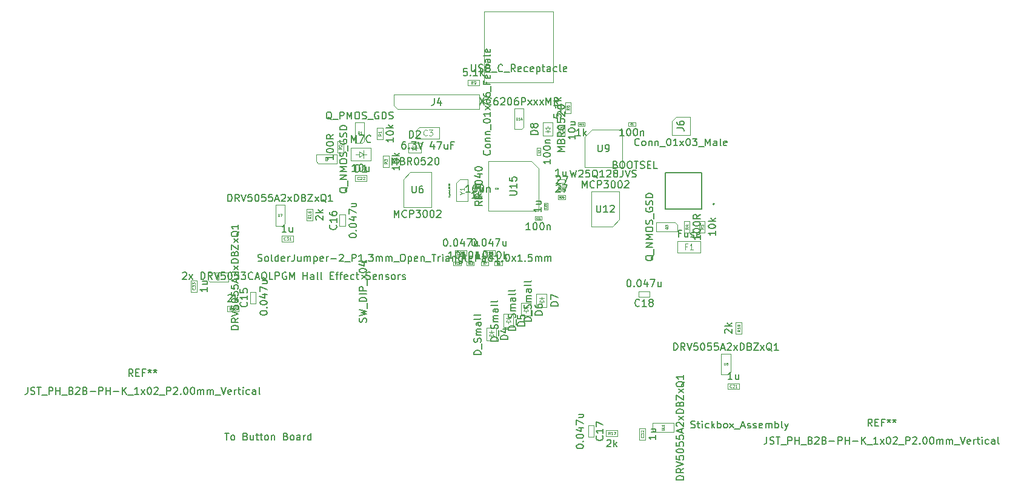
<source format=gbr>
G04 #@! TF.GenerationSoftware,KiCad,Pcbnew,(6.0.7)*
G04 #@! TF.CreationDate,2023-02-24T15:51:34-08:00*
G04 #@! TF.ProjectId,procon_gcc_main_pcb,70726f63-6f6e-45f6-9763-635f6d61696e,rev?*
G04 #@! TF.SameCoordinates,Original*
G04 #@! TF.FileFunction,AssemblyDrawing,Top*
%FSLAX46Y46*%
G04 Gerber Fmt 4.6, Leading zero omitted, Abs format (unit mm)*
G04 Created by KiCad (PCBNEW (6.0.7)) date 2023-02-24 15:51:34*
%MOMM*%
%LPD*%
G01*
G04 APERTURE LIST*
%ADD10C,0.150000*%
%ADD11C,0.060000*%
%ADD12C,0.040000*%
%ADD13C,0.050000*%
%ADD14C,0.120000*%
%ADD15C,0.030000*%
%ADD16C,0.080000*%
%ADD17C,0.100000*%
%ADD18C,0.127000*%
%ADD19C,0.200000*%
G04 APERTURE END LIST*
D10*
X91472571Y-126816619D02*
X91520190Y-126769000D01*
X91615428Y-126721380D01*
X91853523Y-126721380D01*
X91948761Y-126769000D01*
X91996380Y-126816619D01*
X92043999Y-126911857D01*
X92043999Y-127007095D01*
X91996380Y-127149952D01*
X91424952Y-127721380D01*
X92043999Y-127721380D01*
X92377333Y-127721380D02*
X92901142Y-127054714D01*
X92377333Y-127054714D02*
X92901142Y-127721380D01*
X94043999Y-127721380D02*
X94043999Y-126721380D01*
X94282095Y-126721380D01*
X94424952Y-126769000D01*
X94520190Y-126864238D01*
X94567809Y-126959476D01*
X94615428Y-127149952D01*
X94615428Y-127292809D01*
X94567809Y-127483285D01*
X94520190Y-127578523D01*
X94424952Y-127673761D01*
X94282095Y-127721380D01*
X94043999Y-127721380D01*
X95615428Y-127721380D02*
X95282095Y-127245190D01*
X95043999Y-127721380D02*
X95043999Y-126721380D01*
X95424952Y-126721380D01*
X95520190Y-126769000D01*
X95567809Y-126816619D01*
X95615428Y-126911857D01*
X95615428Y-127054714D01*
X95567809Y-127149952D01*
X95520190Y-127197571D01*
X95424952Y-127245190D01*
X95043999Y-127245190D01*
X95901142Y-126721380D02*
X96234476Y-127721380D01*
X96567809Y-126721380D01*
X97377333Y-126721380D02*
X96901142Y-126721380D01*
X96853523Y-127197571D01*
X96901142Y-127149952D01*
X96996380Y-127102333D01*
X97234476Y-127102333D01*
X97329714Y-127149952D01*
X97377333Y-127197571D01*
X97424952Y-127292809D01*
X97424952Y-127530904D01*
X97377333Y-127626142D01*
X97329714Y-127673761D01*
X97234476Y-127721380D01*
X96996380Y-127721380D01*
X96901142Y-127673761D01*
X96853523Y-127626142D01*
X98043999Y-126721380D02*
X98139238Y-126721380D01*
X98234476Y-126769000D01*
X98282095Y-126816619D01*
X98329714Y-126911857D01*
X98377333Y-127102333D01*
X98377333Y-127340428D01*
X98329714Y-127530904D01*
X98282095Y-127626142D01*
X98234476Y-127673761D01*
X98139238Y-127721380D01*
X98043999Y-127721380D01*
X97948761Y-127673761D01*
X97901142Y-127626142D01*
X97853523Y-127530904D01*
X97805904Y-127340428D01*
X97805904Y-127102333D01*
X97853523Y-126911857D01*
X97901142Y-126816619D01*
X97948761Y-126769000D01*
X98043999Y-126721380D01*
X99282095Y-126721380D02*
X98805904Y-126721380D01*
X98758285Y-127197571D01*
X98805904Y-127149952D01*
X98901142Y-127102333D01*
X99139238Y-127102333D01*
X99234476Y-127149952D01*
X99282095Y-127197571D01*
X99329714Y-127292809D01*
X99329714Y-127530904D01*
X99282095Y-127626142D01*
X99234476Y-127673761D01*
X99139238Y-127721380D01*
X98901142Y-127721380D01*
X98805904Y-127673761D01*
X98758285Y-127626142D01*
X99663047Y-126721380D02*
X100282095Y-126721380D01*
X99948761Y-127102333D01*
X100091619Y-127102333D01*
X100186857Y-127149952D01*
X100234476Y-127197571D01*
X100282095Y-127292809D01*
X100282095Y-127530904D01*
X100234476Y-127626142D01*
X100186857Y-127673761D01*
X100091619Y-127721380D01*
X99805904Y-127721380D01*
X99710666Y-127673761D01*
X99663047Y-127626142D01*
X101282095Y-127626142D02*
X101234476Y-127673761D01*
X101091619Y-127721380D01*
X100996380Y-127721380D01*
X100853523Y-127673761D01*
X100758285Y-127578523D01*
X100710666Y-127483285D01*
X100663047Y-127292809D01*
X100663047Y-127149952D01*
X100710666Y-126959476D01*
X100758285Y-126864238D01*
X100853523Y-126769000D01*
X100996380Y-126721380D01*
X101091619Y-126721380D01*
X101234476Y-126769000D01*
X101282095Y-126816619D01*
X101663047Y-127435666D02*
X102139238Y-127435666D01*
X101567809Y-127721380D02*
X101901142Y-126721380D01*
X102234476Y-127721380D01*
X103234476Y-127816619D02*
X103139238Y-127769000D01*
X103043999Y-127673761D01*
X102901142Y-127530904D01*
X102805904Y-127483285D01*
X102710666Y-127483285D01*
X102758285Y-127721380D02*
X102663047Y-127673761D01*
X102567809Y-127578523D01*
X102520190Y-127388047D01*
X102520190Y-127054714D01*
X102567809Y-126864238D01*
X102663047Y-126769000D01*
X102758285Y-126721380D01*
X102948761Y-126721380D01*
X103043999Y-126769000D01*
X103139238Y-126864238D01*
X103186857Y-127054714D01*
X103186857Y-127388047D01*
X103139238Y-127578523D01*
X103043999Y-127673761D01*
X102948761Y-127721380D01*
X102758285Y-127721380D01*
X104091619Y-127721380D02*
X103615428Y-127721380D01*
X103615428Y-126721380D01*
X104424952Y-127721380D02*
X104424952Y-126721380D01*
X104805904Y-126721380D01*
X104901142Y-126769000D01*
X104948761Y-126816619D01*
X104996380Y-126911857D01*
X104996380Y-127054714D01*
X104948761Y-127149952D01*
X104901142Y-127197571D01*
X104805904Y-127245190D01*
X104424952Y-127245190D01*
X105948761Y-126769000D02*
X105853523Y-126721380D01*
X105710666Y-126721380D01*
X105567809Y-126769000D01*
X105472571Y-126864238D01*
X105424952Y-126959476D01*
X105377333Y-127149952D01*
X105377333Y-127292809D01*
X105424952Y-127483285D01*
X105472571Y-127578523D01*
X105567809Y-127673761D01*
X105710666Y-127721380D01*
X105805904Y-127721380D01*
X105948761Y-127673761D01*
X105996380Y-127626142D01*
X105996380Y-127292809D01*
X105805904Y-127292809D01*
X106424952Y-127721380D02*
X106424952Y-126721380D01*
X106758285Y-127435666D01*
X107091619Y-126721380D01*
X107091619Y-127721380D01*
X108329714Y-127721380D02*
X108329714Y-126721380D01*
X108329714Y-127197571D02*
X108901142Y-127197571D01*
X108901142Y-127721380D02*
X108901142Y-126721380D01*
X109805904Y-127721380D02*
X109805904Y-127197571D01*
X109758285Y-127102333D01*
X109663047Y-127054714D01*
X109472571Y-127054714D01*
X109377333Y-127102333D01*
X109805904Y-127673761D02*
X109710666Y-127721380D01*
X109472571Y-127721380D01*
X109377333Y-127673761D01*
X109329714Y-127578523D01*
X109329714Y-127483285D01*
X109377333Y-127388047D01*
X109472571Y-127340428D01*
X109710666Y-127340428D01*
X109805904Y-127292809D01*
X110424952Y-127721380D02*
X110329714Y-127673761D01*
X110282095Y-127578523D01*
X110282095Y-126721380D01*
X110948761Y-127721380D02*
X110853523Y-127673761D01*
X110805904Y-127578523D01*
X110805904Y-126721380D01*
X112091619Y-127197571D02*
X112424952Y-127197571D01*
X112567809Y-127721380D02*
X112091619Y-127721380D01*
X112091619Y-126721380D01*
X112567809Y-126721380D01*
X112853523Y-127054714D02*
X113234476Y-127054714D01*
X112996380Y-127721380D02*
X112996380Y-126864238D01*
X113043999Y-126769000D01*
X113139238Y-126721380D01*
X113234476Y-126721380D01*
X113424952Y-127054714D02*
X113805904Y-127054714D01*
X113567809Y-127721380D02*
X113567809Y-126864238D01*
X113615428Y-126769000D01*
X113710666Y-126721380D01*
X113805904Y-126721380D01*
X114520190Y-127673761D02*
X114424952Y-127721380D01*
X114234476Y-127721380D01*
X114139238Y-127673761D01*
X114091619Y-127578523D01*
X114091619Y-127197571D01*
X114139238Y-127102333D01*
X114234476Y-127054714D01*
X114424952Y-127054714D01*
X114520190Y-127102333D01*
X114567809Y-127197571D01*
X114567809Y-127292809D01*
X114091619Y-127388047D01*
X115424952Y-127673761D02*
X115329714Y-127721380D01*
X115139238Y-127721380D01*
X115043999Y-127673761D01*
X114996380Y-127626142D01*
X114948761Y-127530904D01*
X114948761Y-127245190D01*
X114996380Y-127149952D01*
X115043999Y-127102333D01*
X115139238Y-127054714D01*
X115329714Y-127054714D01*
X115424952Y-127102333D01*
X115710666Y-127054714D02*
X116091619Y-127054714D01*
X115853523Y-126721380D02*
X115853523Y-127578523D01*
X115901142Y-127673761D01*
X115996380Y-127721380D01*
X116091619Y-127721380D01*
X117139238Y-127673761D02*
X117282095Y-127721380D01*
X117520190Y-127721380D01*
X117615428Y-127673761D01*
X117663047Y-127626142D01*
X117710666Y-127530904D01*
X117710666Y-127435666D01*
X117663047Y-127340428D01*
X117615428Y-127292809D01*
X117520190Y-127245190D01*
X117329714Y-127197571D01*
X117234476Y-127149952D01*
X117186857Y-127102333D01*
X117139238Y-127007095D01*
X117139238Y-126911857D01*
X117186857Y-126816619D01*
X117234476Y-126769000D01*
X117329714Y-126721380D01*
X117567809Y-126721380D01*
X117710666Y-126769000D01*
X118520190Y-127673761D02*
X118424952Y-127721380D01*
X118234476Y-127721380D01*
X118139238Y-127673761D01*
X118091619Y-127578523D01*
X118091619Y-127197571D01*
X118139238Y-127102333D01*
X118234476Y-127054714D01*
X118424952Y-127054714D01*
X118520190Y-127102333D01*
X118567809Y-127197571D01*
X118567809Y-127292809D01*
X118091619Y-127388047D01*
X118996380Y-127054714D02*
X118996380Y-127721380D01*
X118996380Y-127149952D02*
X119043999Y-127102333D01*
X119139238Y-127054714D01*
X119282095Y-127054714D01*
X119377333Y-127102333D01*
X119424952Y-127197571D01*
X119424952Y-127721380D01*
X119853523Y-127673761D02*
X119948761Y-127721380D01*
X120139238Y-127721380D01*
X120234476Y-127673761D01*
X120282095Y-127578523D01*
X120282095Y-127530904D01*
X120234476Y-127435666D01*
X120139238Y-127388047D01*
X119996380Y-127388047D01*
X119901142Y-127340428D01*
X119853523Y-127245190D01*
X119853523Y-127197571D01*
X119901142Y-127102333D01*
X119996380Y-127054714D01*
X120139238Y-127054714D01*
X120234476Y-127102333D01*
X120853523Y-127721380D02*
X120758285Y-127673761D01*
X120710666Y-127626142D01*
X120663047Y-127530904D01*
X120663047Y-127245190D01*
X120710666Y-127149952D01*
X120758285Y-127102333D01*
X120853523Y-127054714D01*
X120996380Y-127054714D01*
X121091619Y-127102333D01*
X121139238Y-127149952D01*
X121186857Y-127245190D01*
X121186857Y-127530904D01*
X121139238Y-127626142D01*
X121091619Y-127673761D01*
X120996380Y-127721380D01*
X120853523Y-127721380D01*
X121615428Y-127721380D02*
X121615428Y-127054714D01*
X121615428Y-127245190D02*
X121663047Y-127149952D01*
X121710666Y-127102333D01*
X121805904Y-127054714D01*
X121901142Y-127054714D01*
X122186857Y-127673761D02*
X122282095Y-127721380D01*
X122472571Y-127721380D01*
X122567809Y-127673761D01*
X122615428Y-127578523D01*
X122615428Y-127530904D01*
X122567809Y-127435666D01*
X122472571Y-127388047D01*
X122329714Y-127388047D01*
X122234476Y-127340428D01*
X122186857Y-127245190D01*
X122186857Y-127197571D01*
X122234476Y-127102333D01*
X122329714Y-127054714D01*
X122472571Y-127054714D01*
X122567809Y-127102333D01*
X112560380Y-110386666D02*
X112560380Y-110958095D01*
X112560380Y-110672380D02*
X111560380Y-110672380D01*
X111703238Y-110767619D01*
X111798476Y-110862857D01*
X111846095Y-110958095D01*
X111560380Y-109767619D02*
X111560380Y-109672380D01*
X111608000Y-109577142D01*
X111655619Y-109529523D01*
X111750857Y-109481904D01*
X111941333Y-109434285D01*
X112179428Y-109434285D01*
X112369904Y-109481904D01*
X112465142Y-109529523D01*
X112512761Y-109577142D01*
X112560380Y-109672380D01*
X112560380Y-109767619D01*
X112512761Y-109862857D01*
X112465142Y-109910476D01*
X112369904Y-109958095D01*
X112179428Y-110005714D01*
X111941333Y-110005714D01*
X111750857Y-109958095D01*
X111655619Y-109910476D01*
X111608000Y-109862857D01*
X111560380Y-109767619D01*
X111560380Y-108815238D02*
X111560380Y-108720000D01*
X111608000Y-108624761D01*
X111655619Y-108577142D01*
X111750857Y-108529523D01*
X111941333Y-108481904D01*
X112179428Y-108481904D01*
X112369904Y-108529523D01*
X112465142Y-108577142D01*
X112512761Y-108624761D01*
X112560380Y-108720000D01*
X112560380Y-108815238D01*
X112512761Y-108910476D01*
X112465142Y-108958095D01*
X112369904Y-109005714D01*
X112179428Y-109053333D01*
X111941333Y-109053333D01*
X111750857Y-109005714D01*
X111655619Y-108958095D01*
X111608000Y-108910476D01*
X111560380Y-108815238D01*
X112560380Y-107481904D02*
X112084190Y-107815238D01*
X112560380Y-108053333D02*
X111560380Y-108053333D01*
X111560380Y-107672380D01*
X111608000Y-107577142D01*
X111655619Y-107529523D01*
X111750857Y-107481904D01*
X111893714Y-107481904D01*
X111988952Y-107529523D01*
X112036571Y-107577142D01*
X112084190Y-107672380D01*
X112084190Y-108053333D01*
D11*
X113718952Y-109286666D02*
X113528476Y-109420000D01*
X113718952Y-109515238D02*
X113318952Y-109515238D01*
X113318952Y-109362857D01*
X113338000Y-109324761D01*
X113357047Y-109305714D01*
X113395142Y-109286666D01*
X113452285Y-109286666D01*
X113490380Y-109305714D01*
X113509428Y-109324761D01*
X113528476Y-109362857D01*
X113528476Y-109515238D01*
X113357047Y-109134285D02*
X113338000Y-109115238D01*
X113318952Y-109077142D01*
X113318952Y-108981904D01*
X113338000Y-108943809D01*
X113357047Y-108924761D01*
X113395142Y-108905714D01*
X113433238Y-108905714D01*
X113490380Y-108924761D01*
X113718952Y-109153333D01*
X113718952Y-108905714D01*
D10*
X143688095Y-113427619D02*
X143735714Y-113380000D01*
X143830952Y-113332380D01*
X144069047Y-113332380D01*
X144164285Y-113380000D01*
X144211904Y-113427619D01*
X144259523Y-113522857D01*
X144259523Y-113618095D01*
X144211904Y-113760952D01*
X143640476Y-114332380D01*
X144259523Y-114332380D01*
X144592857Y-113332380D02*
X145259523Y-113332380D01*
X144830952Y-114332380D01*
D12*
X144282857Y-115167619D02*
X144196190Y-115043809D01*
X144134285Y-115167619D02*
X144134285Y-114907619D01*
X144233333Y-114907619D01*
X144258095Y-114920000D01*
X144270476Y-114932380D01*
X144282857Y-114957142D01*
X144282857Y-114994285D01*
X144270476Y-115019047D01*
X144258095Y-115031428D01*
X144233333Y-115043809D01*
X144134285Y-115043809D01*
X144381904Y-114932380D02*
X144394285Y-114920000D01*
X144419047Y-114907619D01*
X144480952Y-114907619D01*
X144505714Y-114920000D01*
X144518095Y-114932380D01*
X144530476Y-114957142D01*
X144530476Y-114981904D01*
X144518095Y-115019047D01*
X144369523Y-115167619D01*
X144530476Y-115167619D01*
X144654285Y-115167619D02*
X144703809Y-115167619D01*
X144728571Y-115155238D01*
X144740952Y-115142857D01*
X144765714Y-115105714D01*
X144778095Y-115056190D01*
X144778095Y-114957142D01*
X144765714Y-114932380D01*
X144753333Y-114920000D01*
X144728571Y-114907619D01*
X144679047Y-114907619D01*
X144654285Y-114920000D01*
X144641904Y-114932380D01*
X144629523Y-114957142D01*
X144629523Y-115019047D01*
X144641904Y-115043809D01*
X144654285Y-115056190D01*
X144679047Y-115068571D01*
X144728571Y-115068571D01*
X144753333Y-115056190D01*
X144765714Y-115043809D01*
X144778095Y-115019047D01*
D10*
X120771904Y-111692380D02*
X120771904Y-110692380D01*
X121105238Y-111406666D01*
X121438571Y-110692380D01*
X121438571Y-111692380D01*
X122248095Y-111168571D02*
X122390952Y-111216190D01*
X122438571Y-111263809D01*
X122486190Y-111359047D01*
X122486190Y-111501904D01*
X122438571Y-111597142D01*
X122390952Y-111644761D01*
X122295714Y-111692380D01*
X121914761Y-111692380D01*
X121914761Y-110692380D01*
X122248095Y-110692380D01*
X122343333Y-110740000D01*
X122390952Y-110787619D01*
X122438571Y-110882857D01*
X122438571Y-110978095D01*
X122390952Y-111073333D01*
X122343333Y-111120952D01*
X122248095Y-111168571D01*
X121914761Y-111168571D01*
X123486190Y-111692380D02*
X123152857Y-111216190D01*
X122914761Y-111692380D02*
X122914761Y-110692380D01*
X123295714Y-110692380D01*
X123390952Y-110740000D01*
X123438571Y-110787619D01*
X123486190Y-110882857D01*
X123486190Y-111025714D01*
X123438571Y-111120952D01*
X123390952Y-111168571D01*
X123295714Y-111216190D01*
X122914761Y-111216190D01*
X124105238Y-110692380D02*
X124200476Y-110692380D01*
X124295714Y-110740000D01*
X124343333Y-110787619D01*
X124390952Y-110882857D01*
X124438571Y-111073333D01*
X124438571Y-111311428D01*
X124390952Y-111501904D01*
X124343333Y-111597142D01*
X124295714Y-111644761D01*
X124200476Y-111692380D01*
X124105238Y-111692380D01*
X124010000Y-111644761D01*
X123962380Y-111597142D01*
X123914761Y-111501904D01*
X123867142Y-111311428D01*
X123867142Y-111073333D01*
X123914761Y-110882857D01*
X123962380Y-110787619D01*
X124010000Y-110740000D01*
X124105238Y-110692380D01*
X125343333Y-110692380D02*
X124867142Y-110692380D01*
X124819523Y-111168571D01*
X124867142Y-111120952D01*
X124962380Y-111073333D01*
X125200476Y-111073333D01*
X125295714Y-111120952D01*
X125343333Y-111168571D01*
X125390952Y-111263809D01*
X125390952Y-111501904D01*
X125343333Y-111597142D01*
X125295714Y-111644761D01*
X125200476Y-111692380D01*
X124962380Y-111692380D01*
X124867142Y-111644761D01*
X124819523Y-111597142D01*
X125771904Y-110787619D02*
X125819523Y-110740000D01*
X125914761Y-110692380D01*
X126152857Y-110692380D01*
X126248095Y-110740000D01*
X126295714Y-110787619D01*
X126343333Y-110882857D01*
X126343333Y-110978095D01*
X126295714Y-111120952D01*
X125724285Y-111692380D01*
X126343333Y-111692380D01*
X126962380Y-110692380D02*
X127057619Y-110692380D01*
X127152857Y-110740000D01*
X127200476Y-110787619D01*
X127248095Y-110882857D01*
X127295714Y-111073333D01*
X127295714Y-111311428D01*
X127248095Y-111501904D01*
X127200476Y-111597142D01*
X127152857Y-111644761D01*
X127057619Y-111692380D01*
X126962380Y-111692380D01*
X126867142Y-111644761D01*
X126819523Y-111597142D01*
X126771904Y-111501904D01*
X126724285Y-111311428D01*
X126724285Y-111073333D01*
X126771904Y-110882857D01*
X126819523Y-110787619D01*
X126867142Y-110740000D01*
X126962380Y-110692380D01*
X123171904Y-107942380D02*
X123171904Y-106942380D01*
X123410000Y-106942380D01*
X123552857Y-106990000D01*
X123648095Y-107085238D01*
X123695714Y-107180476D01*
X123743333Y-107370952D01*
X123743333Y-107513809D01*
X123695714Y-107704285D01*
X123648095Y-107799523D01*
X123552857Y-107894761D01*
X123410000Y-107942380D01*
X123171904Y-107942380D01*
X124124285Y-107037619D02*
X124171904Y-106990000D01*
X124267142Y-106942380D01*
X124505238Y-106942380D01*
X124600476Y-106990000D01*
X124648095Y-107037619D01*
X124695714Y-107132857D01*
X124695714Y-107228095D01*
X124648095Y-107370952D01*
X124076666Y-107942380D01*
X124695714Y-107942380D01*
X115090476Y-108602380D02*
X115090476Y-107602380D01*
X115423809Y-108316666D01*
X115757142Y-107602380D01*
X115757142Y-108602380D01*
X116138095Y-107602380D02*
X116804761Y-107602380D01*
X116376190Y-108602380D01*
X117757142Y-108507142D02*
X117709523Y-108554761D01*
X117566666Y-108602380D01*
X117471428Y-108602380D01*
X117328571Y-108554761D01*
X117233333Y-108459523D01*
X117185714Y-108364285D01*
X117138095Y-108173809D01*
X117138095Y-108030952D01*
X117185714Y-107840476D01*
X117233333Y-107745238D01*
X117328571Y-107650000D01*
X117471428Y-107602380D01*
X117566666Y-107602380D01*
X117709523Y-107650000D01*
X117757142Y-107697619D01*
X115661904Y-112702380D02*
X115661904Y-111702380D01*
X115900000Y-111702380D01*
X116042857Y-111750000D01*
X116138095Y-111845238D01*
X116185714Y-111940476D01*
X116233333Y-112130952D01*
X116233333Y-112273809D01*
X116185714Y-112464285D01*
X116138095Y-112559523D01*
X116042857Y-112654761D01*
X115900000Y-112702380D01*
X115661904Y-112702380D01*
X117185714Y-112702380D02*
X116614285Y-112702380D01*
X116900000Y-112702380D02*
X116900000Y-111702380D01*
X116804761Y-111845238D01*
X116709523Y-111940476D01*
X116614285Y-111988095D01*
X163807380Y-121559166D02*
X163807380Y-122130595D01*
X163807380Y-121844880D02*
X162807380Y-121844880D01*
X162950238Y-121940119D01*
X163045476Y-122035357D01*
X163093095Y-122130595D01*
X162807380Y-120940119D02*
X162807380Y-120844880D01*
X162855000Y-120749642D01*
X162902619Y-120702023D01*
X162997857Y-120654404D01*
X163188333Y-120606785D01*
X163426428Y-120606785D01*
X163616904Y-120654404D01*
X163712142Y-120702023D01*
X163759761Y-120749642D01*
X163807380Y-120844880D01*
X163807380Y-120940119D01*
X163759761Y-121035357D01*
X163712142Y-121082976D01*
X163616904Y-121130595D01*
X163426428Y-121178214D01*
X163188333Y-121178214D01*
X162997857Y-121130595D01*
X162902619Y-121082976D01*
X162855000Y-121035357D01*
X162807380Y-120940119D01*
X162807380Y-119987738D02*
X162807380Y-119892500D01*
X162855000Y-119797261D01*
X162902619Y-119749642D01*
X162997857Y-119702023D01*
X163188333Y-119654404D01*
X163426428Y-119654404D01*
X163616904Y-119702023D01*
X163712142Y-119749642D01*
X163759761Y-119797261D01*
X163807380Y-119892500D01*
X163807380Y-119987738D01*
X163759761Y-120082976D01*
X163712142Y-120130595D01*
X163616904Y-120178214D01*
X163426428Y-120225833D01*
X163188333Y-120225833D01*
X162997857Y-120178214D01*
X162902619Y-120130595D01*
X162855000Y-120082976D01*
X162807380Y-119987738D01*
X163807380Y-118654404D02*
X163331190Y-118987738D01*
X163807380Y-119225833D02*
X162807380Y-119225833D01*
X162807380Y-118844880D01*
X162855000Y-118749642D01*
X162902619Y-118702023D01*
X162997857Y-118654404D01*
X163140714Y-118654404D01*
X163235952Y-118702023D01*
X163283571Y-118749642D01*
X163331190Y-118844880D01*
X163331190Y-119225833D01*
D11*
X162105952Y-120459166D02*
X161915476Y-120592500D01*
X162105952Y-120687738D02*
X161705952Y-120687738D01*
X161705952Y-120535357D01*
X161725000Y-120497261D01*
X161744047Y-120478214D01*
X161782142Y-120459166D01*
X161839285Y-120459166D01*
X161877380Y-120478214D01*
X161896428Y-120497261D01*
X161915476Y-120535357D01*
X161915476Y-120687738D01*
X161839285Y-120116309D02*
X162105952Y-120116309D01*
X161686904Y-120211547D02*
X161972619Y-120306785D01*
X161972619Y-120059166D01*
D10*
X167301619Y-135224476D02*
X167254000Y-135176857D01*
X167206380Y-135081619D01*
X167206380Y-134843523D01*
X167254000Y-134748285D01*
X167301619Y-134700666D01*
X167396857Y-134653047D01*
X167492095Y-134653047D01*
X167634952Y-134700666D01*
X168206380Y-135272095D01*
X168206380Y-134653047D01*
X168206380Y-134224476D02*
X167206380Y-134224476D01*
X167825428Y-134129238D02*
X168206380Y-133843523D01*
X167539714Y-133843523D02*
X167920666Y-134224476D01*
D11*
X169364952Y-134791142D02*
X169174476Y-134924476D01*
X169364952Y-135019714D02*
X168964952Y-135019714D01*
X168964952Y-134867333D01*
X168984000Y-134829238D01*
X169003047Y-134810190D01*
X169041142Y-134791142D01*
X169098285Y-134791142D01*
X169136380Y-134810190D01*
X169155428Y-134829238D01*
X169174476Y-134867333D01*
X169174476Y-135019714D01*
X169364952Y-134410190D02*
X169364952Y-134638761D01*
X169364952Y-134524476D02*
X168964952Y-134524476D01*
X169022095Y-134562571D01*
X169060190Y-134600666D01*
X169079238Y-134638761D01*
X169136380Y-134181619D02*
X169117333Y-134219714D01*
X169098285Y-134238761D01*
X169060190Y-134257809D01*
X169041142Y-134257809D01*
X169003047Y-134238761D01*
X168984000Y-134219714D01*
X168964952Y-134181619D01*
X168964952Y-134105428D01*
X168984000Y-134067333D01*
X169003047Y-134048285D01*
X169041142Y-134029238D01*
X169060190Y-134029238D01*
X169098285Y-134048285D01*
X169117333Y-134067333D01*
X169136380Y-134105428D01*
X169136380Y-134181619D01*
X169155428Y-134219714D01*
X169174476Y-134238761D01*
X169212571Y-134257809D01*
X169288761Y-134257809D01*
X169326857Y-134238761D01*
X169345904Y-134219714D01*
X169364952Y-134181619D01*
X169364952Y-134105428D01*
X169345904Y-134067333D01*
X169326857Y-134048285D01*
X169288761Y-134029238D01*
X169212571Y-134029238D01*
X169174476Y-134048285D01*
X169155428Y-134067333D01*
X169136380Y-134105428D01*
D10*
X131650952Y-115532380D02*
X131079523Y-115532380D01*
X131365238Y-115532380D02*
X131365238Y-114532380D01*
X131270000Y-114675238D01*
X131174761Y-114770476D01*
X131079523Y-114818095D01*
X132270000Y-114532380D02*
X132365238Y-114532380D01*
X132460476Y-114580000D01*
X132508095Y-114627619D01*
X132555714Y-114722857D01*
X132603333Y-114913333D01*
X132603333Y-115151428D01*
X132555714Y-115341904D01*
X132508095Y-115437142D01*
X132460476Y-115484761D01*
X132365238Y-115532380D01*
X132270000Y-115532380D01*
X132174761Y-115484761D01*
X132127142Y-115437142D01*
X132079523Y-115341904D01*
X132031904Y-115151428D01*
X132031904Y-114913333D01*
X132079523Y-114722857D01*
X132127142Y-114627619D01*
X132174761Y-114580000D01*
X132270000Y-114532380D01*
X133222380Y-114532380D02*
X133317619Y-114532380D01*
X133412857Y-114580000D01*
X133460476Y-114627619D01*
X133508095Y-114722857D01*
X133555714Y-114913333D01*
X133555714Y-115151428D01*
X133508095Y-115341904D01*
X133460476Y-115437142D01*
X133412857Y-115484761D01*
X133317619Y-115532380D01*
X133222380Y-115532380D01*
X133127142Y-115484761D01*
X133079523Y-115437142D01*
X133031904Y-115341904D01*
X132984285Y-115151428D01*
X132984285Y-114913333D01*
X133031904Y-114722857D01*
X133079523Y-114627619D01*
X133127142Y-114580000D01*
X133222380Y-114532380D01*
X133984285Y-114865714D02*
X133984285Y-115532380D01*
X133984285Y-114960952D02*
X134031904Y-114913333D01*
X134127142Y-114865714D01*
X134270000Y-114865714D01*
X134365238Y-114913333D01*
X134412857Y-115008571D01*
X134412857Y-115532380D01*
D12*
X132609285Y-116329285D02*
X132597380Y-116341190D01*
X132561666Y-116353095D01*
X132537857Y-116353095D01*
X132502142Y-116341190D01*
X132478333Y-116317380D01*
X132466428Y-116293571D01*
X132454523Y-116245952D01*
X132454523Y-116210238D01*
X132466428Y-116162619D01*
X132478333Y-116138809D01*
X132502142Y-116115000D01*
X132537857Y-116103095D01*
X132561666Y-116103095D01*
X132597380Y-116115000D01*
X132609285Y-116126904D01*
X132847380Y-116353095D02*
X132704523Y-116353095D01*
X132775952Y-116353095D02*
X132775952Y-116103095D01*
X132752142Y-116138809D01*
X132728333Y-116162619D01*
X132704523Y-116174523D01*
X133002142Y-116103095D02*
X133025952Y-116103095D01*
X133049761Y-116115000D01*
X133061666Y-116126904D01*
X133073571Y-116150714D01*
X133085476Y-116198333D01*
X133085476Y-116257857D01*
X133073571Y-116305476D01*
X133061666Y-116329285D01*
X133049761Y-116341190D01*
X133025952Y-116353095D01*
X133002142Y-116353095D01*
X132978333Y-116341190D01*
X132966428Y-116329285D01*
X132954523Y-116305476D01*
X132942619Y-116257857D01*
X132942619Y-116198333D01*
X132954523Y-116150714D01*
X132966428Y-116126904D01*
X132978333Y-116115000D01*
X133002142Y-116103095D01*
D10*
X134387142Y-109715714D02*
X134434761Y-109763333D01*
X134482380Y-109906190D01*
X134482380Y-110001428D01*
X134434761Y-110144285D01*
X134339523Y-110239523D01*
X134244285Y-110287142D01*
X134053809Y-110334761D01*
X133910952Y-110334761D01*
X133720476Y-110287142D01*
X133625238Y-110239523D01*
X133530000Y-110144285D01*
X133482380Y-110001428D01*
X133482380Y-109906190D01*
X133530000Y-109763333D01*
X133577619Y-109715714D01*
X134482380Y-109144285D02*
X134434761Y-109239523D01*
X134387142Y-109287142D01*
X134291904Y-109334761D01*
X134006190Y-109334761D01*
X133910952Y-109287142D01*
X133863333Y-109239523D01*
X133815714Y-109144285D01*
X133815714Y-109001428D01*
X133863333Y-108906190D01*
X133910952Y-108858571D01*
X134006190Y-108810952D01*
X134291904Y-108810952D01*
X134387142Y-108858571D01*
X134434761Y-108906190D01*
X134482380Y-109001428D01*
X134482380Y-109144285D01*
X133815714Y-108382380D02*
X134482380Y-108382380D01*
X133910952Y-108382380D02*
X133863333Y-108334761D01*
X133815714Y-108239523D01*
X133815714Y-108096666D01*
X133863333Y-108001428D01*
X133958571Y-107953809D01*
X134482380Y-107953809D01*
X133815714Y-107477619D02*
X134482380Y-107477619D01*
X133910952Y-107477619D02*
X133863333Y-107430000D01*
X133815714Y-107334761D01*
X133815714Y-107191904D01*
X133863333Y-107096666D01*
X133958571Y-107049047D01*
X134482380Y-107049047D01*
X134577619Y-106810952D02*
X134577619Y-106049047D01*
X133482380Y-105620476D02*
X133482380Y-105525238D01*
X133530000Y-105430000D01*
X133577619Y-105382380D01*
X133672857Y-105334761D01*
X133863333Y-105287142D01*
X134101428Y-105287142D01*
X134291904Y-105334761D01*
X134387142Y-105382380D01*
X134434761Y-105430000D01*
X134482380Y-105525238D01*
X134482380Y-105620476D01*
X134434761Y-105715714D01*
X134387142Y-105763333D01*
X134291904Y-105810952D01*
X134101428Y-105858571D01*
X133863333Y-105858571D01*
X133672857Y-105810952D01*
X133577619Y-105763333D01*
X133530000Y-105715714D01*
X133482380Y-105620476D01*
X134482380Y-104334761D02*
X134482380Y-104906190D01*
X134482380Y-104620476D02*
X133482380Y-104620476D01*
X133625238Y-104715714D01*
X133720476Y-104810952D01*
X133768095Y-104906190D01*
X134482380Y-104001428D02*
X133815714Y-103477619D01*
X133815714Y-104001428D02*
X134482380Y-103477619D01*
X133482380Y-102906190D02*
X133482380Y-102810952D01*
X133530000Y-102715714D01*
X133577619Y-102668095D01*
X133672857Y-102620476D01*
X133863333Y-102572857D01*
X134101428Y-102572857D01*
X134291904Y-102620476D01*
X134387142Y-102668095D01*
X134434761Y-102715714D01*
X134482380Y-102810952D01*
X134482380Y-102906190D01*
X134434761Y-103001428D01*
X134387142Y-103049047D01*
X134291904Y-103096666D01*
X134101428Y-103144285D01*
X133863333Y-103144285D01*
X133672857Y-103096666D01*
X133577619Y-103049047D01*
X133530000Y-103001428D01*
X133482380Y-102906190D01*
X133482380Y-101715714D02*
X133482380Y-101906190D01*
X133530000Y-102001428D01*
X133577619Y-102049047D01*
X133720476Y-102144285D01*
X133910952Y-102191904D01*
X134291904Y-102191904D01*
X134387142Y-102144285D01*
X134434761Y-102096666D01*
X134482380Y-102001428D01*
X134482380Y-101810952D01*
X134434761Y-101715714D01*
X134387142Y-101668095D01*
X134291904Y-101620476D01*
X134053809Y-101620476D01*
X133958571Y-101668095D01*
X133910952Y-101715714D01*
X133863333Y-101810952D01*
X133863333Y-102001428D01*
X133910952Y-102096666D01*
X133958571Y-102144285D01*
X134053809Y-102191904D01*
X134577619Y-101430000D02*
X134577619Y-100668095D01*
X133958571Y-100096666D02*
X133958571Y-100430000D01*
X134482380Y-100430000D02*
X133482380Y-100430000D01*
X133482380Y-99953809D01*
X134434761Y-99191904D02*
X134482380Y-99287142D01*
X134482380Y-99477619D01*
X134434761Y-99572857D01*
X134339523Y-99620476D01*
X133958571Y-99620476D01*
X133863333Y-99572857D01*
X133815714Y-99477619D01*
X133815714Y-99287142D01*
X133863333Y-99191904D01*
X133958571Y-99144285D01*
X134053809Y-99144285D01*
X134149047Y-99620476D01*
X134482380Y-98715714D02*
X133815714Y-98715714D01*
X133910952Y-98715714D02*
X133863333Y-98668095D01*
X133815714Y-98572857D01*
X133815714Y-98430000D01*
X133863333Y-98334761D01*
X133958571Y-98287142D01*
X134482380Y-98287142D01*
X133958571Y-98287142D02*
X133863333Y-98239523D01*
X133815714Y-98144285D01*
X133815714Y-98001428D01*
X133863333Y-97906190D01*
X133958571Y-97858571D01*
X134482380Y-97858571D01*
X134482380Y-96953809D02*
X133958571Y-96953809D01*
X133863333Y-97001428D01*
X133815714Y-97096666D01*
X133815714Y-97287142D01*
X133863333Y-97382380D01*
X134434761Y-96953809D02*
X134482380Y-97049047D01*
X134482380Y-97287142D01*
X134434761Y-97382380D01*
X134339523Y-97430000D01*
X134244285Y-97430000D01*
X134149047Y-97382380D01*
X134101428Y-97287142D01*
X134101428Y-97049047D01*
X134053809Y-96953809D01*
X134482380Y-96334761D02*
X134434761Y-96430000D01*
X134339523Y-96477619D01*
X133482380Y-96477619D01*
X134434761Y-95572857D02*
X134482380Y-95668095D01*
X134482380Y-95858571D01*
X134434761Y-95953809D01*
X134339523Y-96001428D01*
X133958571Y-96001428D01*
X133863333Y-95953809D01*
X133815714Y-95858571D01*
X133815714Y-95668095D01*
X133863333Y-95572857D01*
X133958571Y-95525238D01*
X134053809Y-95525238D01*
X134149047Y-96001428D01*
X126636666Y-102382380D02*
X126636666Y-103096666D01*
X126589047Y-103239523D01*
X126493809Y-103334761D01*
X126350952Y-103382380D01*
X126255714Y-103382380D01*
X127541428Y-102715714D02*
X127541428Y-103382380D01*
X127303333Y-102334761D02*
X127065238Y-103049047D01*
X127684285Y-103049047D01*
X97804285Y-116822380D02*
X97804285Y-115822380D01*
X98042380Y-115822380D01*
X98185238Y-115870000D01*
X98280476Y-115965238D01*
X98328095Y-116060476D01*
X98375714Y-116250952D01*
X98375714Y-116393809D01*
X98328095Y-116584285D01*
X98280476Y-116679523D01*
X98185238Y-116774761D01*
X98042380Y-116822380D01*
X97804285Y-116822380D01*
X99375714Y-116822380D02*
X99042380Y-116346190D01*
X98804285Y-116822380D02*
X98804285Y-115822380D01*
X99185238Y-115822380D01*
X99280476Y-115870000D01*
X99328095Y-115917619D01*
X99375714Y-116012857D01*
X99375714Y-116155714D01*
X99328095Y-116250952D01*
X99280476Y-116298571D01*
X99185238Y-116346190D01*
X98804285Y-116346190D01*
X99661428Y-115822380D02*
X99994761Y-116822380D01*
X100328095Y-115822380D01*
X101137619Y-115822380D02*
X100661428Y-115822380D01*
X100613809Y-116298571D01*
X100661428Y-116250952D01*
X100756666Y-116203333D01*
X100994761Y-116203333D01*
X101090000Y-116250952D01*
X101137619Y-116298571D01*
X101185238Y-116393809D01*
X101185238Y-116631904D01*
X101137619Y-116727142D01*
X101090000Y-116774761D01*
X100994761Y-116822380D01*
X100756666Y-116822380D01*
X100661428Y-116774761D01*
X100613809Y-116727142D01*
X101804285Y-115822380D02*
X101899523Y-115822380D01*
X101994761Y-115870000D01*
X102042380Y-115917619D01*
X102090000Y-116012857D01*
X102137619Y-116203333D01*
X102137619Y-116441428D01*
X102090000Y-116631904D01*
X102042380Y-116727142D01*
X101994761Y-116774761D01*
X101899523Y-116822380D01*
X101804285Y-116822380D01*
X101709047Y-116774761D01*
X101661428Y-116727142D01*
X101613809Y-116631904D01*
X101566190Y-116441428D01*
X101566190Y-116203333D01*
X101613809Y-116012857D01*
X101661428Y-115917619D01*
X101709047Y-115870000D01*
X101804285Y-115822380D01*
X103042380Y-115822380D02*
X102566190Y-115822380D01*
X102518571Y-116298571D01*
X102566190Y-116250952D01*
X102661428Y-116203333D01*
X102899523Y-116203333D01*
X102994761Y-116250952D01*
X103042380Y-116298571D01*
X103090000Y-116393809D01*
X103090000Y-116631904D01*
X103042380Y-116727142D01*
X102994761Y-116774761D01*
X102899523Y-116822380D01*
X102661428Y-116822380D01*
X102566190Y-116774761D01*
X102518571Y-116727142D01*
X103994761Y-115822380D02*
X103518571Y-115822380D01*
X103470952Y-116298571D01*
X103518571Y-116250952D01*
X103613809Y-116203333D01*
X103851904Y-116203333D01*
X103947142Y-116250952D01*
X103994761Y-116298571D01*
X104042380Y-116393809D01*
X104042380Y-116631904D01*
X103994761Y-116727142D01*
X103947142Y-116774761D01*
X103851904Y-116822380D01*
X103613809Y-116822380D01*
X103518571Y-116774761D01*
X103470952Y-116727142D01*
X104423333Y-116536666D02*
X104899523Y-116536666D01*
X104328095Y-116822380D02*
X104661428Y-115822380D01*
X104994761Y-116822380D01*
X105280476Y-115917619D02*
X105328095Y-115870000D01*
X105423333Y-115822380D01*
X105661428Y-115822380D01*
X105756666Y-115870000D01*
X105804285Y-115917619D01*
X105851904Y-116012857D01*
X105851904Y-116108095D01*
X105804285Y-116250952D01*
X105232857Y-116822380D01*
X105851904Y-116822380D01*
X106185238Y-116822380D02*
X106709047Y-116155714D01*
X106185238Y-116155714D02*
X106709047Y-116822380D01*
X107090000Y-116822380D02*
X107090000Y-115822380D01*
X107328095Y-115822380D01*
X107470952Y-115870000D01*
X107566190Y-115965238D01*
X107613809Y-116060476D01*
X107661428Y-116250952D01*
X107661428Y-116393809D01*
X107613809Y-116584285D01*
X107566190Y-116679523D01*
X107470952Y-116774761D01*
X107328095Y-116822380D01*
X107090000Y-116822380D01*
X108423333Y-116298571D02*
X108566190Y-116346190D01*
X108613809Y-116393809D01*
X108661428Y-116489047D01*
X108661428Y-116631904D01*
X108613809Y-116727142D01*
X108566190Y-116774761D01*
X108470952Y-116822380D01*
X108090000Y-116822380D01*
X108090000Y-115822380D01*
X108423333Y-115822380D01*
X108518571Y-115870000D01*
X108566190Y-115917619D01*
X108613809Y-116012857D01*
X108613809Y-116108095D01*
X108566190Y-116203333D01*
X108518571Y-116250952D01*
X108423333Y-116298571D01*
X108090000Y-116298571D01*
X108994761Y-115822380D02*
X109661428Y-115822380D01*
X108994761Y-116822380D01*
X109661428Y-116822380D01*
X109947142Y-116822380D02*
X110470952Y-116155714D01*
X109947142Y-116155714D02*
X110470952Y-116822380D01*
X111518571Y-116917619D02*
X111423333Y-116870000D01*
X111328095Y-116774761D01*
X111185238Y-116631904D01*
X111090000Y-116584285D01*
X110994761Y-116584285D01*
X111042380Y-116822380D02*
X110947142Y-116774761D01*
X110851904Y-116679523D01*
X110804285Y-116489047D01*
X110804285Y-116155714D01*
X110851904Y-115965238D01*
X110947142Y-115870000D01*
X111042380Y-115822380D01*
X111232857Y-115822380D01*
X111328095Y-115870000D01*
X111423333Y-115965238D01*
X111470952Y-116155714D01*
X111470952Y-116489047D01*
X111423333Y-116679523D01*
X111328095Y-116774761D01*
X111232857Y-116822380D01*
X111042380Y-116822380D01*
X112423333Y-116822380D02*
X111851904Y-116822380D01*
X112137619Y-116822380D02*
X112137619Y-115822380D01*
X112042380Y-115965238D01*
X111947142Y-116060476D01*
X111851904Y-116108095D01*
D13*
X104846190Y-118594761D02*
X104846190Y-118853809D01*
X104861428Y-118884285D01*
X104876666Y-118899523D01*
X104907142Y-118914761D01*
X104968095Y-118914761D01*
X104998571Y-118899523D01*
X105013809Y-118884285D01*
X105029047Y-118853809D01*
X105029047Y-118594761D01*
X105150952Y-118594761D02*
X105364285Y-118594761D01*
X105227142Y-118914761D01*
D10*
X105957333Y-121066380D02*
X105385904Y-121066380D01*
X105671619Y-121066380D02*
X105671619Y-120066380D01*
X105576380Y-120209238D01*
X105481142Y-120304476D01*
X105385904Y-120352095D01*
X106814476Y-120399714D02*
X106814476Y-121066380D01*
X106385904Y-120399714D02*
X106385904Y-120923523D01*
X106433523Y-121018761D01*
X106528761Y-121066380D01*
X106671619Y-121066380D01*
X106766857Y-121018761D01*
X106814476Y-120971142D01*
D11*
X105866857Y-122186857D02*
X105847809Y-122205904D01*
X105790666Y-122224952D01*
X105752571Y-122224952D01*
X105695428Y-122205904D01*
X105657333Y-122167809D01*
X105638285Y-122129714D01*
X105619238Y-122053523D01*
X105619238Y-121996380D01*
X105638285Y-121920190D01*
X105657333Y-121882095D01*
X105695428Y-121844000D01*
X105752571Y-121824952D01*
X105790666Y-121824952D01*
X105847809Y-121844000D01*
X105866857Y-121863047D01*
X106000190Y-121824952D02*
X106247809Y-121824952D01*
X106114476Y-121977333D01*
X106171619Y-121977333D01*
X106209714Y-121996380D01*
X106228761Y-122015428D01*
X106247809Y-122053523D01*
X106247809Y-122148761D01*
X106228761Y-122186857D01*
X106209714Y-122205904D01*
X106171619Y-122224952D01*
X106057333Y-122224952D01*
X106019238Y-122205904D01*
X106000190Y-122186857D01*
X106628761Y-122224952D02*
X106400190Y-122224952D01*
X106514476Y-122224952D02*
X106514476Y-121824952D01*
X106476380Y-121882095D01*
X106438285Y-121920190D01*
X106400190Y-121939238D01*
D10*
X157272619Y-124344880D02*
X157225000Y-124440119D01*
X157129761Y-124535357D01*
X156986904Y-124678214D01*
X156939285Y-124773452D01*
X156939285Y-124868690D01*
X157177380Y-124821071D02*
X157129761Y-124916309D01*
X157034523Y-125011547D01*
X156844047Y-125059166D01*
X156510714Y-125059166D01*
X156320238Y-125011547D01*
X156225000Y-124916309D01*
X156177380Y-124821071D01*
X156177380Y-124630595D01*
X156225000Y-124535357D01*
X156320238Y-124440119D01*
X156510714Y-124392500D01*
X156844047Y-124392500D01*
X157034523Y-124440119D01*
X157129761Y-124535357D01*
X157177380Y-124630595D01*
X157177380Y-124821071D01*
X157272619Y-124202023D02*
X157272619Y-123440119D01*
X157177380Y-123202023D02*
X156177380Y-123202023D01*
X157177380Y-122630595D01*
X156177380Y-122630595D01*
X157177380Y-122154404D02*
X156177380Y-122154404D01*
X156891666Y-121821071D01*
X156177380Y-121487738D01*
X157177380Y-121487738D01*
X156177380Y-120821071D02*
X156177380Y-120630595D01*
X156225000Y-120535357D01*
X156320238Y-120440119D01*
X156510714Y-120392500D01*
X156844047Y-120392500D01*
X157034523Y-120440119D01*
X157129761Y-120535357D01*
X157177380Y-120630595D01*
X157177380Y-120821071D01*
X157129761Y-120916309D01*
X157034523Y-121011547D01*
X156844047Y-121059166D01*
X156510714Y-121059166D01*
X156320238Y-121011547D01*
X156225000Y-120916309D01*
X156177380Y-120821071D01*
X157129761Y-120011547D02*
X157177380Y-119868690D01*
X157177380Y-119630595D01*
X157129761Y-119535357D01*
X157082142Y-119487738D01*
X156986904Y-119440119D01*
X156891666Y-119440119D01*
X156796428Y-119487738D01*
X156748809Y-119535357D01*
X156701190Y-119630595D01*
X156653571Y-119821071D01*
X156605952Y-119916309D01*
X156558333Y-119963928D01*
X156463095Y-120011547D01*
X156367857Y-120011547D01*
X156272619Y-119963928D01*
X156225000Y-119916309D01*
X156177380Y-119821071D01*
X156177380Y-119582976D01*
X156225000Y-119440119D01*
X157272619Y-119249642D02*
X157272619Y-118487738D01*
X156225000Y-117725833D02*
X156177380Y-117821071D01*
X156177380Y-117963928D01*
X156225000Y-118106785D01*
X156320238Y-118202023D01*
X156415476Y-118249642D01*
X156605952Y-118297261D01*
X156748809Y-118297261D01*
X156939285Y-118249642D01*
X157034523Y-118202023D01*
X157129761Y-118106785D01*
X157177380Y-117963928D01*
X157177380Y-117868690D01*
X157129761Y-117725833D01*
X157082142Y-117678214D01*
X156748809Y-117678214D01*
X156748809Y-117868690D01*
X157129761Y-117297261D02*
X157177380Y-117154404D01*
X157177380Y-116916309D01*
X157129761Y-116821071D01*
X157082142Y-116773452D01*
X156986904Y-116725833D01*
X156891666Y-116725833D01*
X156796428Y-116773452D01*
X156748809Y-116821071D01*
X156701190Y-116916309D01*
X156653571Y-117106785D01*
X156605952Y-117202023D01*
X156558333Y-117249642D01*
X156463095Y-117297261D01*
X156367857Y-117297261D01*
X156272619Y-117249642D01*
X156225000Y-117202023D01*
X156177380Y-117106785D01*
X156177380Y-116868690D01*
X156225000Y-116725833D01*
X157177380Y-116297261D02*
X156177380Y-116297261D01*
X156177380Y-116059166D01*
X156225000Y-115916309D01*
X156320238Y-115821071D01*
X156415476Y-115773452D01*
X156605952Y-115725833D01*
X156748809Y-115725833D01*
X156939285Y-115773452D01*
X157034523Y-115821071D01*
X157129761Y-115916309D01*
X157177380Y-116059166D01*
X157177380Y-116297261D01*
D13*
X159300238Y-120422976D02*
X159285000Y-120453452D01*
X159254523Y-120483928D01*
X159208809Y-120529642D01*
X159193571Y-120560119D01*
X159193571Y-120590595D01*
X159269761Y-120575357D02*
X159254523Y-120605833D01*
X159224047Y-120636309D01*
X159163095Y-120651547D01*
X159056428Y-120651547D01*
X158995476Y-120636309D01*
X158965000Y-120605833D01*
X158949761Y-120575357D01*
X158949761Y-120514404D01*
X158965000Y-120483928D01*
X158995476Y-120453452D01*
X159056428Y-120438214D01*
X159163095Y-120438214D01*
X159224047Y-120453452D01*
X159254523Y-120483928D01*
X159269761Y-120514404D01*
X159269761Y-120575357D01*
X158949761Y-120331547D02*
X158949761Y-120133452D01*
X159071666Y-120240119D01*
X159071666Y-120194404D01*
X159086904Y-120163928D01*
X159102142Y-120148690D01*
X159132619Y-120133452D01*
X159208809Y-120133452D01*
X159239285Y-120148690D01*
X159254523Y-120163928D01*
X159269761Y-120194404D01*
X159269761Y-120285833D01*
X159254523Y-120316309D01*
X159239285Y-120331547D01*
D10*
X153130952Y-107637380D02*
X152559523Y-107637380D01*
X152845238Y-107637380D02*
X152845238Y-106637380D01*
X152750000Y-106780238D01*
X152654761Y-106875476D01*
X152559523Y-106923095D01*
X153750000Y-106637380D02*
X153845238Y-106637380D01*
X153940476Y-106685000D01*
X153988095Y-106732619D01*
X154035714Y-106827857D01*
X154083333Y-107018333D01*
X154083333Y-107256428D01*
X154035714Y-107446904D01*
X153988095Y-107542142D01*
X153940476Y-107589761D01*
X153845238Y-107637380D01*
X153750000Y-107637380D01*
X153654761Y-107589761D01*
X153607142Y-107542142D01*
X153559523Y-107446904D01*
X153511904Y-107256428D01*
X153511904Y-107018333D01*
X153559523Y-106827857D01*
X153607142Y-106732619D01*
X153654761Y-106685000D01*
X153750000Y-106637380D01*
X154702380Y-106637380D02*
X154797619Y-106637380D01*
X154892857Y-106685000D01*
X154940476Y-106732619D01*
X154988095Y-106827857D01*
X155035714Y-107018333D01*
X155035714Y-107256428D01*
X154988095Y-107446904D01*
X154940476Y-107542142D01*
X154892857Y-107589761D01*
X154797619Y-107637380D01*
X154702380Y-107637380D01*
X154607142Y-107589761D01*
X154559523Y-107542142D01*
X154511904Y-107446904D01*
X154464285Y-107256428D01*
X154464285Y-107018333D01*
X154511904Y-106827857D01*
X154559523Y-106732619D01*
X154607142Y-106685000D01*
X154702380Y-106637380D01*
X155464285Y-106970714D02*
X155464285Y-107637380D01*
X155464285Y-107065952D02*
X155511904Y-107018333D01*
X155607142Y-106970714D01*
X155750000Y-106970714D01*
X155845238Y-107018333D01*
X155892857Y-107113571D01*
X155892857Y-107637380D01*
D12*
X154208333Y-106114285D02*
X154196428Y-106126190D01*
X154160714Y-106138095D01*
X154136904Y-106138095D01*
X154101190Y-106126190D01*
X154077380Y-106102380D01*
X154065476Y-106078571D01*
X154053571Y-106030952D01*
X154053571Y-105995238D01*
X154065476Y-105947619D01*
X154077380Y-105923809D01*
X154101190Y-105900000D01*
X154136904Y-105888095D01*
X154160714Y-105888095D01*
X154196428Y-105900000D01*
X154208333Y-105911904D01*
X154446428Y-106138095D02*
X154303571Y-106138095D01*
X154375000Y-106138095D02*
X154375000Y-105888095D01*
X154351190Y-105923809D01*
X154327380Y-105947619D01*
X154303571Y-105959523D01*
D10*
X132976190Y-102352380D02*
X133642857Y-103352380D01*
X133642857Y-102352380D02*
X132976190Y-103352380D01*
X134595238Y-103257142D02*
X134547619Y-103304761D01*
X134404761Y-103352380D01*
X134309523Y-103352380D01*
X134166666Y-103304761D01*
X134071428Y-103209523D01*
X134023809Y-103114285D01*
X133976190Y-102923809D01*
X133976190Y-102780952D01*
X134023809Y-102590476D01*
X134071428Y-102495238D01*
X134166666Y-102400000D01*
X134309523Y-102352380D01*
X134404761Y-102352380D01*
X134547619Y-102400000D01*
X134595238Y-102447619D01*
X135452380Y-102352380D02*
X135261904Y-102352380D01*
X135166666Y-102400000D01*
X135119047Y-102447619D01*
X135023809Y-102590476D01*
X134976190Y-102780952D01*
X134976190Y-103161904D01*
X135023809Y-103257142D01*
X135071428Y-103304761D01*
X135166666Y-103352380D01*
X135357142Y-103352380D01*
X135452380Y-103304761D01*
X135500000Y-103257142D01*
X135547619Y-103161904D01*
X135547619Y-102923809D01*
X135500000Y-102828571D01*
X135452380Y-102780952D01*
X135357142Y-102733333D01*
X135166666Y-102733333D01*
X135071428Y-102780952D01*
X135023809Y-102828571D01*
X134976190Y-102923809D01*
X135928571Y-102447619D02*
X135976190Y-102400000D01*
X136071428Y-102352380D01*
X136309523Y-102352380D01*
X136404761Y-102400000D01*
X136452380Y-102447619D01*
X136500000Y-102542857D01*
X136500000Y-102638095D01*
X136452380Y-102780952D01*
X135880952Y-103352380D01*
X136500000Y-103352380D01*
X137119047Y-102352380D02*
X137214285Y-102352380D01*
X137309523Y-102400000D01*
X137357142Y-102447619D01*
X137404761Y-102542857D01*
X137452380Y-102733333D01*
X137452380Y-102971428D01*
X137404761Y-103161904D01*
X137357142Y-103257142D01*
X137309523Y-103304761D01*
X137214285Y-103352380D01*
X137119047Y-103352380D01*
X137023809Y-103304761D01*
X136976190Y-103257142D01*
X136928571Y-103161904D01*
X136880952Y-102971428D01*
X136880952Y-102733333D01*
X136928571Y-102542857D01*
X136976190Y-102447619D01*
X137023809Y-102400000D01*
X137119047Y-102352380D01*
X138309523Y-102352380D02*
X138119047Y-102352380D01*
X138023809Y-102400000D01*
X137976190Y-102447619D01*
X137880952Y-102590476D01*
X137833333Y-102780952D01*
X137833333Y-103161904D01*
X137880952Y-103257142D01*
X137928571Y-103304761D01*
X138023809Y-103352380D01*
X138214285Y-103352380D01*
X138309523Y-103304761D01*
X138357142Y-103257142D01*
X138404761Y-103161904D01*
X138404761Y-102923809D01*
X138357142Y-102828571D01*
X138309523Y-102780952D01*
X138214285Y-102733333D01*
X138023809Y-102733333D01*
X137928571Y-102780952D01*
X137880952Y-102828571D01*
X137833333Y-102923809D01*
X138833333Y-103352380D02*
X138833333Y-102352380D01*
X139214285Y-102352380D01*
X139309523Y-102400000D01*
X139357142Y-102447619D01*
X139404761Y-102542857D01*
X139404761Y-102685714D01*
X139357142Y-102780952D01*
X139309523Y-102828571D01*
X139214285Y-102876190D01*
X138833333Y-102876190D01*
X139738095Y-103352380D02*
X140261904Y-102685714D01*
X139738095Y-102685714D02*
X140261904Y-103352380D01*
X140547619Y-103352380D02*
X141071428Y-102685714D01*
X140547619Y-102685714D02*
X141071428Y-103352380D01*
X141357142Y-103352380D02*
X141880952Y-102685714D01*
X141357142Y-102685714D02*
X141880952Y-103352380D01*
X142261904Y-103352380D02*
X142261904Y-102352380D01*
X142595238Y-103066666D01*
X142928571Y-102352380D01*
X142928571Y-103352380D01*
X143976190Y-103352380D02*
X143642857Y-102876190D01*
X143404761Y-103352380D02*
X143404761Y-102352380D01*
X143785714Y-102352380D01*
X143880952Y-102400000D01*
X143928571Y-102447619D01*
X143976190Y-102542857D01*
X143976190Y-102685714D01*
X143928571Y-102780952D01*
X143880952Y-102828571D01*
X143785714Y-102876190D01*
X143404761Y-102876190D01*
D13*
X138103809Y-105124761D02*
X138103809Y-105383809D01*
X138119047Y-105414285D01*
X138134285Y-105429523D01*
X138164761Y-105444761D01*
X138225714Y-105444761D01*
X138256190Y-105429523D01*
X138271428Y-105414285D01*
X138286666Y-105383809D01*
X138286666Y-105124761D01*
X138606666Y-105444761D02*
X138423809Y-105444761D01*
X138515238Y-105444761D02*
X138515238Y-105124761D01*
X138484761Y-105170476D01*
X138454285Y-105200952D01*
X138423809Y-105216190D01*
X138880952Y-105231428D02*
X138880952Y-105444761D01*
X138804761Y-105109523D02*
X138728571Y-105338095D01*
X138926666Y-105338095D01*
D10*
X144852380Y-109858095D02*
X143852380Y-109858095D01*
X144566666Y-109524761D01*
X143852380Y-109191428D01*
X144852380Y-109191428D01*
X144328571Y-108381904D02*
X144376190Y-108239047D01*
X144423809Y-108191428D01*
X144519047Y-108143809D01*
X144661904Y-108143809D01*
X144757142Y-108191428D01*
X144804761Y-108239047D01*
X144852380Y-108334285D01*
X144852380Y-108715238D01*
X143852380Y-108715238D01*
X143852380Y-108381904D01*
X143900000Y-108286666D01*
X143947619Y-108239047D01*
X144042857Y-108191428D01*
X144138095Y-108191428D01*
X144233333Y-108239047D01*
X144280952Y-108286666D01*
X144328571Y-108381904D01*
X144328571Y-108715238D01*
X144852380Y-107143809D02*
X144376190Y-107477142D01*
X144852380Y-107715238D02*
X143852380Y-107715238D01*
X143852380Y-107334285D01*
X143900000Y-107239047D01*
X143947619Y-107191428D01*
X144042857Y-107143809D01*
X144185714Y-107143809D01*
X144280952Y-107191428D01*
X144328571Y-107239047D01*
X144376190Y-107334285D01*
X144376190Y-107715238D01*
X143852380Y-106524761D02*
X143852380Y-106429523D01*
X143900000Y-106334285D01*
X143947619Y-106286666D01*
X144042857Y-106239047D01*
X144233333Y-106191428D01*
X144471428Y-106191428D01*
X144661904Y-106239047D01*
X144757142Y-106286666D01*
X144804761Y-106334285D01*
X144852380Y-106429523D01*
X144852380Y-106524761D01*
X144804761Y-106620000D01*
X144757142Y-106667619D01*
X144661904Y-106715238D01*
X144471428Y-106762857D01*
X144233333Y-106762857D01*
X144042857Y-106715238D01*
X143947619Y-106667619D01*
X143900000Y-106620000D01*
X143852380Y-106524761D01*
X143852380Y-105286666D02*
X143852380Y-105762857D01*
X144328571Y-105810476D01*
X144280952Y-105762857D01*
X144233333Y-105667619D01*
X144233333Y-105429523D01*
X144280952Y-105334285D01*
X144328571Y-105286666D01*
X144423809Y-105239047D01*
X144661904Y-105239047D01*
X144757142Y-105286666D01*
X144804761Y-105334285D01*
X144852380Y-105429523D01*
X144852380Y-105667619D01*
X144804761Y-105762857D01*
X144757142Y-105810476D01*
X143947619Y-104858095D02*
X143900000Y-104810476D01*
X143852380Y-104715238D01*
X143852380Y-104477142D01*
X143900000Y-104381904D01*
X143947619Y-104334285D01*
X144042857Y-104286666D01*
X144138095Y-104286666D01*
X144280952Y-104334285D01*
X144852380Y-104905714D01*
X144852380Y-104286666D01*
X143852380Y-103667619D02*
X143852380Y-103572380D01*
X143900000Y-103477142D01*
X143947619Y-103429523D01*
X144042857Y-103381904D01*
X144233333Y-103334285D01*
X144471428Y-103334285D01*
X144661904Y-103381904D01*
X144757142Y-103429523D01*
X144804761Y-103477142D01*
X144852380Y-103572380D01*
X144852380Y-103667619D01*
X144804761Y-103762857D01*
X144757142Y-103810476D01*
X144661904Y-103858095D01*
X144471428Y-103905714D01*
X144233333Y-103905714D01*
X144042857Y-103858095D01*
X143947619Y-103810476D01*
X143900000Y-103762857D01*
X143852380Y-103667619D01*
X141102380Y-107458095D02*
X140102380Y-107458095D01*
X140102380Y-107220000D01*
X140150000Y-107077142D01*
X140245238Y-106981904D01*
X140340476Y-106934285D01*
X140530952Y-106886666D01*
X140673809Y-106886666D01*
X140864285Y-106934285D01*
X140959523Y-106981904D01*
X141054761Y-107077142D01*
X141102380Y-107220000D01*
X141102380Y-107458095D01*
X140530952Y-106315238D02*
X140483333Y-106410476D01*
X140435714Y-106458095D01*
X140340476Y-106505714D01*
X140292857Y-106505714D01*
X140197619Y-106458095D01*
X140150000Y-106410476D01*
X140102380Y-106315238D01*
X140102380Y-106124761D01*
X140150000Y-106029523D01*
X140197619Y-105981904D01*
X140292857Y-105934285D01*
X140340476Y-105934285D01*
X140435714Y-105981904D01*
X140483333Y-106029523D01*
X140530952Y-106124761D01*
X140530952Y-106315238D01*
X140578571Y-106410476D01*
X140626190Y-106458095D01*
X140721428Y-106505714D01*
X140911904Y-106505714D01*
X141007142Y-106458095D01*
X141054761Y-106410476D01*
X141102380Y-106315238D01*
X141102380Y-106124761D01*
X141054761Y-106029523D01*
X141007142Y-105981904D01*
X140911904Y-105934285D01*
X140721428Y-105934285D01*
X140626190Y-105981904D01*
X140578571Y-106029523D01*
X140530952Y-106124761D01*
X121036904Y-119052380D02*
X121036904Y-118052380D01*
X121370238Y-118766666D01*
X121703571Y-118052380D01*
X121703571Y-119052380D01*
X122751190Y-118957142D02*
X122703571Y-119004761D01*
X122560714Y-119052380D01*
X122465476Y-119052380D01*
X122322619Y-119004761D01*
X122227380Y-118909523D01*
X122179761Y-118814285D01*
X122132142Y-118623809D01*
X122132142Y-118480952D01*
X122179761Y-118290476D01*
X122227380Y-118195238D01*
X122322619Y-118100000D01*
X122465476Y-118052380D01*
X122560714Y-118052380D01*
X122703571Y-118100000D01*
X122751190Y-118147619D01*
X123179761Y-119052380D02*
X123179761Y-118052380D01*
X123560714Y-118052380D01*
X123655952Y-118100000D01*
X123703571Y-118147619D01*
X123751190Y-118242857D01*
X123751190Y-118385714D01*
X123703571Y-118480952D01*
X123655952Y-118528571D01*
X123560714Y-118576190D01*
X123179761Y-118576190D01*
X124084523Y-118052380D02*
X124703571Y-118052380D01*
X124370238Y-118433333D01*
X124513095Y-118433333D01*
X124608333Y-118480952D01*
X124655952Y-118528571D01*
X124703571Y-118623809D01*
X124703571Y-118861904D01*
X124655952Y-118957142D01*
X124608333Y-119004761D01*
X124513095Y-119052380D01*
X124227380Y-119052380D01*
X124132142Y-119004761D01*
X124084523Y-118957142D01*
X125322619Y-118052380D02*
X125417857Y-118052380D01*
X125513095Y-118100000D01*
X125560714Y-118147619D01*
X125608333Y-118242857D01*
X125655952Y-118433333D01*
X125655952Y-118671428D01*
X125608333Y-118861904D01*
X125560714Y-118957142D01*
X125513095Y-119004761D01*
X125417857Y-119052380D01*
X125322619Y-119052380D01*
X125227380Y-119004761D01*
X125179761Y-118957142D01*
X125132142Y-118861904D01*
X125084523Y-118671428D01*
X125084523Y-118433333D01*
X125132142Y-118242857D01*
X125179761Y-118147619D01*
X125227380Y-118100000D01*
X125322619Y-118052380D01*
X126275000Y-118052380D02*
X126370238Y-118052380D01*
X126465476Y-118100000D01*
X126513095Y-118147619D01*
X126560714Y-118242857D01*
X126608333Y-118433333D01*
X126608333Y-118671428D01*
X126560714Y-118861904D01*
X126513095Y-118957142D01*
X126465476Y-119004761D01*
X126370238Y-119052380D01*
X126275000Y-119052380D01*
X126179761Y-119004761D01*
X126132142Y-118957142D01*
X126084523Y-118861904D01*
X126036904Y-118671428D01*
X126036904Y-118433333D01*
X126084523Y-118242857D01*
X126132142Y-118147619D01*
X126179761Y-118100000D01*
X126275000Y-118052380D01*
X126989285Y-118147619D02*
X127036904Y-118100000D01*
X127132142Y-118052380D01*
X127370238Y-118052380D01*
X127465476Y-118100000D01*
X127513095Y-118147619D01*
X127560714Y-118242857D01*
X127560714Y-118338095D01*
X127513095Y-118480952D01*
X126941666Y-119052380D01*
X127560714Y-119052380D01*
X123528333Y-114663333D02*
X123528333Y-115456666D01*
X123575000Y-115550000D01*
X123621666Y-115596666D01*
X123715000Y-115643333D01*
X123901666Y-115643333D01*
X123995000Y-115596666D01*
X124041666Y-115550000D01*
X124088333Y-115456666D01*
X124088333Y-114663333D01*
X124975000Y-114663333D02*
X124788333Y-114663333D01*
X124695000Y-114710000D01*
X124648333Y-114756666D01*
X124555000Y-114896666D01*
X124508333Y-115083333D01*
X124508333Y-115456666D01*
X124555000Y-115550000D01*
X124601666Y-115596666D01*
X124695000Y-115643333D01*
X124881666Y-115643333D01*
X124975000Y-115596666D01*
X125021666Y-115550000D01*
X125068333Y-115456666D01*
X125068333Y-115223333D01*
X125021666Y-115130000D01*
X124975000Y-115083333D01*
X124881666Y-115036666D01*
X124695000Y-115036666D01*
X124601666Y-115083333D01*
X124555000Y-115130000D01*
X124508333Y-115223333D01*
X135552380Y-136321904D02*
X134552380Y-136321904D01*
X134552380Y-136083809D01*
X134600000Y-135940952D01*
X134695238Y-135845714D01*
X134790476Y-135798095D01*
X134980952Y-135750476D01*
X135123809Y-135750476D01*
X135314285Y-135798095D01*
X135409523Y-135845714D01*
X135504761Y-135940952D01*
X135552380Y-136083809D01*
X135552380Y-136321904D01*
X135647619Y-135560000D02*
X135647619Y-134798095D01*
X135504761Y-134607619D02*
X135552380Y-134464761D01*
X135552380Y-134226666D01*
X135504761Y-134131428D01*
X135457142Y-134083809D01*
X135361904Y-134036190D01*
X135266666Y-134036190D01*
X135171428Y-134083809D01*
X135123809Y-134131428D01*
X135076190Y-134226666D01*
X135028571Y-134417142D01*
X134980952Y-134512380D01*
X134933333Y-134560000D01*
X134838095Y-134607619D01*
X134742857Y-134607619D01*
X134647619Y-134560000D01*
X134600000Y-134512380D01*
X134552380Y-134417142D01*
X134552380Y-134179047D01*
X134600000Y-134036190D01*
X135552380Y-133607619D02*
X134885714Y-133607619D01*
X134980952Y-133607619D02*
X134933333Y-133560000D01*
X134885714Y-133464761D01*
X134885714Y-133321904D01*
X134933333Y-133226666D01*
X135028571Y-133179047D01*
X135552380Y-133179047D01*
X135028571Y-133179047D02*
X134933333Y-133131428D01*
X134885714Y-133036190D01*
X134885714Y-132893333D01*
X134933333Y-132798095D01*
X135028571Y-132750476D01*
X135552380Y-132750476D01*
X135552380Y-131845714D02*
X135028571Y-131845714D01*
X134933333Y-131893333D01*
X134885714Y-131988571D01*
X134885714Y-132179047D01*
X134933333Y-132274285D01*
X135504761Y-131845714D02*
X135552380Y-131940952D01*
X135552380Y-132179047D01*
X135504761Y-132274285D01*
X135409523Y-132321904D01*
X135314285Y-132321904D01*
X135219047Y-132274285D01*
X135171428Y-132179047D01*
X135171428Y-131940952D01*
X135123809Y-131845714D01*
X135552380Y-131226666D02*
X135504761Y-131321904D01*
X135409523Y-131369523D01*
X134552380Y-131369523D01*
X135552380Y-130702857D02*
X135504761Y-130798095D01*
X135409523Y-130845714D01*
X134552380Y-130845714D01*
X139302380Y-134198095D02*
X138302380Y-134198095D01*
X138302380Y-133960000D01*
X138350000Y-133817142D01*
X138445238Y-133721904D01*
X138540476Y-133674285D01*
X138730952Y-133626666D01*
X138873809Y-133626666D01*
X139064285Y-133674285D01*
X139159523Y-133721904D01*
X139254761Y-133817142D01*
X139302380Y-133960000D01*
X139302380Y-134198095D01*
X138302380Y-132721904D02*
X138302380Y-133198095D01*
X138778571Y-133245714D01*
X138730952Y-133198095D01*
X138683333Y-133102857D01*
X138683333Y-132864761D01*
X138730952Y-132769523D01*
X138778571Y-132721904D01*
X138873809Y-132674285D01*
X139111904Y-132674285D01*
X139207142Y-132721904D01*
X139254761Y-132769523D01*
X139302380Y-132864761D01*
X139302380Y-133102857D01*
X139254761Y-133198095D01*
X139207142Y-133245714D01*
X131084761Y-124792380D02*
X130513333Y-124792380D01*
X130799047Y-124792380D02*
X130799047Y-123792380D01*
X130703809Y-123935238D01*
X130608571Y-124030476D01*
X130513333Y-124078095D01*
X131703809Y-123792380D02*
X131799047Y-123792380D01*
X131894285Y-123840000D01*
X131941904Y-123887619D01*
X131989523Y-123982857D01*
X132037142Y-124173333D01*
X132037142Y-124411428D01*
X131989523Y-124601904D01*
X131941904Y-124697142D01*
X131894285Y-124744761D01*
X131799047Y-124792380D01*
X131703809Y-124792380D01*
X131608571Y-124744761D01*
X131560952Y-124697142D01*
X131513333Y-124601904D01*
X131465714Y-124411428D01*
X131465714Y-124173333D01*
X131513333Y-123982857D01*
X131560952Y-123887619D01*
X131608571Y-123840000D01*
X131703809Y-123792380D01*
X132465714Y-124792380D02*
X132465714Y-123792380D01*
X132560952Y-124411428D02*
X132846666Y-124792380D01*
X132846666Y-124125714D02*
X132465714Y-124506666D01*
D12*
X131512857Y-125627619D02*
X131426190Y-125503809D01*
X131364285Y-125627619D02*
X131364285Y-125367619D01*
X131463333Y-125367619D01*
X131488095Y-125380000D01*
X131500476Y-125392380D01*
X131512857Y-125417142D01*
X131512857Y-125454285D01*
X131500476Y-125479047D01*
X131488095Y-125491428D01*
X131463333Y-125503809D01*
X131364285Y-125503809D01*
X131760476Y-125627619D02*
X131611904Y-125627619D01*
X131686190Y-125627619D02*
X131686190Y-125367619D01*
X131661428Y-125404761D01*
X131636666Y-125429523D01*
X131611904Y-125441904D01*
X131859523Y-125392380D02*
X131871904Y-125380000D01*
X131896666Y-125367619D01*
X131958571Y-125367619D01*
X131983333Y-125380000D01*
X131995714Y-125392380D01*
X132008095Y-125417142D01*
X132008095Y-125441904D01*
X131995714Y-125479047D01*
X131847142Y-125627619D01*
X132008095Y-125627619D01*
D10*
X114752380Y-121646666D02*
X114752380Y-121551428D01*
X114800000Y-121456190D01*
X114847619Y-121408571D01*
X114942857Y-121360952D01*
X115133333Y-121313333D01*
X115371428Y-121313333D01*
X115561904Y-121360952D01*
X115657142Y-121408571D01*
X115704761Y-121456190D01*
X115752380Y-121551428D01*
X115752380Y-121646666D01*
X115704761Y-121741904D01*
X115657142Y-121789523D01*
X115561904Y-121837142D01*
X115371428Y-121884761D01*
X115133333Y-121884761D01*
X114942857Y-121837142D01*
X114847619Y-121789523D01*
X114800000Y-121741904D01*
X114752380Y-121646666D01*
X115657142Y-120884761D02*
X115704761Y-120837142D01*
X115752380Y-120884761D01*
X115704761Y-120932380D01*
X115657142Y-120884761D01*
X115752380Y-120884761D01*
X114752380Y-120218095D02*
X114752380Y-120122857D01*
X114800000Y-120027619D01*
X114847619Y-119980000D01*
X114942857Y-119932380D01*
X115133333Y-119884761D01*
X115371428Y-119884761D01*
X115561904Y-119932380D01*
X115657142Y-119980000D01*
X115704761Y-120027619D01*
X115752380Y-120122857D01*
X115752380Y-120218095D01*
X115704761Y-120313333D01*
X115657142Y-120360952D01*
X115561904Y-120408571D01*
X115371428Y-120456190D01*
X115133333Y-120456190D01*
X114942857Y-120408571D01*
X114847619Y-120360952D01*
X114800000Y-120313333D01*
X114752380Y-120218095D01*
X115085714Y-119027619D02*
X115752380Y-119027619D01*
X114704761Y-119265714D02*
X115419047Y-119503809D01*
X115419047Y-118884761D01*
X114752380Y-118599047D02*
X114752380Y-117932380D01*
X115752380Y-118360952D01*
X115085714Y-117122857D02*
X115752380Y-117122857D01*
X115085714Y-117551428D02*
X115609523Y-117551428D01*
X115704761Y-117503809D01*
X115752380Y-117408571D01*
X115752380Y-117265714D01*
X115704761Y-117170476D01*
X115657142Y-117122857D01*
X112907142Y-120122857D02*
X112954761Y-120170476D01*
X113002380Y-120313333D01*
X113002380Y-120408571D01*
X112954761Y-120551428D01*
X112859523Y-120646666D01*
X112764285Y-120694285D01*
X112573809Y-120741904D01*
X112430952Y-120741904D01*
X112240476Y-120694285D01*
X112145238Y-120646666D01*
X112050000Y-120551428D01*
X112002380Y-120408571D01*
X112002380Y-120313333D01*
X112050000Y-120170476D01*
X112097619Y-120122857D01*
X113002380Y-119170476D02*
X113002380Y-119741904D01*
X113002380Y-119456190D02*
X112002380Y-119456190D01*
X112145238Y-119551428D01*
X112240476Y-119646666D01*
X112288095Y-119741904D01*
X112002380Y-118313333D02*
X112002380Y-118503809D01*
X112050000Y-118599047D01*
X112097619Y-118646666D01*
X112240476Y-118741904D01*
X112430952Y-118789523D01*
X112811904Y-118789523D01*
X112907142Y-118741904D01*
X112954761Y-118694285D01*
X113002380Y-118599047D01*
X113002380Y-118408571D01*
X112954761Y-118313333D01*
X112907142Y-118265714D01*
X112811904Y-118218095D01*
X112573809Y-118218095D01*
X112478571Y-118265714D01*
X112430952Y-118313333D01*
X112383333Y-118408571D01*
X112383333Y-118599047D01*
X112430952Y-118694285D01*
X112478571Y-118741904D01*
X112573809Y-118789523D01*
X102000000Y-125154760D02*
X102142857Y-125202379D01*
X102380952Y-125202379D01*
X102476190Y-125154760D01*
X102523809Y-125107141D01*
X102571428Y-125011903D01*
X102571428Y-124916665D01*
X102523809Y-124821427D01*
X102476190Y-124773808D01*
X102380952Y-124726189D01*
X102190476Y-124678570D01*
X102095238Y-124630951D01*
X102047619Y-124583332D01*
X102000000Y-124488094D01*
X102000000Y-124392856D01*
X102047619Y-124297618D01*
X102095238Y-124249999D01*
X102190476Y-124202379D01*
X102428571Y-124202379D01*
X102571428Y-124249999D01*
X103142857Y-125202379D02*
X103047619Y-125154760D01*
X103000000Y-125107141D01*
X102952380Y-125011903D01*
X102952380Y-124726189D01*
X103000000Y-124630951D01*
X103047619Y-124583332D01*
X103142857Y-124535713D01*
X103285714Y-124535713D01*
X103380952Y-124583332D01*
X103428571Y-124630951D01*
X103476190Y-124726189D01*
X103476190Y-125011903D01*
X103428571Y-125107141D01*
X103380952Y-125154760D01*
X103285714Y-125202379D01*
X103142857Y-125202379D01*
X104047619Y-125202379D02*
X103952380Y-125154760D01*
X103904761Y-125059522D01*
X103904761Y-124202379D01*
X104857142Y-125202379D02*
X104857142Y-124202379D01*
X104857142Y-125154760D02*
X104761904Y-125202379D01*
X104571428Y-125202379D01*
X104476190Y-125154760D01*
X104428571Y-125107141D01*
X104380952Y-125011903D01*
X104380952Y-124726189D01*
X104428571Y-124630951D01*
X104476190Y-124583332D01*
X104571428Y-124535713D01*
X104761904Y-124535713D01*
X104857142Y-124583332D01*
X105714285Y-125154760D02*
X105619047Y-125202379D01*
X105428571Y-125202379D01*
X105333333Y-125154760D01*
X105285714Y-125059522D01*
X105285714Y-124678570D01*
X105333333Y-124583332D01*
X105428571Y-124535713D01*
X105619047Y-124535713D01*
X105714285Y-124583332D01*
X105761904Y-124678570D01*
X105761904Y-124773808D01*
X105285714Y-124869046D01*
X106190476Y-125202379D02*
X106190476Y-124535713D01*
X106190476Y-124726189D02*
X106238095Y-124630951D01*
X106285714Y-124583332D01*
X106380952Y-124535713D01*
X106476190Y-124535713D01*
X107095238Y-124202379D02*
X107095238Y-124916665D01*
X107047619Y-125059522D01*
X106952380Y-125154760D01*
X106809523Y-125202379D01*
X106714285Y-125202379D01*
X108000000Y-124535713D02*
X108000000Y-125202379D01*
X107571428Y-124535713D02*
X107571428Y-125059522D01*
X107619047Y-125154760D01*
X107714285Y-125202379D01*
X107857142Y-125202379D01*
X107952380Y-125154760D01*
X108000000Y-125107141D01*
X108476190Y-125202379D02*
X108476190Y-124535713D01*
X108476190Y-124630951D02*
X108523809Y-124583332D01*
X108619047Y-124535713D01*
X108761904Y-124535713D01*
X108857142Y-124583332D01*
X108904761Y-124678570D01*
X108904761Y-125202379D01*
X108904761Y-124678570D02*
X108952380Y-124583332D01*
X109047619Y-124535713D01*
X109190476Y-124535713D01*
X109285714Y-124583332D01*
X109333333Y-124678570D01*
X109333333Y-125202379D01*
X109809523Y-124535713D02*
X109809523Y-125535713D01*
X109809523Y-124583332D02*
X109904761Y-124535713D01*
X110095238Y-124535713D01*
X110190476Y-124583332D01*
X110238095Y-124630951D01*
X110285714Y-124726189D01*
X110285714Y-125011903D01*
X110238095Y-125107141D01*
X110190476Y-125154760D01*
X110095238Y-125202379D01*
X109904761Y-125202379D01*
X109809523Y-125154760D01*
X111095238Y-125154760D02*
X111000000Y-125202379D01*
X110809523Y-125202379D01*
X110714285Y-125154760D01*
X110666666Y-125059522D01*
X110666666Y-124678570D01*
X110714285Y-124583332D01*
X110809523Y-124535713D01*
X111000000Y-124535713D01*
X111095238Y-124583332D01*
X111142857Y-124678570D01*
X111142857Y-124773808D01*
X110666666Y-124869046D01*
X111571428Y-125202379D02*
X111571428Y-124535713D01*
X111571428Y-124726189D02*
X111619047Y-124630951D01*
X111666666Y-124583332D01*
X111761904Y-124535713D01*
X111857142Y-124535713D01*
X112190476Y-124821427D02*
X112952380Y-124821427D01*
X113380952Y-124297618D02*
X113428571Y-124249999D01*
X113523809Y-124202379D01*
X113761904Y-124202379D01*
X113857142Y-124249999D01*
X113904761Y-124297618D01*
X113952380Y-124392856D01*
X113952380Y-124488094D01*
X113904761Y-124630951D01*
X113333333Y-125202379D01*
X113952380Y-125202379D01*
X114142857Y-125297618D02*
X114904761Y-125297618D01*
X115142857Y-125202379D02*
X115142857Y-124202379D01*
X115523809Y-124202379D01*
X115619047Y-124249999D01*
X115666666Y-124297618D01*
X115714285Y-124392856D01*
X115714285Y-124535713D01*
X115666666Y-124630951D01*
X115619047Y-124678570D01*
X115523809Y-124726189D01*
X115142857Y-124726189D01*
X116666666Y-125202379D02*
X116095238Y-125202379D01*
X116380952Y-125202379D02*
X116380952Y-124202379D01*
X116285714Y-124345237D01*
X116190476Y-124440475D01*
X116095238Y-124488094D01*
X117095238Y-125107141D02*
X117142857Y-125154760D01*
X117095238Y-125202379D01*
X117047619Y-125154760D01*
X117095238Y-125107141D01*
X117095238Y-125202379D01*
X117476190Y-124202379D02*
X118095238Y-124202379D01*
X117761904Y-124583332D01*
X117904761Y-124583332D01*
X118000000Y-124630951D01*
X118047619Y-124678570D01*
X118095238Y-124773808D01*
X118095238Y-125011903D01*
X118047619Y-125107141D01*
X118000000Y-125154760D01*
X117904761Y-125202379D01*
X117619047Y-125202379D01*
X117523809Y-125154760D01*
X117476190Y-125107141D01*
X118523809Y-125202379D02*
X118523809Y-124535713D01*
X118523809Y-124630951D02*
X118571428Y-124583332D01*
X118666666Y-124535713D01*
X118809523Y-124535713D01*
X118904761Y-124583332D01*
X118952380Y-124678570D01*
X118952380Y-125202379D01*
X118952380Y-124678570D02*
X119000000Y-124583332D01*
X119095238Y-124535713D01*
X119238095Y-124535713D01*
X119333333Y-124583332D01*
X119380952Y-124678570D01*
X119380952Y-125202379D01*
X119857142Y-125202379D02*
X119857142Y-124535713D01*
X119857142Y-124630951D02*
X119904761Y-124583332D01*
X120000000Y-124535713D01*
X120142857Y-124535713D01*
X120238095Y-124583332D01*
X120285714Y-124678570D01*
X120285714Y-125202379D01*
X120285714Y-124678570D02*
X120333333Y-124583332D01*
X120428571Y-124535713D01*
X120571428Y-124535713D01*
X120666666Y-124583332D01*
X120714285Y-124678570D01*
X120714285Y-125202379D01*
X120952380Y-125297618D02*
X121714285Y-125297618D01*
X122142857Y-124202379D02*
X122333333Y-124202379D01*
X122428571Y-124249999D01*
X122523809Y-124345237D01*
X122571428Y-124535713D01*
X122571428Y-124869046D01*
X122523809Y-125059522D01*
X122428571Y-125154760D01*
X122333333Y-125202379D01*
X122142857Y-125202379D01*
X122047619Y-125154760D01*
X121952380Y-125059522D01*
X121904761Y-124869046D01*
X121904761Y-124535713D01*
X121952380Y-124345237D01*
X122047619Y-124249999D01*
X122142857Y-124202379D01*
X123000000Y-124535713D02*
X123000000Y-125535713D01*
X123000000Y-124583332D02*
X123095238Y-124535713D01*
X123285714Y-124535713D01*
X123380952Y-124583332D01*
X123428571Y-124630951D01*
X123476190Y-124726189D01*
X123476190Y-125011903D01*
X123428571Y-125107141D01*
X123380952Y-125154760D01*
X123285714Y-125202379D01*
X123095238Y-125202379D01*
X123000000Y-125154760D01*
X124285714Y-125154760D02*
X124190476Y-125202379D01*
X124000000Y-125202379D01*
X123904761Y-125154760D01*
X123857142Y-125059522D01*
X123857142Y-124678570D01*
X123904761Y-124583332D01*
X124000000Y-124535713D01*
X124190476Y-124535713D01*
X124285714Y-124583332D01*
X124333333Y-124678570D01*
X124333333Y-124773808D01*
X123857142Y-124869046D01*
X124761904Y-124535713D02*
X124761904Y-125202379D01*
X124761904Y-124630951D02*
X124809523Y-124583332D01*
X124904761Y-124535713D01*
X125047619Y-124535713D01*
X125142857Y-124583332D01*
X125190476Y-124678570D01*
X125190476Y-125202379D01*
X125428571Y-125297618D02*
X126190476Y-125297618D01*
X126285714Y-124202379D02*
X126857142Y-124202379D01*
X126571428Y-125202379D02*
X126571428Y-124202379D01*
X127190476Y-125202379D02*
X127190476Y-124535713D01*
X127190476Y-124726189D02*
X127238095Y-124630951D01*
X127285714Y-124583332D01*
X127380952Y-124535713D01*
X127476190Y-124535713D01*
X127809523Y-125202379D02*
X127809523Y-124535713D01*
X127809523Y-124202379D02*
X127761904Y-124249999D01*
X127809523Y-124297618D01*
X127857142Y-124249999D01*
X127809523Y-124202379D01*
X127809523Y-124297618D01*
X128714285Y-125202379D02*
X128714285Y-124678570D01*
X128666666Y-124583332D01*
X128571428Y-124535713D01*
X128380952Y-124535713D01*
X128285714Y-124583332D01*
X128714285Y-125154760D02*
X128619047Y-125202379D01*
X128380952Y-125202379D01*
X128285714Y-125154760D01*
X128238095Y-125059522D01*
X128238095Y-124964284D01*
X128285714Y-124869046D01*
X128380952Y-124821427D01*
X128619047Y-124821427D01*
X128714285Y-124773808D01*
X129190476Y-124535713D02*
X129190476Y-125202379D01*
X129190476Y-124630951D02*
X129238095Y-124583332D01*
X129333333Y-124535713D01*
X129476190Y-124535713D01*
X129571428Y-124583332D01*
X129619047Y-124678570D01*
X129619047Y-125202379D01*
X130523809Y-124535713D02*
X130523809Y-125345237D01*
X130476190Y-125440475D01*
X130428571Y-125488094D01*
X130333333Y-125535713D01*
X130190476Y-125535713D01*
X130095238Y-125488094D01*
X130523809Y-125154760D02*
X130428571Y-125202379D01*
X130238095Y-125202379D01*
X130142857Y-125154760D01*
X130095238Y-125107141D01*
X130047619Y-125011903D01*
X130047619Y-124726189D01*
X130095238Y-124630951D01*
X130142857Y-124583332D01*
X130238095Y-124535713D01*
X130428571Y-124535713D01*
X130523809Y-124583332D01*
X131142857Y-125202379D02*
X131047619Y-125154760D01*
X131000000Y-125059522D01*
X131000000Y-124202379D01*
X131904761Y-125154760D02*
X131809523Y-125202379D01*
X131619047Y-125202379D01*
X131523809Y-125154760D01*
X131476190Y-125059522D01*
X131476190Y-124678570D01*
X131523809Y-124583332D01*
X131619047Y-124535713D01*
X131809523Y-124535713D01*
X131904761Y-124583332D01*
X131952380Y-124678570D01*
X131952380Y-124773808D01*
X131476190Y-124869046D01*
X132380952Y-125202379D02*
X132380952Y-124202379D01*
X132761904Y-124202379D01*
X132857142Y-124249999D01*
X132904761Y-124297618D01*
X132952380Y-124392856D01*
X132952380Y-124535713D01*
X132904761Y-124630951D01*
X132857142Y-124678570D01*
X132761904Y-124726189D01*
X132380952Y-124726189D01*
X133809523Y-125202379D02*
X133809523Y-124678570D01*
X133761904Y-124583332D01*
X133666666Y-124535713D01*
X133476190Y-124535713D01*
X133380952Y-124583332D01*
X133809523Y-125154760D02*
X133714285Y-125202379D01*
X133476190Y-125202379D01*
X133380952Y-125154760D01*
X133333333Y-125059522D01*
X133333333Y-124964284D01*
X133380952Y-124869046D01*
X133476190Y-124821427D01*
X133714285Y-124821427D01*
X133809523Y-124773808D01*
X134714285Y-125202379D02*
X134714285Y-124202379D01*
X134714285Y-125154760D02*
X134619047Y-125202379D01*
X134428571Y-125202379D01*
X134333333Y-125154760D01*
X134285714Y-125107141D01*
X134238095Y-125011903D01*
X134238095Y-124726189D01*
X134285714Y-124630951D01*
X134333333Y-124583332D01*
X134428571Y-124535713D01*
X134619047Y-124535713D01*
X134714285Y-124583332D01*
X135714285Y-125202379D02*
X135142857Y-125202379D01*
X135428571Y-125202379D02*
X135428571Y-124202379D01*
X135333333Y-124345237D01*
X135238095Y-124440475D01*
X135142857Y-124488094D01*
X136142857Y-125107141D02*
X136190476Y-125154760D01*
X136142857Y-125202379D01*
X136095238Y-125154760D01*
X136142857Y-125107141D01*
X136142857Y-125202379D01*
X136809523Y-124202379D02*
X136904761Y-124202379D01*
X137000000Y-124249999D01*
X137047619Y-124297618D01*
X137095238Y-124392856D01*
X137142857Y-124583332D01*
X137142857Y-124821427D01*
X137095238Y-125011903D01*
X137047619Y-125107141D01*
X137000000Y-125154760D01*
X136904761Y-125202379D01*
X136809523Y-125202379D01*
X136714285Y-125154760D01*
X136666666Y-125107141D01*
X136619047Y-125011903D01*
X136571428Y-124821427D01*
X136571428Y-124583332D01*
X136619047Y-124392856D01*
X136666666Y-124297618D01*
X136714285Y-124249999D01*
X136809523Y-124202379D01*
X137476190Y-125202379D02*
X138000000Y-124535713D01*
X137476190Y-124535713D02*
X138000000Y-125202379D01*
X138904761Y-125202379D02*
X138333333Y-125202379D01*
X138619047Y-125202379D02*
X138619047Y-124202379D01*
X138523809Y-124345237D01*
X138428571Y-124440475D01*
X138333333Y-124488094D01*
X139333333Y-125107141D02*
X139380952Y-125154760D01*
X139333333Y-125202379D01*
X139285714Y-125154760D01*
X139333333Y-125107141D01*
X139333333Y-125202379D01*
X140285714Y-124202379D02*
X139809523Y-124202379D01*
X139761904Y-124678570D01*
X139809523Y-124630951D01*
X139904761Y-124583332D01*
X140142857Y-124583332D01*
X140238095Y-124630951D01*
X140285714Y-124678570D01*
X140333333Y-124773808D01*
X140333333Y-125011903D01*
X140285714Y-125107141D01*
X140238095Y-125154760D01*
X140142857Y-125202379D01*
X139904761Y-125202379D01*
X139809523Y-125154760D01*
X139761904Y-125107141D01*
X140761904Y-125202379D02*
X140761904Y-124535713D01*
X140761904Y-124630951D02*
X140809523Y-124583332D01*
X140904761Y-124535713D01*
X141047619Y-124535713D01*
X141142857Y-124583332D01*
X141190476Y-124678570D01*
X141190476Y-125202379D01*
X141190476Y-124678570D02*
X141238095Y-124583332D01*
X141333333Y-124535713D01*
X141476190Y-124535713D01*
X141571428Y-124583332D01*
X141619047Y-124678570D01*
X141619047Y-125202379D01*
X142095238Y-125202379D02*
X142095238Y-124535713D01*
X142095238Y-124630951D02*
X142142857Y-124583332D01*
X142238095Y-124535713D01*
X142380952Y-124535713D01*
X142476190Y-124583332D01*
X142523809Y-124678570D01*
X142523809Y-125202379D01*
X142523809Y-124678570D02*
X142571428Y-124583332D01*
X142666666Y-124535713D01*
X142809523Y-124535713D01*
X142904761Y-124583332D01*
X142952380Y-124678570D01*
X142952380Y-125202379D01*
X134984761Y-124802380D02*
X134413333Y-124802380D01*
X134699047Y-124802380D02*
X134699047Y-123802380D01*
X134603809Y-123945238D01*
X134508571Y-124040476D01*
X134413333Y-124088095D01*
X135603809Y-123802380D02*
X135699047Y-123802380D01*
X135794285Y-123850000D01*
X135841904Y-123897619D01*
X135889523Y-123992857D01*
X135937142Y-124183333D01*
X135937142Y-124421428D01*
X135889523Y-124611904D01*
X135841904Y-124707142D01*
X135794285Y-124754761D01*
X135699047Y-124802380D01*
X135603809Y-124802380D01*
X135508571Y-124754761D01*
X135460952Y-124707142D01*
X135413333Y-124611904D01*
X135365714Y-124421428D01*
X135365714Y-124183333D01*
X135413333Y-123992857D01*
X135460952Y-123897619D01*
X135508571Y-123850000D01*
X135603809Y-123802380D01*
X136365714Y-124802380D02*
X136365714Y-123802380D01*
X136460952Y-124421428D02*
X136746666Y-124802380D01*
X136746666Y-124135714D02*
X136365714Y-124516666D01*
D12*
X135536666Y-125637619D02*
X135450000Y-125513809D01*
X135388095Y-125637619D02*
X135388095Y-125377619D01*
X135487142Y-125377619D01*
X135511904Y-125390000D01*
X135524285Y-125402380D01*
X135536666Y-125427142D01*
X135536666Y-125464285D01*
X135524285Y-125489047D01*
X135511904Y-125501428D01*
X135487142Y-125513809D01*
X135388095Y-125513809D01*
X135759523Y-125377619D02*
X135710000Y-125377619D01*
X135685238Y-125390000D01*
X135672857Y-125402380D01*
X135648095Y-125439523D01*
X135635714Y-125489047D01*
X135635714Y-125588095D01*
X135648095Y-125612857D01*
X135660476Y-125625238D01*
X135685238Y-125637619D01*
X135734761Y-125637619D01*
X135759523Y-125625238D01*
X135771904Y-125612857D01*
X135784285Y-125588095D01*
X135784285Y-125526190D01*
X135771904Y-125501428D01*
X135759523Y-125489047D01*
X135734761Y-125476666D01*
X135685238Y-125476666D01*
X135660476Y-125489047D01*
X135648095Y-125501428D01*
X135635714Y-125526190D01*
D10*
X168277333Y-141676380D02*
X167705904Y-141676380D01*
X167991619Y-141676380D02*
X167991619Y-140676380D01*
X167896380Y-140819238D01*
X167801142Y-140914476D01*
X167705904Y-140962095D01*
X169134476Y-141009714D02*
X169134476Y-141676380D01*
X168705904Y-141009714D02*
X168705904Y-141533523D01*
X168753523Y-141628761D01*
X168848761Y-141676380D01*
X168991619Y-141676380D01*
X169086857Y-141628761D01*
X169134476Y-141581142D01*
D11*
X168186857Y-142796857D02*
X168167809Y-142815904D01*
X168110666Y-142834952D01*
X168072571Y-142834952D01*
X168015428Y-142815904D01*
X167977333Y-142777809D01*
X167958285Y-142739714D01*
X167939238Y-142663523D01*
X167939238Y-142606380D01*
X167958285Y-142530190D01*
X167977333Y-142492095D01*
X168015428Y-142454000D01*
X168072571Y-142434952D01*
X168110666Y-142434952D01*
X168167809Y-142454000D01*
X168186857Y-142473047D01*
X168339238Y-142473047D02*
X168358285Y-142454000D01*
X168396380Y-142434952D01*
X168491619Y-142434952D01*
X168529714Y-142454000D01*
X168548761Y-142473047D01*
X168567809Y-142511142D01*
X168567809Y-142549238D01*
X168548761Y-142606380D01*
X168320190Y-142834952D01*
X168567809Y-142834952D01*
X168948761Y-142834952D02*
X168720190Y-142834952D01*
X168834476Y-142834952D02*
X168834476Y-142434952D01*
X168796380Y-142492095D01*
X168758285Y-142530190D01*
X168720190Y-142549238D01*
D10*
X69822380Y-142782380D02*
X69822380Y-143496666D01*
X69774761Y-143639523D01*
X69679523Y-143734761D01*
X69536666Y-143782380D01*
X69441428Y-143782380D01*
X70250952Y-143734761D02*
X70393809Y-143782380D01*
X70631904Y-143782380D01*
X70727142Y-143734761D01*
X70774761Y-143687142D01*
X70822380Y-143591904D01*
X70822380Y-143496666D01*
X70774761Y-143401428D01*
X70727142Y-143353809D01*
X70631904Y-143306190D01*
X70441428Y-143258571D01*
X70346190Y-143210952D01*
X70298571Y-143163333D01*
X70250952Y-143068095D01*
X70250952Y-142972857D01*
X70298571Y-142877619D01*
X70346190Y-142830000D01*
X70441428Y-142782380D01*
X70679523Y-142782380D01*
X70822380Y-142830000D01*
X71108095Y-142782380D02*
X71679523Y-142782380D01*
X71393809Y-143782380D02*
X71393809Y-142782380D01*
X71774761Y-143877619D02*
X72536666Y-143877619D01*
X72774761Y-143782380D02*
X72774761Y-142782380D01*
X73155714Y-142782380D01*
X73250952Y-142830000D01*
X73298571Y-142877619D01*
X73346190Y-142972857D01*
X73346190Y-143115714D01*
X73298571Y-143210952D01*
X73250952Y-143258571D01*
X73155714Y-143306190D01*
X72774761Y-143306190D01*
X73774761Y-143782380D02*
X73774761Y-142782380D01*
X73774761Y-143258571D02*
X74346190Y-143258571D01*
X74346190Y-143782380D02*
X74346190Y-142782380D01*
X74584285Y-143877619D02*
X75346190Y-143877619D01*
X75917619Y-143258571D02*
X76060476Y-143306190D01*
X76108095Y-143353809D01*
X76155714Y-143449047D01*
X76155714Y-143591904D01*
X76108095Y-143687142D01*
X76060476Y-143734761D01*
X75965238Y-143782380D01*
X75584285Y-143782380D01*
X75584285Y-142782380D01*
X75917619Y-142782380D01*
X76012857Y-142830000D01*
X76060476Y-142877619D01*
X76108095Y-142972857D01*
X76108095Y-143068095D01*
X76060476Y-143163333D01*
X76012857Y-143210952D01*
X75917619Y-143258571D01*
X75584285Y-143258571D01*
X76536666Y-142877619D02*
X76584285Y-142830000D01*
X76679523Y-142782380D01*
X76917619Y-142782380D01*
X77012857Y-142830000D01*
X77060476Y-142877619D01*
X77108095Y-142972857D01*
X77108095Y-143068095D01*
X77060476Y-143210952D01*
X76489047Y-143782380D01*
X77108095Y-143782380D01*
X77870000Y-143258571D02*
X78012857Y-143306190D01*
X78060476Y-143353809D01*
X78108095Y-143449047D01*
X78108095Y-143591904D01*
X78060476Y-143687142D01*
X78012857Y-143734761D01*
X77917619Y-143782380D01*
X77536666Y-143782380D01*
X77536666Y-142782380D01*
X77870000Y-142782380D01*
X77965238Y-142830000D01*
X78012857Y-142877619D01*
X78060476Y-142972857D01*
X78060476Y-143068095D01*
X78012857Y-143163333D01*
X77965238Y-143210952D01*
X77870000Y-143258571D01*
X77536666Y-143258571D01*
X78536666Y-143401428D02*
X79298571Y-143401428D01*
X79774761Y-143782380D02*
X79774761Y-142782380D01*
X80155714Y-142782380D01*
X80250952Y-142830000D01*
X80298571Y-142877619D01*
X80346190Y-142972857D01*
X80346190Y-143115714D01*
X80298571Y-143210952D01*
X80250952Y-143258571D01*
X80155714Y-143306190D01*
X79774761Y-143306190D01*
X80774761Y-143782380D02*
X80774761Y-142782380D01*
X80774761Y-143258571D02*
X81346190Y-143258571D01*
X81346190Y-143782380D02*
X81346190Y-142782380D01*
X81822380Y-143401428D02*
X82584285Y-143401428D01*
X83060476Y-143782380D02*
X83060476Y-142782380D01*
X83631904Y-143782380D02*
X83203333Y-143210952D01*
X83631904Y-142782380D02*
X83060476Y-143353809D01*
X83822380Y-143877619D02*
X84584285Y-143877619D01*
X85346190Y-143782380D02*
X84774761Y-143782380D01*
X85060476Y-143782380D02*
X85060476Y-142782380D01*
X84965238Y-142925238D01*
X84870000Y-143020476D01*
X84774761Y-143068095D01*
X85679523Y-143782380D02*
X86203333Y-143115714D01*
X85679523Y-143115714D02*
X86203333Y-143782380D01*
X86774761Y-142782380D02*
X86870000Y-142782380D01*
X86965238Y-142830000D01*
X87012857Y-142877619D01*
X87060476Y-142972857D01*
X87108095Y-143163333D01*
X87108095Y-143401428D01*
X87060476Y-143591904D01*
X87012857Y-143687142D01*
X86965238Y-143734761D01*
X86870000Y-143782380D01*
X86774761Y-143782380D01*
X86679523Y-143734761D01*
X86631904Y-143687142D01*
X86584285Y-143591904D01*
X86536666Y-143401428D01*
X86536666Y-143163333D01*
X86584285Y-142972857D01*
X86631904Y-142877619D01*
X86679523Y-142830000D01*
X86774761Y-142782380D01*
X87489047Y-142877619D02*
X87536666Y-142830000D01*
X87631904Y-142782380D01*
X87870000Y-142782380D01*
X87965238Y-142830000D01*
X88012857Y-142877619D01*
X88060476Y-142972857D01*
X88060476Y-143068095D01*
X88012857Y-143210952D01*
X87441428Y-143782380D01*
X88060476Y-143782380D01*
X88250952Y-143877619D02*
X89012857Y-143877619D01*
X89250952Y-143782380D02*
X89250952Y-142782380D01*
X89631904Y-142782380D01*
X89727142Y-142830000D01*
X89774761Y-142877619D01*
X89822380Y-142972857D01*
X89822380Y-143115714D01*
X89774761Y-143210952D01*
X89727142Y-143258571D01*
X89631904Y-143306190D01*
X89250952Y-143306190D01*
X90203333Y-142877619D02*
X90250952Y-142830000D01*
X90346190Y-142782380D01*
X90584285Y-142782380D01*
X90679523Y-142830000D01*
X90727142Y-142877619D01*
X90774761Y-142972857D01*
X90774761Y-143068095D01*
X90727142Y-143210952D01*
X90155714Y-143782380D01*
X90774761Y-143782380D01*
X91203333Y-143687142D02*
X91250952Y-143734761D01*
X91203333Y-143782380D01*
X91155714Y-143734761D01*
X91203333Y-143687142D01*
X91203333Y-143782380D01*
X91870000Y-142782380D02*
X91965238Y-142782380D01*
X92060476Y-142830000D01*
X92108095Y-142877619D01*
X92155714Y-142972857D01*
X92203333Y-143163333D01*
X92203333Y-143401428D01*
X92155714Y-143591904D01*
X92108095Y-143687142D01*
X92060476Y-143734761D01*
X91965238Y-143782380D01*
X91870000Y-143782380D01*
X91774761Y-143734761D01*
X91727142Y-143687142D01*
X91679523Y-143591904D01*
X91631904Y-143401428D01*
X91631904Y-143163333D01*
X91679523Y-142972857D01*
X91727142Y-142877619D01*
X91774761Y-142830000D01*
X91870000Y-142782380D01*
X92822380Y-142782380D02*
X92917619Y-142782380D01*
X93012857Y-142830000D01*
X93060476Y-142877619D01*
X93108095Y-142972857D01*
X93155714Y-143163333D01*
X93155714Y-143401428D01*
X93108095Y-143591904D01*
X93060476Y-143687142D01*
X93012857Y-143734761D01*
X92917619Y-143782380D01*
X92822380Y-143782380D01*
X92727142Y-143734761D01*
X92679523Y-143687142D01*
X92631904Y-143591904D01*
X92584285Y-143401428D01*
X92584285Y-143163333D01*
X92631904Y-142972857D01*
X92679523Y-142877619D01*
X92727142Y-142830000D01*
X92822380Y-142782380D01*
X93584285Y-143782380D02*
X93584285Y-143115714D01*
X93584285Y-143210952D02*
X93631904Y-143163333D01*
X93727142Y-143115714D01*
X93870000Y-143115714D01*
X93965238Y-143163333D01*
X94012857Y-143258571D01*
X94012857Y-143782380D01*
X94012857Y-143258571D02*
X94060476Y-143163333D01*
X94155714Y-143115714D01*
X94298571Y-143115714D01*
X94393809Y-143163333D01*
X94441428Y-143258571D01*
X94441428Y-143782380D01*
X94917619Y-143782380D02*
X94917619Y-143115714D01*
X94917619Y-143210952D02*
X94965238Y-143163333D01*
X95060476Y-143115714D01*
X95203333Y-143115714D01*
X95298571Y-143163333D01*
X95346190Y-143258571D01*
X95346190Y-143782380D01*
X95346190Y-143258571D02*
X95393809Y-143163333D01*
X95489047Y-143115714D01*
X95631904Y-143115714D01*
X95727142Y-143163333D01*
X95774761Y-143258571D01*
X95774761Y-143782380D01*
X96012857Y-143877619D02*
X96774761Y-143877619D01*
X96870000Y-142782380D02*
X97203333Y-143782380D01*
X97536666Y-142782380D01*
X98250952Y-143734761D02*
X98155714Y-143782380D01*
X97965238Y-143782380D01*
X97870000Y-143734761D01*
X97822380Y-143639523D01*
X97822380Y-143258571D01*
X97870000Y-143163333D01*
X97965238Y-143115714D01*
X98155714Y-143115714D01*
X98250952Y-143163333D01*
X98298571Y-143258571D01*
X98298571Y-143353809D01*
X97822380Y-143449047D01*
X98727142Y-143782380D02*
X98727142Y-143115714D01*
X98727142Y-143306190D02*
X98774761Y-143210952D01*
X98822380Y-143163333D01*
X98917619Y-143115714D01*
X99012857Y-143115714D01*
X99203333Y-143115714D02*
X99584285Y-143115714D01*
X99346190Y-142782380D02*
X99346190Y-143639523D01*
X99393809Y-143734761D01*
X99489047Y-143782380D01*
X99584285Y-143782380D01*
X99917619Y-143782380D02*
X99917619Y-143115714D01*
X99917619Y-142782380D02*
X99870000Y-142830000D01*
X99917619Y-142877619D01*
X99965238Y-142830000D01*
X99917619Y-142782380D01*
X99917619Y-142877619D01*
X100822380Y-143734761D02*
X100727142Y-143782380D01*
X100536666Y-143782380D01*
X100441428Y-143734761D01*
X100393809Y-143687142D01*
X100346190Y-143591904D01*
X100346190Y-143306190D01*
X100393809Y-143210952D01*
X100441428Y-143163333D01*
X100536666Y-143115714D01*
X100727142Y-143115714D01*
X100822380Y-143163333D01*
X101679523Y-143782380D02*
X101679523Y-143258571D01*
X101631904Y-143163333D01*
X101536666Y-143115714D01*
X101346190Y-143115714D01*
X101250952Y-143163333D01*
X101679523Y-143734761D02*
X101584285Y-143782380D01*
X101346190Y-143782380D01*
X101250952Y-143734761D01*
X101203333Y-143639523D01*
X101203333Y-143544285D01*
X101250952Y-143449047D01*
X101346190Y-143401428D01*
X101584285Y-143401428D01*
X101679523Y-143353809D01*
X102298571Y-143782380D02*
X102203333Y-143734761D01*
X102155714Y-143639523D01*
X102155714Y-142782380D01*
X84536666Y-141282380D02*
X84203333Y-140806190D01*
X83965238Y-141282380D02*
X83965238Y-140282380D01*
X84346190Y-140282380D01*
X84441428Y-140330000D01*
X84489047Y-140377619D01*
X84536666Y-140472857D01*
X84536666Y-140615714D01*
X84489047Y-140710952D01*
X84441428Y-140758571D01*
X84346190Y-140806190D01*
X83965238Y-140806190D01*
X84965238Y-140758571D02*
X85298571Y-140758571D01*
X85441428Y-141282380D02*
X84965238Y-141282380D01*
X84965238Y-140282380D01*
X85441428Y-140282380D01*
X86203333Y-140758571D02*
X85870000Y-140758571D01*
X85870000Y-141282380D02*
X85870000Y-140282380D01*
X86346190Y-140282380D01*
X86870000Y-140282380D02*
X86870000Y-140520476D01*
X86631904Y-140425238D02*
X86870000Y-140520476D01*
X87108095Y-140425238D01*
X86727142Y-140710952D02*
X86870000Y-140520476D01*
X87012857Y-140710952D01*
X87631904Y-140282380D02*
X87631904Y-140520476D01*
X87393809Y-140425238D02*
X87631904Y-140520476D01*
X87870000Y-140425238D01*
X87489047Y-140710952D02*
X87631904Y-140520476D01*
X87774761Y-140710952D01*
X146492380Y-151106666D02*
X146492380Y-151011428D01*
X146540000Y-150916190D01*
X146587619Y-150868571D01*
X146682857Y-150820952D01*
X146873333Y-150773333D01*
X147111428Y-150773333D01*
X147301904Y-150820952D01*
X147397142Y-150868571D01*
X147444761Y-150916190D01*
X147492380Y-151011428D01*
X147492380Y-151106666D01*
X147444761Y-151201904D01*
X147397142Y-151249523D01*
X147301904Y-151297142D01*
X147111428Y-151344761D01*
X146873333Y-151344761D01*
X146682857Y-151297142D01*
X146587619Y-151249523D01*
X146540000Y-151201904D01*
X146492380Y-151106666D01*
X147397142Y-150344761D02*
X147444761Y-150297142D01*
X147492380Y-150344761D01*
X147444761Y-150392380D01*
X147397142Y-150344761D01*
X147492380Y-150344761D01*
X146492380Y-149678095D02*
X146492380Y-149582857D01*
X146540000Y-149487619D01*
X146587619Y-149440000D01*
X146682857Y-149392380D01*
X146873333Y-149344761D01*
X147111428Y-149344761D01*
X147301904Y-149392380D01*
X147397142Y-149440000D01*
X147444761Y-149487619D01*
X147492380Y-149582857D01*
X147492380Y-149678095D01*
X147444761Y-149773333D01*
X147397142Y-149820952D01*
X147301904Y-149868571D01*
X147111428Y-149916190D01*
X146873333Y-149916190D01*
X146682857Y-149868571D01*
X146587619Y-149820952D01*
X146540000Y-149773333D01*
X146492380Y-149678095D01*
X146825714Y-148487619D02*
X147492380Y-148487619D01*
X146444761Y-148725714D02*
X147159047Y-148963809D01*
X147159047Y-148344761D01*
X146492380Y-148059047D02*
X146492380Y-147392380D01*
X147492380Y-147820952D01*
X146825714Y-146582857D02*
X147492380Y-146582857D01*
X146825714Y-147011428D02*
X147349523Y-147011428D01*
X147444761Y-146963809D01*
X147492380Y-146868571D01*
X147492380Y-146725714D01*
X147444761Y-146630476D01*
X147397142Y-146582857D01*
X150147142Y-149582857D02*
X150194761Y-149630476D01*
X150242380Y-149773333D01*
X150242380Y-149868571D01*
X150194761Y-150011428D01*
X150099523Y-150106666D01*
X150004285Y-150154285D01*
X149813809Y-150201904D01*
X149670952Y-150201904D01*
X149480476Y-150154285D01*
X149385238Y-150106666D01*
X149290000Y-150011428D01*
X149242380Y-149868571D01*
X149242380Y-149773333D01*
X149290000Y-149630476D01*
X149337619Y-149582857D01*
X150242380Y-148630476D02*
X150242380Y-149201904D01*
X150242380Y-148916190D02*
X149242380Y-148916190D01*
X149385238Y-149011428D01*
X149480476Y-149106666D01*
X149528095Y-149201904D01*
X149242380Y-148297142D02*
X149242380Y-147630476D01*
X150242380Y-148059047D01*
X165932380Y-120962738D02*
X165932380Y-121534166D01*
X165932380Y-121248452D02*
X164932380Y-121248452D01*
X165075238Y-121343690D01*
X165170476Y-121438928D01*
X165218095Y-121534166D01*
X164932380Y-120343690D02*
X164932380Y-120248452D01*
X164980000Y-120153214D01*
X165027619Y-120105595D01*
X165122857Y-120057976D01*
X165313333Y-120010357D01*
X165551428Y-120010357D01*
X165741904Y-120057976D01*
X165837142Y-120105595D01*
X165884761Y-120153214D01*
X165932380Y-120248452D01*
X165932380Y-120343690D01*
X165884761Y-120438928D01*
X165837142Y-120486547D01*
X165741904Y-120534166D01*
X165551428Y-120581785D01*
X165313333Y-120581785D01*
X165122857Y-120534166D01*
X165027619Y-120486547D01*
X164980000Y-120438928D01*
X164932380Y-120343690D01*
X165932380Y-119581785D02*
X164932380Y-119581785D01*
X165551428Y-119486547D02*
X165932380Y-119200833D01*
X165265714Y-119200833D02*
X165646666Y-119581785D01*
D11*
X164230952Y-120434166D02*
X164040476Y-120567500D01*
X164230952Y-120662738D02*
X163830952Y-120662738D01*
X163830952Y-120510357D01*
X163850000Y-120472261D01*
X163869047Y-120453214D01*
X163907142Y-120434166D01*
X163964285Y-120434166D01*
X164002380Y-120453214D01*
X164021428Y-120472261D01*
X164040476Y-120510357D01*
X164040476Y-120662738D01*
X163830952Y-120072261D02*
X163830952Y-120262738D01*
X164021428Y-120281785D01*
X164002380Y-120262738D01*
X163983333Y-120224642D01*
X163983333Y-120129404D01*
X164002380Y-120091309D01*
X164021428Y-120072261D01*
X164059523Y-120053214D01*
X164154761Y-120053214D01*
X164192857Y-120072261D01*
X164211904Y-120091309D01*
X164230952Y-120129404D01*
X164230952Y-120224642D01*
X164211904Y-120262738D01*
X164192857Y-120281785D01*
D10*
X162507095Y-148448761D02*
X162649952Y-148496380D01*
X162888047Y-148496380D01*
X162983285Y-148448761D01*
X163030904Y-148401142D01*
X163078523Y-148305904D01*
X163078523Y-148210666D01*
X163030904Y-148115428D01*
X162983285Y-148067809D01*
X162888047Y-148020190D01*
X162697571Y-147972571D01*
X162602333Y-147924952D01*
X162554714Y-147877333D01*
X162507095Y-147782095D01*
X162507095Y-147686857D01*
X162554714Y-147591619D01*
X162602333Y-147544000D01*
X162697571Y-147496380D01*
X162935666Y-147496380D01*
X163078523Y-147544000D01*
X163364238Y-147829714D02*
X163745190Y-147829714D01*
X163507095Y-147496380D02*
X163507095Y-148353523D01*
X163554714Y-148448761D01*
X163649952Y-148496380D01*
X163745190Y-148496380D01*
X164078523Y-148496380D02*
X164078523Y-147829714D01*
X164078523Y-147496380D02*
X164030904Y-147544000D01*
X164078523Y-147591619D01*
X164126142Y-147544000D01*
X164078523Y-147496380D01*
X164078523Y-147591619D01*
X164983285Y-148448761D02*
X164888047Y-148496380D01*
X164697571Y-148496380D01*
X164602333Y-148448761D01*
X164554714Y-148401142D01*
X164507095Y-148305904D01*
X164507095Y-148020190D01*
X164554714Y-147924952D01*
X164602333Y-147877333D01*
X164697571Y-147829714D01*
X164888047Y-147829714D01*
X164983285Y-147877333D01*
X165411857Y-148496380D02*
X165411857Y-147496380D01*
X165507095Y-148115428D02*
X165792809Y-148496380D01*
X165792809Y-147829714D02*
X165411857Y-148210666D01*
X166221380Y-148496380D02*
X166221380Y-147496380D01*
X166221380Y-147877333D02*
X166316619Y-147829714D01*
X166507095Y-147829714D01*
X166602333Y-147877333D01*
X166649952Y-147924952D01*
X166697571Y-148020190D01*
X166697571Y-148305904D01*
X166649952Y-148401142D01*
X166602333Y-148448761D01*
X166507095Y-148496380D01*
X166316619Y-148496380D01*
X166221380Y-148448761D01*
X167269000Y-148496380D02*
X167173761Y-148448761D01*
X167126142Y-148401142D01*
X167078523Y-148305904D01*
X167078523Y-148020190D01*
X167126142Y-147924952D01*
X167173761Y-147877333D01*
X167269000Y-147829714D01*
X167411857Y-147829714D01*
X167507095Y-147877333D01*
X167554714Y-147924952D01*
X167602333Y-148020190D01*
X167602333Y-148305904D01*
X167554714Y-148401142D01*
X167507095Y-148448761D01*
X167411857Y-148496380D01*
X167269000Y-148496380D01*
X167935666Y-148496380D02*
X168459476Y-147829714D01*
X167935666Y-147829714D02*
X168459476Y-148496380D01*
X168602333Y-148591619D02*
X169364238Y-148591619D01*
X169554714Y-148210666D02*
X170030904Y-148210666D01*
X169459476Y-148496380D02*
X169792809Y-147496380D01*
X170126142Y-148496380D01*
X170411857Y-148448761D02*
X170507095Y-148496380D01*
X170697571Y-148496380D01*
X170792809Y-148448761D01*
X170840428Y-148353523D01*
X170840428Y-148305904D01*
X170792809Y-148210666D01*
X170697571Y-148163047D01*
X170554714Y-148163047D01*
X170459476Y-148115428D01*
X170411857Y-148020190D01*
X170411857Y-147972571D01*
X170459476Y-147877333D01*
X170554714Y-147829714D01*
X170697571Y-147829714D01*
X170792809Y-147877333D01*
X171221380Y-148448761D02*
X171316619Y-148496380D01*
X171507095Y-148496380D01*
X171602333Y-148448761D01*
X171649952Y-148353523D01*
X171649952Y-148305904D01*
X171602333Y-148210666D01*
X171507095Y-148163047D01*
X171364238Y-148163047D01*
X171269000Y-148115428D01*
X171221380Y-148020190D01*
X171221380Y-147972571D01*
X171269000Y-147877333D01*
X171364238Y-147829714D01*
X171507095Y-147829714D01*
X171602333Y-147877333D01*
X172459476Y-148448761D02*
X172364238Y-148496380D01*
X172173761Y-148496380D01*
X172078523Y-148448761D01*
X172030904Y-148353523D01*
X172030904Y-147972571D01*
X172078523Y-147877333D01*
X172173761Y-147829714D01*
X172364238Y-147829714D01*
X172459476Y-147877333D01*
X172507095Y-147972571D01*
X172507095Y-148067809D01*
X172030904Y-148163047D01*
X172935666Y-148496380D02*
X172935666Y-147829714D01*
X172935666Y-147924952D02*
X172983285Y-147877333D01*
X173078523Y-147829714D01*
X173221380Y-147829714D01*
X173316619Y-147877333D01*
X173364238Y-147972571D01*
X173364238Y-148496380D01*
X173364238Y-147972571D02*
X173411857Y-147877333D01*
X173507095Y-147829714D01*
X173649952Y-147829714D01*
X173745190Y-147877333D01*
X173792809Y-147972571D01*
X173792809Y-148496380D01*
X174269000Y-148496380D02*
X174269000Y-147496380D01*
X174269000Y-147877333D02*
X174364238Y-147829714D01*
X174554714Y-147829714D01*
X174649952Y-147877333D01*
X174697571Y-147924952D01*
X174745190Y-148020190D01*
X174745190Y-148305904D01*
X174697571Y-148401142D01*
X174649952Y-148448761D01*
X174554714Y-148496380D01*
X174364238Y-148496380D01*
X174269000Y-148448761D01*
X175316619Y-148496380D02*
X175221380Y-148448761D01*
X175173761Y-148353523D01*
X175173761Y-147496380D01*
X175602333Y-147829714D02*
X175840428Y-148496380D01*
X176078523Y-147829714D02*
X175840428Y-148496380D01*
X175745190Y-148734476D01*
X175697571Y-148782095D01*
X175602333Y-148829714D01*
X161107142Y-121301071D02*
X160773809Y-121301071D01*
X160773809Y-121824880D02*
X160773809Y-120824880D01*
X161250000Y-120824880D01*
X162059523Y-121158214D02*
X162059523Y-121824880D01*
X161630952Y-121158214D02*
X161630952Y-121682023D01*
X161678571Y-121777261D01*
X161773809Y-121824880D01*
X161916666Y-121824880D01*
X162011904Y-121777261D01*
X162059523Y-121729642D01*
X162488095Y-121777261D02*
X162583333Y-121824880D01*
X162773809Y-121824880D01*
X162869047Y-121777261D01*
X162916666Y-121682023D01*
X162916666Y-121634404D01*
X162869047Y-121539166D01*
X162773809Y-121491547D01*
X162630952Y-121491547D01*
X162535714Y-121443928D01*
X162488095Y-121348690D01*
X162488095Y-121301071D01*
X162535714Y-121205833D01*
X162630952Y-121158214D01*
X162773809Y-121158214D01*
X162869047Y-121205833D01*
X163726190Y-121777261D02*
X163630952Y-121824880D01*
X163440476Y-121824880D01*
X163345238Y-121777261D01*
X163297619Y-121682023D01*
X163297619Y-121301071D01*
X163345238Y-121205833D01*
X163440476Y-121158214D01*
X163630952Y-121158214D01*
X163726190Y-121205833D01*
X163773809Y-121301071D01*
X163773809Y-121396309D01*
X163297619Y-121491547D01*
D14*
X161983333Y-123135357D02*
X161716666Y-123135357D01*
X161716666Y-123554404D02*
X161716666Y-122754404D01*
X162097619Y-122754404D01*
X162821428Y-123554404D02*
X162364285Y-123554404D01*
X162592857Y-123554404D02*
X162592857Y-122754404D01*
X162516666Y-122868690D01*
X162440476Y-122944880D01*
X162364285Y-122982976D01*
D10*
X114522619Y-114852380D02*
X114475000Y-114947619D01*
X114379761Y-115042857D01*
X114236904Y-115185714D01*
X114189285Y-115280952D01*
X114189285Y-115376190D01*
X114427380Y-115328571D02*
X114379761Y-115423809D01*
X114284523Y-115519047D01*
X114094047Y-115566666D01*
X113760714Y-115566666D01*
X113570238Y-115519047D01*
X113475000Y-115423809D01*
X113427380Y-115328571D01*
X113427380Y-115138095D01*
X113475000Y-115042857D01*
X113570238Y-114947619D01*
X113760714Y-114900000D01*
X114094047Y-114900000D01*
X114284523Y-114947619D01*
X114379761Y-115042857D01*
X114427380Y-115138095D01*
X114427380Y-115328571D01*
X114522619Y-114709523D02*
X114522619Y-113947619D01*
X114427380Y-113709523D02*
X113427380Y-113709523D01*
X114427380Y-113138095D01*
X113427380Y-113138095D01*
X114427380Y-112661904D02*
X113427380Y-112661904D01*
X114141666Y-112328571D01*
X113427380Y-111995238D01*
X114427380Y-111995238D01*
X113427380Y-111328571D02*
X113427380Y-111138095D01*
X113475000Y-111042857D01*
X113570238Y-110947619D01*
X113760714Y-110900000D01*
X114094047Y-110900000D01*
X114284523Y-110947619D01*
X114379761Y-111042857D01*
X114427380Y-111138095D01*
X114427380Y-111328571D01*
X114379761Y-111423809D01*
X114284523Y-111519047D01*
X114094047Y-111566666D01*
X113760714Y-111566666D01*
X113570238Y-111519047D01*
X113475000Y-111423809D01*
X113427380Y-111328571D01*
X114379761Y-110519047D02*
X114427380Y-110376190D01*
X114427380Y-110138095D01*
X114379761Y-110042857D01*
X114332142Y-109995238D01*
X114236904Y-109947619D01*
X114141666Y-109947619D01*
X114046428Y-109995238D01*
X113998809Y-110042857D01*
X113951190Y-110138095D01*
X113903571Y-110328571D01*
X113855952Y-110423809D01*
X113808333Y-110471428D01*
X113713095Y-110519047D01*
X113617857Y-110519047D01*
X113522619Y-110471428D01*
X113475000Y-110423809D01*
X113427380Y-110328571D01*
X113427380Y-110090476D01*
X113475000Y-109947619D01*
X114522619Y-109757142D02*
X114522619Y-108995238D01*
X113475000Y-108233333D02*
X113427380Y-108328571D01*
X113427380Y-108471428D01*
X113475000Y-108614285D01*
X113570238Y-108709523D01*
X113665476Y-108757142D01*
X113855952Y-108804761D01*
X113998809Y-108804761D01*
X114189285Y-108757142D01*
X114284523Y-108709523D01*
X114379761Y-108614285D01*
X114427380Y-108471428D01*
X114427380Y-108376190D01*
X114379761Y-108233333D01*
X114332142Y-108185714D01*
X113998809Y-108185714D01*
X113998809Y-108376190D01*
X114379761Y-107804761D02*
X114427380Y-107661904D01*
X114427380Y-107423809D01*
X114379761Y-107328571D01*
X114332142Y-107280952D01*
X114236904Y-107233333D01*
X114141666Y-107233333D01*
X114046428Y-107280952D01*
X113998809Y-107328571D01*
X113951190Y-107423809D01*
X113903571Y-107614285D01*
X113855952Y-107709523D01*
X113808333Y-107757142D01*
X113713095Y-107804761D01*
X113617857Y-107804761D01*
X113522619Y-107757142D01*
X113475000Y-107709523D01*
X113427380Y-107614285D01*
X113427380Y-107376190D01*
X113475000Y-107233333D01*
X114427380Y-106804761D02*
X113427380Y-106804761D01*
X113427380Y-106566666D01*
X113475000Y-106423809D01*
X113570238Y-106328571D01*
X113665476Y-106280952D01*
X113855952Y-106233333D01*
X113998809Y-106233333D01*
X114189285Y-106280952D01*
X114284523Y-106328571D01*
X114379761Y-106423809D01*
X114427380Y-106566666D01*
X114427380Y-106804761D01*
D13*
X111750238Y-110930476D02*
X111735000Y-110960952D01*
X111704523Y-110991428D01*
X111658809Y-111037142D01*
X111643571Y-111067619D01*
X111643571Y-111098095D01*
X111719761Y-111082857D02*
X111704523Y-111113333D01*
X111674047Y-111143809D01*
X111613095Y-111159047D01*
X111506428Y-111159047D01*
X111445476Y-111143809D01*
X111415000Y-111113333D01*
X111399761Y-111082857D01*
X111399761Y-111021904D01*
X111415000Y-110991428D01*
X111445476Y-110960952D01*
X111506428Y-110945714D01*
X111613095Y-110945714D01*
X111674047Y-110960952D01*
X111704523Y-110991428D01*
X111719761Y-111021904D01*
X111719761Y-111082857D01*
X111430238Y-110823809D02*
X111415000Y-110808571D01*
X111399761Y-110778095D01*
X111399761Y-110701904D01*
X111415000Y-110671428D01*
X111430238Y-110656190D01*
X111460714Y-110640952D01*
X111491190Y-110640952D01*
X111536904Y-110656190D01*
X111719761Y-110839047D01*
X111719761Y-110640952D01*
D10*
X143663095Y-114602619D02*
X143710714Y-114555000D01*
X143805952Y-114507380D01*
X144044047Y-114507380D01*
X144139285Y-114555000D01*
X144186904Y-114602619D01*
X144234523Y-114697857D01*
X144234523Y-114793095D01*
X144186904Y-114935952D01*
X143615476Y-115507380D01*
X144234523Y-115507380D01*
X144567857Y-114507380D02*
X145234523Y-114507380D01*
X144805952Y-115507380D01*
D12*
X144257857Y-116342619D02*
X144171190Y-116218809D01*
X144109285Y-116342619D02*
X144109285Y-116082619D01*
X144208333Y-116082619D01*
X144233095Y-116095000D01*
X144245476Y-116107380D01*
X144257857Y-116132142D01*
X144257857Y-116169285D01*
X144245476Y-116194047D01*
X144233095Y-116206428D01*
X144208333Y-116218809D01*
X144109285Y-116218809D01*
X144344523Y-116082619D02*
X144505476Y-116082619D01*
X144418809Y-116181666D01*
X144455952Y-116181666D01*
X144480714Y-116194047D01*
X144493095Y-116206428D01*
X144505476Y-116231190D01*
X144505476Y-116293095D01*
X144493095Y-116317857D01*
X144480714Y-116330238D01*
X144455952Y-116342619D01*
X144381666Y-116342619D01*
X144356904Y-116330238D01*
X144344523Y-116317857D01*
X144666428Y-116082619D02*
X144691190Y-116082619D01*
X144715952Y-116095000D01*
X144728333Y-116107380D01*
X144740714Y-116132142D01*
X144753095Y-116181666D01*
X144753095Y-116243571D01*
X144740714Y-116293095D01*
X144728333Y-116317857D01*
X144715952Y-116330238D01*
X144691190Y-116342619D01*
X144666428Y-116342619D01*
X144641666Y-116330238D01*
X144629285Y-116317857D01*
X144616904Y-116293095D01*
X144604523Y-116243571D01*
X144604523Y-116181666D01*
X144616904Y-116132142D01*
X144629285Y-116107380D01*
X144641666Y-116095000D01*
X144666428Y-116082619D01*
D10*
X146342380Y-107532857D02*
X146342380Y-108104285D01*
X146342380Y-107818571D02*
X145342380Y-107818571D01*
X145485238Y-107913809D01*
X145580476Y-108009047D01*
X145628095Y-108104285D01*
X145342380Y-106913809D02*
X145342380Y-106818571D01*
X145390000Y-106723333D01*
X145437619Y-106675714D01*
X145532857Y-106628095D01*
X145723333Y-106580476D01*
X145961428Y-106580476D01*
X146151904Y-106628095D01*
X146247142Y-106675714D01*
X146294761Y-106723333D01*
X146342380Y-106818571D01*
X146342380Y-106913809D01*
X146294761Y-107009047D01*
X146247142Y-107056666D01*
X146151904Y-107104285D01*
X145961428Y-107151904D01*
X145723333Y-107151904D01*
X145532857Y-107104285D01*
X145437619Y-107056666D01*
X145390000Y-107009047D01*
X145342380Y-106913809D01*
X145675714Y-105723333D02*
X146342380Y-105723333D01*
X145675714Y-106151904D02*
X146199523Y-106151904D01*
X146294761Y-106104285D01*
X146342380Y-106009047D01*
X146342380Y-105866190D01*
X146294761Y-105770952D01*
X146247142Y-105723333D01*
D11*
X144602857Y-107147142D02*
X144621904Y-107166190D01*
X144640952Y-107223333D01*
X144640952Y-107261428D01*
X144621904Y-107318571D01*
X144583809Y-107356666D01*
X144545714Y-107375714D01*
X144469523Y-107394761D01*
X144412380Y-107394761D01*
X144336190Y-107375714D01*
X144298095Y-107356666D01*
X144260000Y-107318571D01*
X144240952Y-107261428D01*
X144240952Y-107223333D01*
X144260000Y-107166190D01*
X144279047Y-107147142D01*
X144279047Y-106994761D02*
X144260000Y-106975714D01*
X144240952Y-106937619D01*
X144240952Y-106842380D01*
X144260000Y-106804285D01*
X144279047Y-106785238D01*
X144317142Y-106766190D01*
X144355238Y-106766190D01*
X144412380Y-106785238D01*
X144640952Y-107013809D01*
X144640952Y-106766190D01*
X144240952Y-106632857D02*
X144240952Y-106385238D01*
X144393333Y-106518571D01*
X144393333Y-106461428D01*
X144412380Y-106423333D01*
X144431428Y-106404285D01*
X144469523Y-106385238D01*
X144564761Y-106385238D01*
X144602857Y-106404285D01*
X144621904Y-106423333D01*
X144640952Y-106461428D01*
X144640952Y-106575714D01*
X144621904Y-106613809D01*
X144602857Y-106632857D01*
D10*
X129234761Y-124782380D02*
X128663333Y-124782380D01*
X128949047Y-124782380D02*
X128949047Y-123782380D01*
X128853809Y-123925238D01*
X128758571Y-124020476D01*
X128663333Y-124068095D01*
X129853809Y-123782380D02*
X129949047Y-123782380D01*
X130044285Y-123830000D01*
X130091904Y-123877619D01*
X130139523Y-123972857D01*
X130187142Y-124163333D01*
X130187142Y-124401428D01*
X130139523Y-124591904D01*
X130091904Y-124687142D01*
X130044285Y-124734761D01*
X129949047Y-124782380D01*
X129853809Y-124782380D01*
X129758571Y-124734761D01*
X129710952Y-124687142D01*
X129663333Y-124591904D01*
X129615714Y-124401428D01*
X129615714Y-124163333D01*
X129663333Y-123972857D01*
X129710952Y-123877619D01*
X129758571Y-123830000D01*
X129853809Y-123782380D01*
X130615714Y-124782380D02*
X130615714Y-123782380D01*
X130710952Y-124401428D02*
X130996666Y-124782380D01*
X130996666Y-124115714D02*
X130615714Y-124496666D01*
D12*
X129662857Y-125617619D02*
X129576190Y-125493809D01*
X129514285Y-125617619D02*
X129514285Y-125357619D01*
X129613333Y-125357619D01*
X129638095Y-125370000D01*
X129650476Y-125382380D01*
X129662857Y-125407142D01*
X129662857Y-125444285D01*
X129650476Y-125469047D01*
X129638095Y-125481428D01*
X129613333Y-125493809D01*
X129514285Y-125493809D01*
X129910476Y-125617619D02*
X129761904Y-125617619D01*
X129836190Y-125617619D02*
X129836190Y-125357619D01*
X129811428Y-125394761D01*
X129786666Y-125419523D01*
X129761904Y-125431904D01*
X129997142Y-125357619D02*
X130158095Y-125357619D01*
X130071428Y-125456666D01*
X130108571Y-125456666D01*
X130133333Y-125469047D01*
X130145714Y-125481428D01*
X130158095Y-125506190D01*
X130158095Y-125568095D01*
X130145714Y-125592857D01*
X130133333Y-125605238D01*
X130108571Y-125617619D01*
X130034285Y-125617619D01*
X130009523Y-125605238D01*
X129997142Y-125592857D01*
D10*
X140060952Y-120792380D02*
X139489523Y-120792380D01*
X139775238Y-120792380D02*
X139775238Y-119792380D01*
X139680000Y-119935238D01*
X139584761Y-120030476D01*
X139489523Y-120078095D01*
X140680000Y-119792380D02*
X140775238Y-119792380D01*
X140870476Y-119840000D01*
X140918095Y-119887619D01*
X140965714Y-119982857D01*
X141013333Y-120173333D01*
X141013333Y-120411428D01*
X140965714Y-120601904D01*
X140918095Y-120697142D01*
X140870476Y-120744761D01*
X140775238Y-120792380D01*
X140680000Y-120792380D01*
X140584761Y-120744761D01*
X140537142Y-120697142D01*
X140489523Y-120601904D01*
X140441904Y-120411428D01*
X140441904Y-120173333D01*
X140489523Y-119982857D01*
X140537142Y-119887619D01*
X140584761Y-119840000D01*
X140680000Y-119792380D01*
X141632380Y-119792380D02*
X141727619Y-119792380D01*
X141822857Y-119840000D01*
X141870476Y-119887619D01*
X141918095Y-119982857D01*
X141965714Y-120173333D01*
X141965714Y-120411428D01*
X141918095Y-120601904D01*
X141870476Y-120697142D01*
X141822857Y-120744761D01*
X141727619Y-120792380D01*
X141632380Y-120792380D01*
X141537142Y-120744761D01*
X141489523Y-120697142D01*
X141441904Y-120601904D01*
X141394285Y-120411428D01*
X141394285Y-120173333D01*
X141441904Y-119982857D01*
X141489523Y-119887619D01*
X141537142Y-119840000D01*
X141632380Y-119792380D01*
X142394285Y-120125714D02*
X142394285Y-120792380D01*
X142394285Y-120220952D02*
X142441904Y-120173333D01*
X142537142Y-120125714D01*
X142680000Y-120125714D01*
X142775238Y-120173333D01*
X142822857Y-120268571D01*
X142822857Y-120792380D01*
D12*
X141019285Y-119269285D02*
X141007380Y-119281190D01*
X140971666Y-119293095D01*
X140947857Y-119293095D01*
X140912142Y-119281190D01*
X140888333Y-119257380D01*
X140876428Y-119233571D01*
X140864523Y-119185952D01*
X140864523Y-119150238D01*
X140876428Y-119102619D01*
X140888333Y-119078809D01*
X140912142Y-119055000D01*
X140947857Y-119043095D01*
X140971666Y-119043095D01*
X141007380Y-119055000D01*
X141019285Y-119066904D01*
X141257380Y-119293095D02*
X141114523Y-119293095D01*
X141185952Y-119293095D02*
X141185952Y-119043095D01*
X141162142Y-119078809D01*
X141138333Y-119102619D01*
X141114523Y-119114523D01*
X141495476Y-119293095D02*
X141352619Y-119293095D01*
X141424047Y-119293095D02*
X141424047Y-119043095D01*
X141400238Y-119078809D01*
X141376428Y-119102619D01*
X141352619Y-119114523D01*
D10*
X128158333Y-122072380D02*
X128253571Y-122072380D01*
X128348809Y-122120000D01*
X128396428Y-122167619D01*
X128444047Y-122262857D01*
X128491666Y-122453333D01*
X128491666Y-122691428D01*
X128444047Y-122881904D01*
X128396428Y-122977142D01*
X128348809Y-123024761D01*
X128253571Y-123072380D01*
X128158333Y-123072380D01*
X128063095Y-123024761D01*
X128015476Y-122977142D01*
X127967857Y-122881904D01*
X127920238Y-122691428D01*
X127920238Y-122453333D01*
X127967857Y-122262857D01*
X128015476Y-122167619D01*
X128063095Y-122120000D01*
X128158333Y-122072380D01*
X128920238Y-122977142D02*
X128967857Y-123024761D01*
X128920238Y-123072380D01*
X128872619Y-123024761D01*
X128920238Y-122977142D01*
X128920238Y-123072380D01*
X129586904Y-122072380D02*
X129682142Y-122072380D01*
X129777380Y-122120000D01*
X129825000Y-122167619D01*
X129872619Y-122262857D01*
X129920238Y-122453333D01*
X129920238Y-122691428D01*
X129872619Y-122881904D01*
X129825000Y-122977142D01*
X129777380Y-123024761D01*
X129682142Y-123072380D01*
X129586904Y-123072380D01*
X129491666Y-123024761D01*
X129444047Y-122977142D01*
X129396428Y-122881904D01*
X129348809Y-122691428D01*
X129348809Y-122453333D01*
X129396428Y-122262857D01*
X129444047Y-122167619D01*
X129491666Y-122120000D01*
X129586904Y-122072380D01*
X130777380Y-122405714D02*
X130777380Y-123072380D01*
X130539285Y-122024761D02*
X130301190Y-122739047D01*
X130920238Y-122739047D01*
X131205952Y-122072380D02*
X131872619Y-122072380D01*
X131444047Y-123072380D01*
X132682142Y-122405714D02*
X132682142Y-123072380D01*
X132253571Y-122405714D02*
X132253571Y-122929523D01*
X132301190Y-123024761D01*
X132396428Y-123072380D01*
X132539285Y-123072380D01*
X132634523Y-123024761D01*
X132682142Y-122977142D01*
D11*
X130067857Y-124192857D02*
X130048809Y-124211904D01*
X129991666Y-124230952D01*
X129953571Y-124230952D01*
X129896428Y-124211904D01*
X129858333Y-124173809D01*
X129839285Y-124135714D01*
X129820238Y-124059523D01*
X129820238Y-124002380D01*
X129839285Y-123926190D01*
X129858333Y-123888095D01*
X129896428Y-123850000D01*
X129953571Y-123830952D01*
X129991666Y-123830952D01*
X130048809Y-123850000D01*
X130067857Y-123869047D01*
X130220238Y-123869047D02*
X130239285Y-123850000D01*
X130277380Y-123830952D01*
X130372619Y-123830952D01*
X130410714Y-123850000D01*
X130429761Y-123869047D01*
X130448809Y-123907142D01*
X130448809Y-123945238D01*
X130429761Y-124002380D01*
X130201190Y-124230952D01*
X130448809Y-124230952D01*
X130696428Y-123830952D02*
X130734523Y-123830952D01*
X130772619Y-123850000D01*
X130791666Y-123869047D01*
X130810714Y-123907142D01*
X130829761Y-123983333D01*
X130829761Y-124078571D01*
X130810714Y-124154761D01*
X130791666Y-124192857D01*
X130772619Y-124211904D01*
X130734523Y-124230952D01*
X130696428Y-124230952D01*
X130658333Y-124211904D01*
X130639285Y-124192857D01*
X130620238Y-124154761D01*
X130601190Y-124078571D01*
X130601190Y-123983333D01*
X130620238Y-123907142D01*
X130639285Y-123869047D01*
X130658333Y-123850000D01*
X130696428Y-123830952D01*
D10*
X147080952Y-107662380D02*
X146509523Y-107662380D01*
X146795238Y-107662380D02*
X146795238Y-106662380D01*
X146700000Y-106805238D01*
X146604761Y-106900476D01*
X146509523Y-106948095D01*
X147509523Y-107662380D02*
X147509523Y-106662380D01*
X147604761Y-107281428D02*
X147890476Y-107662380D01*
X147890476Y-106995714D02*
X147509523Y-107376666D01*
D12*
X147039285Y-106163095D02*
X146955952Y-106044047D01*
X146896428Y-106163095D02*
X146896428Y-105913095D01*
X146991666Y-105913095D01*
X147015476Y-105925000D01*
X147027380Y-105936904D01*
X147039285Y-105960714D01*
X147039285Y-105996428D01*
X147027380Y-106020238D01*
X147015476Y-106032142D01*
X146991666Y-106044047D01*
X146896428Y-106044047D01*
X147277380Y-106163095D02*
X147134523Y-106163095D01*
X147205952Y-106163095D02*
X147205952Y-105913095D01*
X147182142Y-105948809D01*
X147158333Y-105972619D01*
X147134523Y-105984523D01*
X147491666Y-105996428D02*
X147491666Y-106163095D01*
X147432142Y-105901190D02*
X147372619Y-106079761D01*
X147527380Y-106079761D01*
D10*
X133327380Y-116778817D02*
X132851190Y-117112150D01*
X133327380Y-117350245D02*
X132327380Y-117350245D01*
X132327380Y-116969293D01*
X132375000Y-116874055D01*
X132422619Y-116826436D01*
X132517857Y-116778817D01*
X132660714Y-116778817D01*
X132755952Y-116826436D01*
X132803571Y-116874055D01*
X132851190Y-116969293D01*
X132851190Y-117350245D01*
X133327380Y-116350245D02*
X132327380Y-116350245D01*
X132327380Y-115969293D01*
X132375000Y-115874055D01*
X132422619Y-115826436D01*
X132517857Y-115778817D01*
X132660714Y-115778817D01*
X132755952Y-115826436D01*
X132803571Y-115874055D01*
X132851190Y-115969293D01*
X132851190Y-116350245D01*
X132422619Y-115397864D02*
X132375000Y-115350245D01*
X132327380Y-115255007D01*
X132327380Y-115016912D01*
X132375000Y-114921674D01*
X132422619Y-114874055D01*
X132517857Y-114826436D01*
X132613095Y-114826436D01*
X132755952Y-114874055D01*
X133327380Y-115445483D01*
X133327380Y-114826436D01*
X132327380Y-114207388D02*
X132327380Y-114112150D01*
X132375000Y-114016912D01*
X132422619Y-113969293D01*
X132517857Y-113921674D01*
X132708333Y-113874055D01*
X132946428Y-113874055D01*
X133136904Y-113921674D01*
X133232142Y-113969293D01*
X133279761Y-114016912D01*
X133327380Y-114112150D01*
X133327380Y-114207388D01*
X133279761Y-114302626D01*
X133232142Y-114350245D01*
X133136904Y-114397864D01*
X132946428Y-114445483D01*
X132708333Y-114445483D01*
X132517857Y-114397864D01*
X132422619Y-114350245D01*
X132375000Y-114302626D01*
X132327380Y-114207388D01*
X132660714Y-113016912D02*
X133327380Y-113016912D01*
X132279761Y-113255007D02*
X132994047Y-113493102D01*
X132994047Y-112874055D01*
X132327380Y-112302626D02*
X132327380Y-112207388D01*
X132375000Y-112112150D01*
X132422619Y-112064531D01*
X132517857Y-112016912D01*
X132708333Y-111969293D01*
X132946428Y-111969293D01*
X133136904Y-112016912D01*
X133232142Y-112064531D01*
X133279761Y-112112150D01*
X133327380Y-112207388D01*
X133327380Y-112302626D01*
X133279761Y-112397864D01*
X133232142Y-112445483D01*
X133136904Y-112493102D01*
X132946428Y-112540721D01*
X132708333Y-112540721D01*
X132517857Y-112493102D01*
X132422619Y-112445483D01*
X132375000Y-112397864D01*
X132327380Y-112302626D01*
X137147380Y-115921674D02*
X137956904Y-115921674D01*
X138052142Y-115874055D01*
X138099761Y-115826436D01*
X138147380Y-115731198D01*
X138147380Y-115540721D01*
X138099761Y-115445483D01*
X138052142Y-115397864D01*
X137956904Y-115350245D01*
X137147380Y-115350245D01*
X138147380Y-114350245D02*
X138147380Y-114921674D01*
X138147380Y-114635959D02*
X137147380Y-114635959D01*
X137290238Y-114731198D01*
X137385476Y-114826436D01*
X137433095Y-114921674D01*
X137147380Y-113445483D02*
X137147380Y-113921674D01*
X137623571Y-113969293D01*
X137575952Y-113921674D01*
X137528333Y-113826436D01*
X137528333Y-113588340D01*
X137575952Y-113493102D01*
X137623571Y-113445483D01*
X137718809Y-113397864D01*
X137956904Y-113397864D01*
X138052142Y-113445483D01*
X138099761Y-113493102D01*
X138147380Y-113588340D01*
X138147380Y-113826436D01*
X138099761Y-113921674D01*
X138052142Y-113969293D01*
D15*
X128771428Y-116108333D02*
X128780952Y-116117857D01*
X128790476Y-116146428D01*
X128790476Y-116165476D01*
X128780952Y-116194047D01*
X128761904Y-116213095D01*
X128742857Y-116222619D01*
X128704761Y-116232142D01*
X128676190Y-116232142D01*
X128638095Y-116222619D01*
X128619047Y-116213095D01*
X128600000Y-116194047D01*
X128590476Y-116165476D01*
X128590476Y-116146428D01*
X128600000Y-116117857D01*
X128609523Y-116108333D01*
X128790476Y-116022619D02*
X128657142Y-116022619D01*
X128695238Y-116022619D02*
X128676190Y-116013095D01*
X128666666Y-116003571D01*
X128657142Y-115984523D01*
X128657142Y-115965476D01*
X128657142Y-115917857D02*
X128790476Y-115870238D01*
X128657142Y-115822619D02*
X128790476Y-115870238D01*
X128838095Y-115889285D01*
X128847619Y-115898809D01*
X128857142Y-115917857D01*
X128780952Y-115755952D02*
X128790476Y-115736904D01*
X128790476Y-115698809D01*
X128780952Y-115679761D01*
X128761904Y-115670238D01*
X128752380Y-115670238D01*
X128733333Y-115679761D01*
X128723809Y-115698809D01*
X128723809Y-115727380D01*
X128714285Y-115746428D01*
X128695238Y-115755952D01*
X128685714Y-115755952D01*
X128666666Y-115746428D01*
X128657142Y-115727380D01*
X128657142Y-115698809D01*
X128666666Y-115679761D01*
X128657142Y-115613095D02*
X128657142Y-115536904D01*
X128590476Y-115584523D02*
X128761904Y-115584523D01*
X128780952Y-115575000D01*
X128790476Y-115555952D01*
X128790476Y-115536904D01*
X128790476Y-115384523D02*
X128685714Y-115384523D01*
X128666666Y-115394047D01*
X128657142Y-115413095D01*
X128657142Y-115451190D01*
X128666666Y-115470238D01*
X128780952Y-115384523D02*
X128790476Y-115403571D01*
X128790476Y-115451190D01*
X128780952Y-115470238D01*
X128761904Y-115479761D01*
X128742857Y-115479761D01*
X128723809Y-115470238D01*
X128714285Y-115451190D01*
X128714285Y-115403571D01*
X128704761Y-115384523D01*
X128790476Y-115260714D02*
X128780952Y-115279761D01*
X128761904Y-115289285D01*
X128590476Y-115289285D01*
X128809523Y-115232142D02*
X128809523Y-115079761D01*
X128600000Y-114927380D02*
X128590476Y-114946428D01*
X128590476Y-114975000D01*
X128600000Y-115003571D01*
X128619047Y-115022619D01*
X128638095Y-115032142D01*
X128676190Y-115041666D01*
X128704761Y-115041666D01*
X128742857Y-115032142D01*
X128761904Y-115022619D01*
X128780952Y-115003571D01*
X128790476Y-114975000D01*
X128790476Y-114955952D01*
X128780952Y-114927380D01*
X128771428Y-114917857D01*
X128704761Y-114917857D01*
X128704761Y-114955952D01*
X128790476Y-114832142D02*
X128590476Y-114832142D01*
X128790476Y-114717857D01*
X128590476Y-114717857D01*
X128790476Y-114622619D02*
X128590476Y-114622619D01*
X128590476Y-114575000D01*
X128600000Y-114546428D01*
X128619047Y-114527380D01*
X128638095Y-114517857D01*
X128676190Y-114508333D01*
X128704761Y-114508333D01*
X128742857Y-114517857D01*
X128761904Y-114527380D01*
X128780952Y-114546428D01*
X128790476Y-114575000D01*
X128790476Y-114622619D01*
X128590476Y-114441666D02*
X128590476Y-114317857D01*
X128666666Y-114384523D01*
X128666666Y-114355952D01*
X128676190Y-114336904D01*
X128685714Y-114327380D01*
X128704761Y-114317857D01*
X128752380Y-114317857D01*
X128771428Y-114327380D01*
X128780952Y-114336904D01*
X128790476Y-114355952D01*
X128790476Y-114413095D01*
X128780952Y-114432142D01*
X128771428Y-114441666D01*
D16*
X130535714Y-115660714D02*
X130821428Y-115660714D01*
X130221428Y-115860714D02*
X130535714Y-115660714D01*
X130221428Y-115460714D01*
X130821428Y-114946428D02*
X130821428Y-115289285D01*
X130821428Y-115117857D02*
X130221428Y-115117857D01*
X130307142Y-115175000D01*
X130364285Y-115232142D01*
X130392857Y-115289285D01*
D10*
X132133333Y-122047380D02*
X132228571Y-122047380D01*
X132323809Y-122095000D01*
X132371428Y-122142619D01*
X132419047Y-122237857D01*
X132466666Y-122428333D01*
X132466666Y-122666428D01*
X132419047Y-122856904D01*
X132371428Y-122952142D01*
X132323809Y-122999761D01*
X132228571Y-123047380D01*
X132133333Y-123047380D01*
X132038095Y-122999761D01*
X131990476Y-122952142D01*
X131942857Y-122856904D01*
X131895238Y-122666428D01*
X131895238Y-122428333D01*
X131942857Y-122237857D01*
X131990476Y-122142619D01*
X132038095Y-122095000D01*
X132133333Y-122047380D01*
X132895238Y-122952142D02*
X132942857Y-122999761D01*
X132895238Y-123047380D01*
X132847619Y-122999761D01*
X132895238Y-122952142D01*
X132895238Y-123047380D01*
X133561904Y-122047380D02*
X133657142Y-122047380D01*
X133752380Y-122095000D01*
X133800000Y-122142619D01*
X133847619Y-122237857D01*
X133895238Y-122428333D01*
X133895238Y-122666428D01*
X133847619Y-122856904D01*
X133800000Y-122952142D01*
X133752380Y-122999761D01*
X133657142Y-123047380D01*
X133561904Y-123047380D01*
X133466666Y-122999761D01*
X133419047Y-122952142D01*
X133371428Y-122856904D01*
X133323809Y-122666428D01*
X133323809Y-122428333D01*
X133371428Y-122237857D01*
X133419047Y-122142619D01*
X133466666Y-122095000D01*
X133561904Y-122047380D01*
X134752380Y-122380714D02*
X134752380Y-123047380D01*
X134514285Y-121999761D02*
X134276190Y-122714047D01*
X134895238Y-122714047D01*
X135180952Y-122047380D02*
X135847619Y-122047380D01*
X135419047Y-123047380D01*
X136657142Y-122380714D02*
X136657142Y-123047380D01*
X136228571Y-122380714D02*
X136228571Y-122904523D01*
X136276190Y-122999761D01*
X136371428Y-123047380D01*
X136514285Y-123047380D01*
X136609523Y-122999761D01*
X136657142Y-122952142D01*
D11*
X134042857Y-124167857D02*
X134023809Y-124186904D01*
X133966666Y-124205952D01*
X133928571Y-124205952D01*
X133871428Y-124186904D01*
X133833333Y-124148809D01*
X133814285Y-124110714D01*
X133795238Y-124034523D01*
X133795238Y-123977380D01*
X133814285Y-123901190D01*
X133833333Y-123863095D01*
X133871428Y-123825000D01*
X133928571Y-123805952D01*
X133966666Y-123805952D01*
X134023809Y-123825000D01*
X134042857Y-123844047D01*
X134423809Y-124205952D02*
X134195238Y-124205952D01*
X134309523Y-124205952D02*
X134309523Y-123805952D01*
X134271428Y-123863095D01*
X134233333Y-123901190D01*
X134195238Y-123920238D01*
X134614285Y-124205952D02*
X134690476Y-124205952D01*
X134728571Y-124186904D01*
X134747619Y-124167857D01*
X134785714Y-124110714D01*
X134804761Y-124034523D01*
X134804761Y-123882142D01*
X134785714Y-123844047D01*
X134766666Y-123825000D01*
X134728571Y-123805952D01*
X134652380Y-123805952D01*
X134614285Y-123825000D01*
X134595238Y-123844047D01*
X134576190Y-123882142D01*
X134576190Y-123977380D01*
X134595238Y-124015476D01*
X134614285Y-124034523D01*
X134652380Y-124053571D01*
X134728571Y-124053571D01*
X134766666Y-124034523D01*
X134785714Y-124015476D01*
X134804761Y-123977380D01*
D10*
X142862380Y-110969047D02*
X142862380Y-111540476D01*
X142862380Y-111254761D02*
X141862380Y-111254761D01*
X142005238Y-111350000D01*
X142100476Y-111445238D01*
X142148095Y-111540476D01*
X141862380Y-110350000D02*
X141862380Y-110254761D01*
X141910000Y-110159523D01*
X141957619Y-110111904D01*
X142052857Y-110064285D01*
X142243333Y-110016666D01*
X142481428Y-110016666D01*
X142671904Y-110064285D01*
X142767142Y-110111904D01*
X142814761Y-110159523D01*
X142862380Y-110254761D01*
X142862380Y-110350000D01*
X142814761Y-110445238D01*
X142767142Y-110492857D01*
X142671904Y-110540476D01*
X142481428Y-110588095D01*
X142243333Y-110588095D01*
X142052857Y-110540476D01*
X141957619Y-110492857D01*
X141910000Y-110445238D01*
X141862380Y-110350000D01*
X141862380Y-109397619D02*
X141862380Y-109302380D01*
X141910000Y-109207142D01*
X141957619Y-109159523D01*
X142052857Y-109111904D01*
X142243333Y-109064285D01*
X142481428Y-109064285D01*
X142671904Y-109111904D01*
X142767142Y-109159523D01*
X142814761Y-109207142D01*
X142862380Y-109302380D01*
X142862380Y-109397619D01*
X142814761Y-109492857D01*
X142767142Y-109540476D01*
X142671904Y-109588095D01*
X142481428Y-109635714D01*
X142243333Y-109635714D01*
X142052857Y-109588095D01*
X141957619Y-109540476D01*
X141910000Y-109492857D01*
X141862380Y-109397619D01*
X142195714Y-108635714D02*
X142862380Y-108635714D01*
X142290952Y-108635714D02*
X142243333Y-108588095D01*
X142195714Y-108492857D01*
X142195714Y-108350000D01*
X142243333Y-108254761D01*
X142338571Y-108207142D01*
X142862380Y-108207142D01*
D12*
X141339285Y-109891666D02*
X141351190Y-109903571D01*
X141363095Y-109939285D01*
X141363095Y-109963095D01*
X141351190Y-109998809D01*
X141327380Y-110022619D01*
X141303571Y-110034523D01*
X141255952Y-110046428D01*
X141220238Y-110046428D01*
X141172619Y-110034523D01*
X141148809Y-110022619D01*
X141125000Y-109998809D01*
X141113095Y-109963095D01*
X141113095Y-109939285D01*
X141125000Y-109903571D01*
X141136904Y-109891666D01*
X141363095Y-109772619D02*
X141363095Y-109725000D01*
X141351190Y-109701190D01*
X141339285Y-109689285D01*
X141303571Y-109665476D01*
X141255952Y-109653571D01*
X141160714Y-109653571D01*
X141136904Y-109665476D01*
X141125000Y-109677380D01*
X141113095Y-109701190D01*
X141113095Y-109748809D01*
X141125000Y-109772619D01*
X141136904Y-109784523D01*
X141160714Y-109796428D01*
X141220238Y-109796428D01*
X141244047Y-109784523D01*
X141255952Y-109772619D01*
X141267857Y-109748809D01*
X141267857Y-109701190D01*
X141255952Y-109677380D01*
X141244047Y-109665476D01*
X141220238Y-109653571D01*
D10*
X150763523Y-150211619D02*
X150811142Y-150164000D01*
X150906380Y-150116380D01*
X151144476Y-150116380D01*
X151239714Y-150164000D01*
X151287333Y-150211619D01*
X151334952Y-150306857D01*
X151334952Y-150402095D01*
X151287333Y-150544952D01*
X150715904Y-151116380D01*
X151334952Y-151116380D01*
X151763523Y-151116380D02*
X151763523Y-150116380D01*
X151858761Y-150735428D02*
X152144476Y-151116380D01*
X152144476Y-150449714D02*
X151763523Y-150830666D01*
D11*
X151196857Y-149414952D02*
X151063523Y-149224476D01*
X150968285Y-149414952D02*
X150968285Y-149014952D01*
X151120666Y-149014952D01*
X151158761Y-149034000D01*
X151177809Y-149053047D01*
X151196857Y-149091142D01*
X151196857Y-149148285D01*
X151177809Y-149186380D01*
X151158761Y-149205428D01*
X151120666Y-149224476D01*
X150968285Y-149224476D01*
X151577809Y-149414952D02*
X151349238Y-149414952D01*
X151463523Y-149414952D02*
X151463523Y-149014952D01*
X151425428Y-149072095D01*
X151387333Y-149110190D01*
X151349238Y-149129238D01*
X151711142Y-149014952D02*
X151977809Y-149014952D01*
X151806380Y-149414952D01*
D10*
X157606380Y-149490666D02*
X157606380Y-150062095D01*
X157606380Y-149776380D02*
X156606380Y-149776380D01*
X156749238Y-149871619D01*
X156844476Y-149966857D01*
X156892095Y-150062095D01*
X156939714Y-148633523D02*
X157606380Y-148633523D01*
X156939714Y-149062095D02*
X157463523Y-149062095D01*
X157558761Y-149014476D01*
X157606380Y-148919238D01*
X157606380Y-148776380D01*
X157558761Y-148681142D01*
X157511142Y-148633523D01*
D11*
X155866857Y-149581142D02*
X155885904Y-149600190D01*
X155904952Y-149657333D01*
X155904952Y-149695428D01*
X155885904Y-149752571D01*
X155847809Y-149790666D01*
X155809714Y-149809714D01*
X155733523Y-149828761D01*
X155676380Y-149828761D01*
X155600190Y-149809714D01*
X155562095Y-149790666D01*
X155524000Y-149752571D01*
X155504952Y-149695428D01*
X155504952Y-149657333D01*
X155524000Y-149600190D01*
X155543047Y-149581142D01*
X155504952Y-149447809D02*
X155504952Y-149200190D01*
X155657333Y-149333523D01*
X155657333Y-149276380D01*
X155676380Y-149238285D01*
X155695428Y-149219238D01*
X155733523Y-149200190D01*
X155828761Y-149200190D01*
X155866857Y-149219238D01*
X155885904Y-149238285D01*
X155904952Y-149276380D01*
X155904952Y-149390666D01*
X155885904Y-149428761D01*
X155866857Y-149447809D01*
X155543047Y-149047809D02*
X155524000Y-149028761D01*
X155504952Y-148990666D01*
X155504952Y-148895428D01*
X155524000Y-148857333D01*
X155543047Y-148838285D01*
X155581142Y-148819238D01*
X155619238Y-148819238D01*
X155676380Y-148838285D01*
X155904952Y-149066857D01*
X155904952Y-148819238D01*
D10*
X151957023Y-111683571D02*
X152099880Y-111731190D01*
X152147500Y-111778809D01*
X152195119Y-111874047D01*
X152195119Y-112016904D01*
X152147500Y-112112142D01*
X152099880Y-112159761D01*
X152004642Y-112207380D01*
X151623690Y-112207380D01*
X151623690Y-111207380D01*
X151957023Y-111207380D01*
X152052261Y-111255000D01*
X152099880Y-111302619D01*
X152147500Y-111397857D01*
X152147500Y-111493095D01*
X152099880Y-111588333D01*
X152052261Y-111635952D01*
X151957023Y-111683571D01*
X151623690Y-111683571D01*
X152814166Y-111207380D02*
X153004642Y-111207380D01*
X153099880Y-111255000D01*
X153195119Y-111350238D01*
X153242738Y-111540714D01*
X153242738Y-111874047D01*
X153195119Y-112064523D01*
X153099880Y-112159761D01*
X153004642Y-112207380D01*
X152814166Y-112207380D01*
X152718928Y-112159761D01*
X152623690Y-112064523D01*
X152576071Y-111874047D01*
X152576071Y-111540714D01*
X152623690Y-111350238D01*
X152718928Y-111255000D01*
X152814166Y-111207380D01*
X153861785Y-111207380D02*
X154052261Y-111207380D01*
X154147500Y-111255000D01*
X154242738Y-111350238D01*
X154290357Y-111540714D01*
X154290357Y-111874047D01*
X154242738Y-112064523D01*
X154147500Y-112159761D01*
X154052261Y-112207380D01*
X153861785Y-112207380D01*
X153766547Y-112159761D01*
X153671309Y-112064523D01*
X153623690Y-111874047D01*
X153623690Y-111540714D01*
X153671309Y-111350238D01*
X153766547Y-111255000D01*
X153861785Y-111207380D01*
X154576071Y-111207380D02*
X155147500Y-111207380D01*
X154861785Y-112207380D02*
X154861785Y-111207380D01*
X155433214Y-112159761D02*
X155576071Y-112207380D01*
X155814166Y-112207380D01*
X155909404Y-112159761D01*
X155957023Y-112112142D01*
X156004642Y-112016904D01*
X156004642Y-111921666D01*
X155957023Y-111826428D01*
X155909404Y-111778809D01*
X155814166Y-111731190D01*
X155623690Y-111683571D01*
X155528452Y-111635952D01*
X155480833Y-111588333D01*
X155433214Y-111493095D01*
X155433214Y-111397857D01*
X155480833Y-111302619D01*
X155528452Y-111255000D01*
X155623690Y-111207380D01*
X155861785Y-111207380D01*
X156004642Y-111255000D01*
X156433214Y-111683571D02*
X156766547Y-111683571D01*
X156909404Y-112207380D02*
X156433214Y-112207380D01*
X156433214Y-111207380D01*
X156909404Y-111207380D01*
X157814166Y-112207380D02*
X157337976Y-112207380D01*
X157337976Y-111207380D01*
X137982380Y-134791904D02*
X136982380Y-134791904D01*
X136982380Y-134553809D01*
X137030000Y-134410952D01*
X137125238Y-134315714D01*
X137220476Y-134268095D01*
X137410952Y-134220476D01*
X137553809Y-134220476D01*
X137744285Y-134268095D01*
X137839523Y-134315714D01*
X137934761Y-134410952D01*
X137982380Y-134553809D01*
X137982380Y-134791904D01*
X138077619Y-134030000D02*
X138077619Y-133268095D01*
X137934761Y-133077619D02*
X137982380Y-132934761D01*
X137982380Y-132696666D01*
X137934761Y-132601428D01*
X137887142Y-132553809D01*
X137791904Y-132506190D01*
X137696666Y-132506190D01*
X137601428Y-132553809D01*
X137553809Y-132601428D01*
X137506190Y-132696666D01*
X137458571Y-132887142D01*
X137410952Y-132982380D01*
X137363333Y-133030000D01*
X137268095Y-133077619D01*
X137172857Y-133077619D01*
X137077619Y-133030000D01*
X137030000Y-132982380D01*
X136982380Y-132887142D01*
X136982380Y-132649047D01*
X137030000Y-132506190D01*
X137982380Y-132077619D02*
X137315714Y-132077619D01*
X137410952Y-132077619D02*
X137363333Y-132030000D01*
X137315714Y-131934761D01*
X137315714Y-131791904D01*
X137363333Y-131696666D01*
X137458571Y-131649047D01*
X137982380Y-131649047D01*
X137458571Y-131649047D02*
X137363333Y-131601428D01*
X137315714Y-131506190D01*
X137315714Y-131363333D01*
X137363333Y-131268095D01*
X137458571Y-131220476D01*
X137982380Y-131220476D01*
X137982380Y-130315714D02*
X137458571Y-130315714D01*
X137363333Y-130363333D01*
X137315714Y-130458571D01*
X137315714Y-130649047D01*
X137363333Y-130744285D01*
X137934761Y-130315714D02*
X137982380Y-130410952D01*
X137982380Y-130649047D01*
X137934761Y-130744285D01*
X137839523Y-130791904D01*
X137744285Y-130791904D01*
X137649047Y-130744285D01*
X137601428Y-130649047D01*
X137601428Y-130410952D01*
X137553809Y-130315714D01*
X137982380Y-129696666D02*
X137934761Y-129791904D01*
X137839523Y-129839523D01*
X136982380Y-129839523D01*
X137982380Y-129172857D02*
X137934761Y-129268095D01*
X137839523Y-129315714D01*
X136982380Y-129315714D01*
X141732380Y-132668095D02*
X140732380Y-132668095D01*
X140732380Y-132430000D01*
X140780000Y-132287142D01*
X140875238Y-132191904D01*
X140970476Y-132144285D01*
X141160952Y-132096666D01*
X141303809Y-132096666D01*
X141494285Y-132144285D01*
X141589523Y-132191904D01*
X141684761Y-132287142D01*
X141732380Y-132430000D01*
X141732380Y-132668095D01*
X140732380Y-131239523D02*
X140732380Y-131430000D01*
X140780000Y-131525238D01*
X140827619Y-131572857D01*
X140970476Y-131668095D01*
X141160952Y-131715714D01*
X141541904Y-131715714D01*
X141637142Y-131668095D01*
X141684761Y-131620476D01*
X141732380Y-131525238D01*
X141732380Y-131334761D01*
X141684761Y-131239523D01*
X141637142Y-131191904D01*
X141541904Y-131144285D01*
X141303809Y-131144285D01*
X141208571Y-131191904D01*
X141160952Y-131239523D01*
X141113333Y-131334761D01*
X141113333Y-131525238D01*
X141160952Y-131620476D01*
X141208571Y-131668095D01*
X141303809Y-131715714D01*
X147301904Y-114942380D02*
X147301904Y-113942380D01*
X147635238Y-114656666D01*
X147968571Y-113942380D01*
X147968571Y-114942380D01*
X149016190Y-114847142D02*
X148968571Y-114894761D01*
X148825714Y-114942380D01*
X148730476Y-114942380D01*
X148587619Y-114894761D01*
X148492380Y-114799523D01*
X148444761Y-114704285D01*
X148397142Y-114513809D01*
X148397142Y-114370952D01*
X148444761Y-114180476D01*
X148492380Y-114085238D01*
X148587619Y-113990000D01*
X148730476Y-113942380D01*
X148825714Y-113942380D01*
X148968571Y-113990000D01*
X149016190Y-114037619D01*
X149444761Y-114942380D02*
X149444761Y-113942380D01*
X149825714Y-113942380D01*
X149920952Y-113990000D01*
X149968571Y-114037619D01*
X150016190Y-114132857D01*
X150016190Y-114275714D01*
X149968571Y-114370952D01*
X149920952Y-114418571D01*
X149825714Y-114466190D01*
X149444761Y-114466190D01*
X150349523Y-113942380D02*
X150968571Y-113942380D01*
X150635238Y-114323333D01*
X150778095Y-114323333D01*
X150873333Y-114370952D01*
X150920952Y-114418571D01*
X150968571Y-114513809D01*
X150968571Y-114751904D01*
X150920952Y-114847142D01*
X150873333Y-114894761D01*
X150778095Y-114942380D01*
X150492380Y-114942380D01*
X150397142Y-114894761D01*
X150349523Y-114847142D01*
X151587619Y-113942380D02*
X151682857Y-113942380D01*
X151778095Y-113990000D01*
X151825714Y-114037619D01*
X151873333Y-114132857D01*
X151920952Y-114323333D01*
X151920952Y-114561428D01*
X151873333Y-114751904D01*
X151825714Y-114847142D01*
X151778095Y-114894761D01*
X151682857Y-114942380D01*
X151587619Y-114942380D01*
X151492380Y-114894761D01*
X151444761Y-114847142D01*
X151397142Y-114751904D01*
X151349523Y-114561428D01*
X151349523Y-114323333D01*
X151397142Y-114132857D01*
X151444761Y-114037619D01*
X151492380Y-113990000D01*
X151587619Y-113942380D01*
X152540000Y-113942380D02*
X152635238Y-113942380D01*
X152730476Y-113990000D01*
X152778095Y-114037619D01*
X152825714Y-114132857D01*
X152873333Y-114323333D01*
X152873333Y-114561428D01*
X152825714Y-114751904D01*
X152778095Y-114847142D01*
X152730476Y-114894761D01*
X152635238Y-114942380D01*
X152540000Y-114942380D01*
X152444761Y-114894761D01*
X152397142Y-114847142D01*
X152349523Y-114751904D01*
X152301904Y-114561428D01*
X152301904Y-114323333D01*
X152349523Y-114132857D01*
X152397142Y-114037619D01*
X152444761Y-113990000D01*
X152540000Y-113942380D01*
X153254285Y-114037619D02*
X153301904Y-113990000D01*
X153397142Y-113942380D01*
X153635238Y-113942380D01*
X153730476Y-113990000D01*
X153778095Y-114037619D01*
X153825714Y-114132857D01*
X153825714Y-114228095D01*
X153778095Y-114370952D01*
X153206666Y-114942380D01*
X153825714Y-114942380D01*
X149326666Y-117353333D02*
X149326666Y-118146666D01*
X149373333Y-118240000D01*
X149420000Y-118286666D01*
X149513333Y-118333333D01*
X149700000Y-118333333D01*
X149793333Y-118286666D01*
X149840000Y-118240000D01*
X149886666Y-118146666D01*
X149886666Y-117353333D01*
X150866666Y-118333333D02*
X150306666Y-118333333D01*
X150586666Y-118333333D02*
X150586666Y-117353333D01*
X150493333Y-117493333D01*
X150400000Y-117586666D01*
X150306666Y-117633333D01*
X151240000Y-117446666D02*
X151286666Y-117400000D01*
X151380000Y-117353333D01*
X151613333Y-117353333D01*
X151706666Y-117400000D01*
X151753333Y-117446666D01*
X151800000Y-117540000D01*
X151800000Y-117633333D01*
X151753333Y-117773333D01*
X151193333Y-118333333D01*
X151800000Y-118333333D01*
X94936380Y-128838166D02*
X94936380Y-129409595D01*
X94936380Y-129123880D02*
X93936380Y-129123880D01*
X94079238Y-129219119D01*
X94174476Y-129314357D01*
X94222095Y-129409595D01*
X94269714Y-127981023D02*
X94936380Y-127981023D01*
X94269714Y-128409595D02*
X94793523Y-128409595D01*
X94888761Y-128361976D01*
X94936380Y-128266738D01*
X94936380Y-128123880D01*
X94888761Y-128028642D01*
X94841142Y-127981023D01*
D11*
X93196857Y-128928642D02*
X93215904Y-128947690D01*
X93234952Y-129004833D01*
X93234952Y-129042928D01*
X93215904Y-129100071D01*
X93177809Y-129138166D01*
X93139714Y-129157214D01*
X93063523Y-129176261D01*
X93006380Y-129176261D01*
X92930190Y-129157214D01*
X92892095Y-129138166D01*
X92854000Y-129100071D01*
X92834952Y-129042928D01*
X92834952Y-129004833D01*
X92854000Y-128947690D01*
X92873047Y-128928642D01*
X92834952Y-128795309D02*
X92834952Y-128547690D01*
X92987333Y-128681023D01*
X92987333Y-128623880D01*
X93006380Y-128585785D01*
X93025428Y-128566738D01*
X93063523Y-128547690D01*
X93158761Y-128547690D01*
X93196857Y-128566738D01*
X93215904Y-128585785D01*
X93234952Y-128623880D01*
X93234952Y-128738166D01*
X93215904Y-128776261D01*
X93196857Y-128795309D01*
X92834952Y-128414357D02*
X92834952Y-128166738D01*
X92987333Y-128300071D01*
X92987333Y-128242928D01*
X93006380Y-128204833D01*
X93025428Y-128185785D01*
X93063523Y-128166738D01*
X93158761Y-128166738D01*
X93196857Y-128185785D01*
X93215904Y-128204833D01*
X93234952Y-128242928D01*
X93234952Y-128357214D01*
X93215904Y-128395309D01*
X93196857Y-128414357D01*
D10*
X110177619Y-119396976D02*
X110130000Y-119349357D01*
X110082380Y-119254119D01*
X110082380Y-119016023D01*
X110130000Y-118920785D01*
X110177619Y-118873166D01*
X110272857Y-118825547D01*
X110368095Y-118825547D01*
X110510952Y-118873166D01*
X111082380Y-119444595D01*
X111082380Y-118825547D01*
X111082380Y-118396976D02*
X110082380Y-118396976D01*
X110701428Y-118301738D02*
X111082380Y-118016023D01*
X110415714Y-118016023D02*
X110796666Y-118396976D01*
D11*
X109380952Y-118963642D02*
X109190476Y-119096976D01*
X109380952Y-119192214D02*
X108980952Y-119192214D01*
X108980952Y-119039833D01*
X109000000Y-119001738D01*
X109019047Y-118982690D01*
X109057142Y-118963642D01*
X109114285Y-118963642D01*
X109152380Y-118982690D01*
X109171428Y-119001738D01*
X109190476Y-119039833D01*
X109190476Y-119192214D01*
X109380952Y-118582690D02*
X109380952Y-118811261D01*
X109380952Y-118696976D02*
X108980952Y-118696976D01*
X109038095Y-118735071D01*
X109076190Y-118773166D01*
X109095238Y-118811261D01*
X108980952Y-118239833D02*
X108980952Y-118316023D01*
X109000000Y-118354119D01*
X109019047Y-118373166D01*
X109076190Y-118411261D01*
X109152380Y-118430309D01*
X109304761Y-118430309D01*
X109342857Y-118411261D01*
X109361904Y-118392214D01*
X109380952Y-118354119D01*
X109380952Y-118277928D01*
X109361904Y-118239833D01*
X109342857Y-118220785D01*
X109304761Y-118201738D01*
X109209523Y-118201738D01*
X109171428Y-118220785D01*
X109152380Y-118239833D01*
X109133333Y-118277928D01*
X109133333Y-118354119D01*
X109152380Y-118392214D01*
X109171428Y-118411261D01*
X109209523Y-118430309D01*
D10*
X155266666Y-108937142D02*
X155219047Y-108984761D01*
X155076190Y-109032380D01*
X154980952Y-109032380D01*
X154838095Y-108984761D01*
X154742857Y-108889523D01*
X154695238Y-108794285D01*
X154647619Y-108603809D01*
X154647619Y-108460952D01*
X154695238Y-108270476D01*
X154742857Y-108175238D01*
X154838095Y-108080000D01*
X154980952Y-108032380D01*
X155076190Y-108032380D01*
X155219047Y-108080000D01*
X155266666Y-108127619D01*
X155838095Y-109032380D02*
X155742857Y-108984761D01*
X155695238Y-108937142D01*
X155647619Y-108841904D01*
X155647619Y-108556190D01*
X155695238Y-108460952D01*
X155742857Y-108413333D01*
X155838095Y-108365714D01*
X155980952Y-108365714D01*
X156076190Y-108413333D01*
X156123809Y-108460952D01*
X156171428Y-108556190D01*
X156171428Y-108841904D01*
X156123809Y-108937142D01*
X156076190Y-108984761D01*
X155980952Y-109032380D01*
X155838095Y-109032380D01*
X156600000Y-108365714D02*
X156600000Y-109032380D01*
X156600000Y-108460952D02*
X156647619Y-108413333D01*
X156742857Y-108365714D01*
X156885714Y-108365714D01*
X156980952Y-108413333D01*
X157028571Y-108508571D01*
X157028571Y-109032380D01*
X157504761Y-108365714D02*
X157504761Y-109032380D01*
X157504761Y-108460952D02*
X157552380Y-108413333D01*
X157647619Y-108365714D01*
X157790476Y-108365714D01*
X157885714Y-108413333D01*
X157933333Y-108508571D01*
X157933333Y-109032380D01*
X158171428Y-109127619D02*
X158933333Y-109127619D01*
X159361904Y-108032380D02*
X159457142Y-108032380D01*
X159552380Y-108080000D01*
X159600000Y-108127619D01*
X159647619Y-108222857D01*
X159695238Y-108413333D01*
X159695238Y-108651428D01*
X159647619Y-108841904D01*
X159600000Y-108937142D01*
X159552380Y-108984761D01*
X159457142Y-109032380D01*
X159361904Y-109032380D01*
X159266666Y-108984761D01*
X159219047Y-108937142D01*
X159171428Y-108841904D01*
X159123809Y-108651428D01*
X159123809Y-108413333D01*
X159171428Y-108222857D01*
X159219047Y-108127619D01*
X159266666Y-108080000D01*
X159361904Y-108032380D01*
X160647619Y-109032380D02*
X160076190Y-109032380D01*
X160361904Y-109032380D02*
X160361904Y-108032380D01*
X160266666Y-108175238D01*
X160171428Y-108270476D01*
X160076190Y-108318095D01*
X160980952Y-109032380D02*
X161504761Y-108365714D01*
X160980952Y-108365714D02*
X161504761Y-109032380D01*
X162076190Y-108032380D02*
X162171428Y-108032380D01*
X162266666Y-108080000D01*
X162314285Y-108127619D01*
X162361904Y-108222857D01*
X162409523Y-108413333D01*
X162409523Y-108651428D01*
X162361904Y-108841904D01*
X162314285Y-108937142D01*
X162266666Y-108984761D01*
X162171428Y-109032380D01*
X162076190Y-109032380D01*
X161980952Y-108984761D01*
X161933333Y-108937142D01*
X161885714Y-108841904D01*
X161838095Y-108651428D01*
X161838095Y-108413333D01*
X161885714Y-108222857D01*
X161933333Y-108127619D01*
X161980952Y-108080000D01*
X162076190Y-108032380D01*
X162742857Y-108032380D02*
X163361904Y-108032380D01*
X163028571Y-108413333D01*
X163171428Y-108413333D01*
X163266666Y-108460952D01*
X163314285Y-108508571D01*
X163361904Y-108603809D01*
X163361904Y-108841904D01*
X163314285Y-108937142D01*
X163266666Y-108984761D01*
X163171428Y-109032380D01*
X162885714Y-109032380D01*
X162790476Y-108984761D01*
X162742857Y-108937142D01*
X163552380Y-109127619D02*
X164314285Y-109127619D01*
X164552380Y-109032380D02*
X164552380Y-108032380D01*
X164885714Y-108746666D01*
X165219047Y-108032380D01*
X165219047Y-109032380D01*
X166123809Y-109032380D02*
X166123809Y-108508571D01*
X166076190Y-108413333D01*
X165980952Y-108365714D01*
X165790476Y-108365714D01*
X165695238Y-108413333D01*
X166123809Y-108984761D02*
X166028571Y-109032380D01*
X165790476Y-109032380D01*
X165695238Y-108984761D01*
X165647619Y-108889523D01*
X165647619Y-108794285D01*
X165695238Y-108699047D01*
X165790476Y-108651428D01*
X166028571Y-108651428D01*
X166123809Y-108603809D01*
X166742857Y-109032380D02*
X166647619Y-108984761D01*
X166600000Y-108889523D01*
X166600000Y-108032380D01*
X167504761Y-108984761D02*
X167409523Y-109032380D01*
X167219047Y-109032380D01*
X167123809Y-108984761D01*
X167076190Y-108889523D01*
X167076190Y-108508571D01*
X167123809Y-108413333D01*
X167219047Y-108365714D01*
X167409523Y-108365714D01*
X167504761Y-108413333D01*
X167552380Y-108508571D01*
X167552380Y-108603809D01*
X167076190Y-108699047D01*
X160552380Y-106583333D02*
X161266666Y-106583333D01*
X161409523Y-106630952D01*
X161504761Y-106726190D01*
X161552380Y-106869047D01*
X161552380Y-106964285D01*
X160552380Y-105678571D02*
X160552380Y-105869047D01*
X160600000Y-105964285D01*
X160647619Y-106011904D01*
X160790476Y-106107142D01*
X160980952Y-106154761D01*
X161361904Y-106154761D01*
X161457142Y-106107142D01*
X161504761Y-106059523D01*
X161552380Y-105964285D01*
X161552380Y-105773809D01*
X161504761Y-105678571D01*
X161457142Y-105630952D01*
X161361904Y-105583333D01*
X161123809Y-105583333D01*
X161028571Y-105630952D01*
X160980952Y-105678571D01*
X160933333Y-105773809D01*
X160933333Y-105964285D01*
X160980952Y-106059523D01*
X161028571Y-106107142D01*
X161123809Y-106154761D01*
X102277380Y-132441666D02*
X102277380Y-132346428D01*
X102325000Y-132251190D01*
X102372619Y-132203571D01*
X102467857Y-132155952D01*
X102658333Y-132108333D01*
X102896428Y-132108333D01*
X103086904Y-132155952D01*
X103182142Y-132203571D01*
X103229761Y-132251190D01*
X103277380Y-132346428D01*
X103277380Y-132441666D01*
X103229761Y-132536904D01*
X103182142Y-132584523D01*
X103086904Y-132632142D01*
X102896428Y-132679761D01*
X102658333Y-132679761D01*
X102467857Y-132632142D01*
X102372619Y-132584523D01*
X102325000Y-132536904D01*
X102277380Y-132441666D01*
X103182142Y-131679761D02*
X103229761Y-131632142D01*
X103277380Y-131679761D01*
X103229761Y-131727380D01*
X103182142Y-131679761D01*
X103277380Y-131679761D01*
X102277380Y-131013095D02*
X102277380Y-130917857D01*
X102325000Y-130822619D01*
X102372619Y-130775000D01*
X102467857Y-130727380D01*
X102658333Y-130679761D01*
X102896428Y-130679761D01*
X103086904Y-130727380D01*
X103182142Y-130775000D01*
X103229761Y-130822619D01*
X103277380Y-130917857D01*
X103277380Y-131013095D01*
X103229761Y-131108333D01*
X103182142Y-131155952D01*
X103086904Y-131203571D01*
X102896428Y-131251190D01*
X102658333Y-131251190D01*
X102467857Y-131203571D01*
X102372619Y-131155952D01*
X102325000Y-131108333D01*
X102277380Y-131013095D01*
X102610714Y-129822619D02*
X103277380Y-129822619D01*
X102229761Y-130060714D02*
X102944047Y-130298809D01*
X102944047Y-129679761D01*
X102277380Y-129394047D02*
X102277380Y-128727380D01*
X103277380Y-129155952D01*
X102610714Y-127917857D02*
X103277380Y-127917857D01*
X102610714Y-128346428D02*
X103134523Y-128346428D01*
X103229761Y-128298809D01*
X103277380Y-128203571D01*
X103277380Y-128060714D01*
X103229761Y-127965476D01*
X103182142Y-127917857D01*
X100432142Y-130917857D02*
X100479761Y-130965476D01*
X100527380Y-131108333D01*
X100527380Y-131203571D01*
X100479761Y-131346428D01*
X100384523Y-131441666D01*
X100289285Y-131489285D01*
X100098809Y-131536904D01*
X99955952Y-131536904D01*
X99765476Y-131489285D01*
X99670238Y-131441666D01*
X99575000Y-131346428D01*
X99527380Y-131203571D01*
X99527380Y-131108333D01*
X99575000Y-130965476D01*
X99622619Y-130917857D01*
X100527380Y-129965476D02*
X100527380Y-130536904D01*
X100527380Y-130251190D02*
X99527380Y-130251190D01*
X99670238Y-130346428D01*
X99765476Y-130441666D01*
X99813095Y-130536904D01*
X99527380Y-129060714D02*
X99527380Y-129536904D01*
X100003571Y-129584523D01*
X99955952Y-129536904D01*
X99908333Y-129441666D01*
X99908333Y-129203571D01*
X99955952Y-129108333D01*
X100003571Y-129060714D01*
X100098809Y-129013095D01*
X100336904Y-129013095D01*
X100432142Y-129060714D01*
X100479761Y-129108333D01*
X100527380Y-129203571D01*
X100527380Y-129441666D01*
X100479761Y-129536904D01*
X100432142Y-129584523D01*
X144183333Y-113267380D02*
X143611904Y-113267380D01*
X143897619Y-113267380D02*
X143897619Y-112267380D01*
X143802380Y-112410238D01*
X143707142Y-112505476D01*
X143611904Y-112553095D01*
X145040476Y-112600714D02*
X145040476Y-113267380D01*
X144611904Y-112600714D02*
X144611904Y-113124523D01*
X144659523Y-113219761D01*
X144754761Y-113267380D01*
X144897619Y-113267380D01*
X144992857Y-113219761D01*
X145040476Y-113172142D01*
D12*
X135303332Y-115110705D02*
X135291427Y-115122610D01*
X135255713Y-115134515D01*
X135231903Y-115134515D01*
X135196189Y-115122610D01*
X135172379Y-115098800D01*
X135160475Y-115074991D01*
X135148570Y-115027372D01*
X135148570Y-114991658D01*
X135160475Y-114944039D01*
X135172379Y-114920229D01*
X135196189Y-114896420D01*
X135231903Y-114884515D01*
X135255713Y-114884515D01*
X135291427Y-114896420D01*
X135303332Y-114908324D01*
X135398570Y-114908324D02*
X135410475Y-114896420D01*
X135434284Y-114884515D01*
X135493808Y-114884515D01*
X135517618Y-114896420D01*
X135529522Y-114908324D01*
X135541427Y-114932134D01*
X135541427Y-114955943D01*
X135529522Y-114991658D01*
X135386665Y-115134515D01*
X135541427Y-115134515D01*
D10*
X115747142Y-112602380D02*
X115175714Y-112602380D01*
X115461428Y-112602380D02*
X115461428Y-111602380D01*
X115366190Y-111745238D01*
X115270952Y-111840476D01*
X115175714Y-111888095D01*
X116366190Y-111602380D02*
X116461428Y-111602380D01*
X116556666Y-111650000D01*
X116604285Y-111697619D01*
X116651904Y-111792857D01*
X116699523Y-111983333D01*
X116699523Y-112221428D01*
X116651904Y-112411904D01*
X116604285Y-112507142D01*
X116556666Y-112554761D01*
X116461428Y-112602380D01*
X116366190Y-112602380D01*
X116270952Y-112554761D01*
X116223333Y-112507142D01*
X116175714Y-112411904D01*
X116128095Y-112221428D01*
X116128095Y-111983333D01*
X116175714Y-111792857D01*
X116223333Y-111697619D01*
X116270952Y-111650000D01*
X116366190Y-111602380D01*
X117556666Y-111935714D02*
X117556666Y-112602380D01*
X117128095Y-111935714D02*
X117128095Y-112459523D01*
X117175714Y-112554761D01*
X117270952Y-112602380D01*
X117413809Y-112602380D01*
X117509047Y-112554761D01*
X117556666Y-112507142D01*
D11*
X116132857Y-113722857D02*
X116113809Y-113741904D01*
X116056666Y-113760952D01*
X116018571Y-113760952D01*
X115961428Y-113741904D01*
X115923333Y-113703809D01*
X115904285Y-113665714D01*
X115885238Y-113589523D01*
X115885238Y-113532380D01*
X115904285Y-113456190D01*
X115923333Y-113418095D01*
X115961428Y-113380000D01*
X116018571Y-113360952D01*
X116056666Y-113360952D01*
X116113809Y-113380000D01*
X116132857Y-113399047D01*
X116285238Y-113399047D02*
X116304285Y-113380000D01*
X116342380Y-113360952D01*
X116437619Y-113360952D01*
X116475714Y-113380000D01*
X116494761Y-113399047D01*
X116513809Y-113437142D01*
X116513809Y-113475238D01*
X116494761Y-113532380D01*
X116266190Y-113760952D01*
X116513809Y-113760952D01*
X116666190Y-113399047D02*
X116685238Y-113380000D01*
X116723333Y-113360952D01*
X116818571Y-113360952D01*
X116856666Y-113380000D01*
X116875714Y-113399047D01*
X116894761Y-113437142D01*
X116894761Y-113475238D01*
X116875714Y-113532380D01*
X116647142Y-113760952D01*
X116894761Y-113760952D01*
D10*
X99272380Y-134715714D02*
X98272380Y-134715714D01*
X98272380Y-134477619D01*
X98320000Y-134334761D01*
X98415238Y-134239523D01*
X98510476Y-134191904D01*
X98700952Y-134144285D01*
X98843809Y-134144285D01*
X99034285Y-134191904D01*
X99129523Y-134239523D01*
X99224761Y-134334761D01*
X99272380Y-134477619D01*
X99272380Y-134715714D01*
X99272380Y-133144285D02*
X98796190Y-133477619D01*
X99272380Y-133715714D02*
X98272380Y-133715714D01*
X98272380Y-133334761D01*
X98320000Y-133239523D01*
X98367619Y-133191904D01*
X98462857Y-133144285D01*
X98605714Y-133144285D01*
X98700952Y-133191904D01*
X98748571Y-133239523D01*
X98796190Y-133334761D01*
X98796190Y-133715714D01*
X98272380Y-132858571D02*
X99272380Y-132525238D01*
X98272380Y-132191904D01*
X98272380Y-131382380D02*
X98272380Y-131858571D01*
X98748571Y-131906190D01*
X98700952Y-131858571D01*
X98653333Y-131763333D01*
X98653333Y-131525238D01*
X98700952Y-131430000D01*
X98748571Y-131382380D01*
X98843809Y-131334761D01*
X99081904Y-131334761D01*
X99177142Y-131382380D01*
X99224761Y-131430000D01*
X99272380Y-131525238D01*
X99272380Y-131763333D01*
X99224761Y-131858571D01*
X99177142Y-131906190D01*
X98272380Y-130715714D02*
X98272380Y-130620476D01*
X98320000Y-130525238D01*
X98367619Y-130477619D01*
X98462857Y-130430000D01*
X98653333Y-130382380D01*
X98891428Y-130382380D01*
X99081904Y-130430000D01*
X99177142Y-130477619D01*
X99224761Y-130525238D01*
X99272380Y-130620476D01*
X99272380Y-130715714D01*
X99224761Y-130810952D01*
X99177142Y-130858571D01*
X99081904Y-130906190D01*
X98891428Y-130953809D01*
X98653333Y-130953809D01*
X98462857Y-130906190D01*
X98367619Y-130858571D01*
X98320000Y-130810952D01*
X98272380Y-130715714D01*
X98272380Y-129477619D02*
X98272380Y-129953809D01*
X98748571Y-130001428D01*
X98700952Y-129953809D01*
X98653333Y-129858571D01*
X98653333Y-129620476D01*
X98700952Y-129525238D01*
X98748571Y-129477619D01*
X98843809Y-129430000D01*
X99081904Y-129430000D01*
X99177142Y-129477619D01*
X99224761Y-129525238D01*
X99272380Y-129620476D01*
X99272380Y-129858571D01*
X99224761Y-129953809D01*
X99177142Y-130001428D01*
X98272380Y-128525238D02*
X98272380Y-129001428D01*
X98748571Y-129049047D01*
X98700952Y-129001428D01*
X98653333Y-128906190D01*
X98653333Y-128668095D01*
X98700952Y-128572857D01*
X98748571Y-128525238D01*
X98843809Y-128477619D01*
X99081904Y-128477619D01*
X99177142Y-128525238D01*
X99224761Y-128572857D01*
X99272380Y-128668095D01*
X99272380Y-128906190D01*
X99224761Y-129001428D01*
X99177142Y-129049047D01*
X98986666Y-128096666D02*
X98986666Y-127620476D01*
X99272380Y-128191904D02*
X98272380Y-127858571D01*
X99272380Y-127525238D01*
X98367619Y-127239523D02*
X98320000Y-127191904D01*
X98272380Y-127096666D01*
X98272380Y-126858571D01*
X98320000Y-126763333D01*
X98367619Y-126715714D01*
X98462857Y-126668095D01*
X98558095Y-126668095D01*
X98700952Y-126715714D01*
X99272380Y-127287142D01*
X99272380Y-126668095D01*
X99272380Y-126334761D02*
X98605714Y-125810952D01*
X98605714Y-126334761D02*
X99272380Y-125810952D01*
X99272380Y-125430000D02*
X98272380Y-125430000D01*
X98272380Y-125191904D01*
X98320000Y-125049047D01*
X98415238Y-124953809D01*
X98510476Y-124906190D01*
X98700952Y-124858571D01*
X98843809Y-124858571D01*
X99034285Y-124906190D01*
X99129523Y-124953809D01*
X99224761Y-125049047D01*
X99272380Y-125191904D01*
X99272380Y-125430000D01*
X98748571Y-124096666D02*
X98796190Y-123953809D01*
X98843809Y-123906190D01*
X98939047Y-123858571D01*
X99081904Y-123858571D01*
X99177142Y-123906190D01*
X99224761Y-123953809D01*
X99272380Y-124049047D01*
X99272380Y-124430000D01*
X98272380Y-124430000D01*
X98272380Y-124096666D01*
X98320000Y-124001428D01*
X98367619Y-123953809D01*
X98462857Y-123906190D01*
X98558095Y-123906190D01*
X98653333Y-123953809D01*
X98700952Y-124001428D01*
X98748571Y-124096666D01*
X98748571Y-124430000D01*
X98272380Y-123525238D02*
X98272380Y-122858571D01*
X99272380Y-123525238D01*
X99272380Y-122858571D01*
X99272380Y-122572857D02*
X98605714Y-122049047D01*
X98605714Y-122572857D02*
X99272380Y-122049047D01*
X99367619Y-121001428D02*
X99320000Y-121096666D01*
X99224761Y-121191904D01*
X99081904Y-121334761D01*
X99034285Y-121430000D01*
X99034285Y-121525238D01*
X99272380Y-121477619D02*
X99224761Y-121572857D01*
X99129523Y-121668095D01*
X98939047Y-121715714D01*
X98605714Y-121715714D01*
X98415238Y-121668095D01*
X98320000Y-121572857D01*
X98272380Y-121477619D01*
X98272380Y-121287142D01*
X98320000Y-121191904D01*
X98415238Y-121096666D01*
X98605714Y-121049047D01*
X98939047Y-121049047D01*
X99129523Y-121096666D01*
X99224761Y-121191904D01*
X99272380Y-121287142D01*
X99272380Y-121477619D01*
X99272380Y-120096666D02*
X99272380Y-120668095D01*
X99272380Y-120382380D02*
X98272380Y-120382380D01*
X98415238Y-120477619D01*
X98510476Y-120572857D01*
X98558095Y-120668095D01*
D13*
X96244761Y-127826190D02*
X96503809Y-127826190D01*
X96534285Y-127810952D01*
X96549523Y-127795714D01*
X96564761Y-127765238D01*
X96564761Y-127704285D01*
X96549523Y-127673809D01*
X96534285Y-127658571D01*
X96503809Y-127643333D01*
X96244761Y-127643333D01*
X96564761Y-127323333D02*
X96564761Y-127506190D01*
X96564761Y-127414761D02*
X96244761Y-127414761D01*
X96290476Y-127445238D01*
X96320952Y-127475714D01*
X96336190Y-127506190D01*
X96244761Y-127125238D02*
X96244761Y-127094761D01*
X96260000Y-127064285D01*
X96275238Y-127049047D01*
X96305714Y-127033809D01*
X96366666Y-127018571D01*
X96442857Y-127018571D01*
X96503809Y-127033809D01*
X96534285Y-127049047D01*
X96549523Y-127064285D01*
X96564761Y-127094761D01*
X96564761Y-127125238D01*
X96549523Y-127155714D01*
X96534285Y-127170952D01*
X96503809Y-127186190D01*
X96442857Y-127201428D01*
X96366666Y-127201428D01*
X96305714Y-127186190D01*
X96275238Y-127170952D01*
X96260000Y-127155714D01*
X96244761Y-127125238D01*
D10*
X117104761Y-133689285D02*
X117152380Y-133546428D01*
X117152380Y-133308333D01*
X117104761Y-133213095D01*
X117057142Y-133165476D01*
X116961904Y-133117857D01*
X116866666Y-133117857D01*
X116771428Y-133165476D01*
X116723809Y-133213095D01*
X116676190Y-133308333D01*
X116628571Y-133498809D01*
X116580952Y-133594047D01*
X116533333Y-133641666D01*
X116438095Y-133689285D01*
X116342857Y-133689285D01*
X116247619Y-133641666D01*
X116200000Y-133594047D01*
X116152380Y-133498809D01*
X116152380Y-133260714D01*
X116200000Y-133117857D01*
X116152380Y-132784523D02*
X117152380Y-132546428D01*
X116438095Y-132355952D01*
X117152380Y-132165476D01*
X116152380Y-131927380D01*
X117247619Y-131784523D02*
X117247619Y-131022619D01*
X117152380Y-130784523D02*
X116152380Y-130784523D01*
X116152380Y-130546428D01*
X116200000Y-130403571D01*
X116295238Y-130308333D01*
X116390476Y-130260714D01*
X116580952Y-130213095D01*
X116723809Y-130213095D01*
X116914285Y-130260714D01*
X117009523Y-130308333D01*
X117104761Y-130403571D01*
X117152380Y-130546428D01*
X117152380Y-130784523D01*
X117152380Y-129784523D02*
X116152380Y-129784523D01*
X117152380Y-129308333D02*
X116152380Y-129308333D01*
X116152380Y-128927380D01*
X116200000Y-128832142D01*
X116247619Y-128784523D01*
X116342857Y-128736904D01*
X116485714Y-128736904D01*
X116580952Y-128784523D01*
X116628571Y-128832142D01*
X116676190Y-128927380D01*
X116676190Y-129308333D01*
X117247619Y-128546428D02*
X117247619Y-127784523D01*
X117152380Y-127641666D02*
X116485714Y-127117857D01*
X116485714Y-127641666D02*
X117152380Y-127117857D01*
X116152380Y-126546428D02*
X116152380Y-126451190D01*
X116200000Y-126355952D01*
X116247619Y-126308333D01*
X116342857Y-126260714D01*
X116533333Y-126213095D01*
X116771428Y-126213095D01*
X116961904Y-126260714D01*
X117057142Y-126308333D01*
X117104761Y-126355952D01*
X117152380Y-126451190D01*
X117152380Y-126546428D01*
X117104761Y-126641666D01*
X117057142Y-126689285D01*
X116961904Y-126736904D01*
X116771428Y-126784523D01*
X116533333Y-126784523D01*
X116342857Y-126736904D01*
X116247619Y-126689285D01*
X116200000Y-126641666D01*
X116152380Y-126546428D01*
X116485714Y-125355952D02*
X117152380Y-125355952D01*
X116104761Y-125594047D02*
X116819047Y-125832142D01*
X116819047Y-125213095D01*
X141532380Y-117676666D02*
X141532380Y-118248095D01*
X141532380Y-117962380D02*
X140532380Y-117962380D01*
X140675238Y-118057619D01*
X140770476Y-118152857D01*
X140818095Y-118248095D01*
X140865714Y-116819523D02*
X141532380Y-116819523D01*
X140865714Y-117248095D02*
X141389523Y-117248095D01*
X141484761Y-117200476D01*
X141532380Y-117105238D01*
X141532380Y-116962380D01*
X141484761Y-116867142D01*
X141437142Y-116819523D01*
D12*
X142329285Y-117670714D02*
X142341190Y-117682619D01*
X142353095Y-117718333D01*
X142353095Y-117742142D01*
X142341190Y-117777857D01*
X142317380Y-117801666D01*
X142293571Y-117813571D01*
X142245952Y-117825476D01*
X142210238Y-117825476D01*
X142162619Y-117813571D01*
X142138809Y-117801666D01*
X142115000Y-117777857D01*
X142103095Y-117742142D01*
X142103095Y-117718333D01*
X142115000Y-117682619D01*
X142126904Y-117670714D01*
X142353095Y-117432619D02*
X142353095Y-117575476D01*
X142353095Y-117504047D02*
X142103095Y-117504047D01*
X142138809Y-117527857D01*
X142162619Y-117551666D01*
X142174523Y-117575476D01*
X142103095Y-117349285D02*
X142103095Y-117194523D01*
X142198333Y-117277857D01*
X142198333Y-117242142D01*
X142210238Y-117218333D01*
X142222142Y-117206428D01*
X142245952Y-117194523D01*
X142305476Y-117194523D01*
X142329285Y-117206428D01*
X142341190Y-117218333D01*
X142353095Y-117242142D01*
X142353095Y-117313571D01*
X142341190Y-117337380D01*
X142329285Y-117349285D01*
D10*
X97374761Y-149177380D02*
X97946190Y-149177380D01*
X97660476Y-150177380D02*
X97660476Y-149177380D01*
X98422380Y-150177380D02*
X98327142Y-150129761D01*
X98279523Y-150082142D01*
X98231904Y-149986904D01*
X98231904Y-149701190D01*
X98279523Y-149605952D01*
X98327142Y-149558333D01*
X98422380Y-149510714D01*
X98565238Y-149510714D01*
X98660476Y-149558333D01*
X98708095Y-149605952D01*
X98755714Y-149701190D01*
X98755714Y-149986904D01*
X98708095Y-150082142D01*
X98660476Y-150129761D01*
X98565238Y-150177380D01*
X98422380Y-150177380D01*
X100279523Y-149653571D02*
X100422380Y-149701190D01*
X100470000Y-149748809D01*
X100517619Y-149844047D01*
X100517619Y-149986904D01*
X100470000Y-150082142D01*
X100422380Y-150129761D01*
X100327142Y-150177380D01*
X99946190Y-150177380D01*
X99946190Y-149177380D01*
X100279523Y-149177380D01*
X100374761Y-149225000D01*
X100422380Y-149272619D01*
X100470000Y-149367857D01*
X100470000Y-149463095D01*
X100422380Y-149558333D01*
X100374761Y-149605952D01*
X100279523Y-149653571D01*
X99946190Y-149653571D01*
X101374761Y-149510714D02*
X101374761Y-150177380D01*
X100946190Y-149510714D02*
X100946190Y-150034523D01*
X100993809Y-150129761D01*
X101089047Y-150177380D01*
X101231904Y-150177380D01*
X101327142Y-150129761D01*
X101374761Y-150082142D01*
X101708095Y-149510714D02*
X102089047Y-149510714D01*
X101850952Y-149177380D02*
X101850952Y-150034523D01*
X101898571Y-150129761D01*
X101993809Y-150177380D01*
X102089047Y-150177380D01*
X102279523Y-149510714D02*
X102660476Y-149510714D01*
X102422380Y-149177380D02*
X102422380Y-150034523D01*
X102470000Y-150129761D01*
X102565238Y-150177380D01*
X102660476Y-150177380D01*
X103136666Y-150177380D02*
X103041428Y-150129761D01*
X102993809Y-150082142D01*
X102946190Y-149986904D01*
X102946190Y-149701190D01*
X102993809Y-149605952D01*
X103041428Y-149558333D01*
X103136666Y-149510714D01*
X103279523Y-149510714D01*
X103374761Y-149558333D01*
X103422380Y-149605952D01*
X103470000Y-149701190D01*
X103470000Y-149986904D01*
X103422380Y-150082142D01*
X103374761Y-150129761D01*
X103279523Y-150177380D01*
X103136666Y-150177380D01*
X103898571Y-149510714D02*
X103898571Y-150177380D01*
X103898571Y-149605952D02*
X103946190Y-149558333D01*
X104041428Y-149510714D01*
X104184285Y-149510714D01*
X104279523Y-149558333D01*
X104327142Y-149653571D01*
X104327142Y-150177380D01*
X105898571Y-149653571D02*
X106041428Y-149701190D01*
X106089047Y-149748809D01*
X106136666Y-149844047D01*
X106136666Y-149986904D01*
X106089047Y-150082142D01*
X106041428Y-150129761D01*
X105946190Y-150177380D01*
X105565238Y-150177380D01*
X105565238Y-149177380D01*
X105898571Y-149177380D01*
X105993809Y-149225000D01*
X106041428Y-149272619D01*
X106089047Y-149367857D01*
X106089047Y-149463095D01*
X106041428Y-149558333D01*
X105993809Y-149605952D01*
X105898571Y-149653571D01*
X105565238Y-149653571D01*
X106708095Y-150177380D02*
X106612857Y-150129761D01*
X106565238Y-150082142D01*
X106517619Y-149986904D01*
X106517619Y-149701190D01*
X106565238Y-149605952D01*
X106612857Y-149558333D01*
X106708095Y-149510714D01*
X106850952Y-149510714D01*
X106946190Y-149558333D01*
X106993809Y-149605952D01*
X107041428Y-149701190D01*
X107041428Y-149986904D01*
X106993809Y-150082142D01*
X106946190Y-150129761D01*
X106850952Y-150177380D01*
X106708095Y-150177380D01*
X107898571Y-150177380D02*
X107898571Y-149653571D01*
X107850952Y-149558333D01*
X107755714Y-149510714D01*
X107565238Y-149510714D01*
X107470000Y-149558333D01*
X107898571Y-150129761D02*
X107803333Y-150177380D01*
X107565238Y-150177380D01*
X107470000Y-150129761D01*
X107422380Y-150034523D01*
X107422380Y-149939285D01*
X107470000Y-149844047D01*
X107565238Y-149796428D01*
X107803333Y-149796428D01*
X107898571Y-149748809D01*
X108374761Y-150177380D02*
X108374761Y-149510714D01*
X108374761Y-149701190D02*
X108422380Y-149605952D01*
X108470000Y-149558333D01*
X108565238Y-149510714D01*
X108660476Y-149510714D01*
X109422380Y-150177380D02*
X109422380Y-149177380D01*
X109422380Y-150129761D02*
X109327142Y-150177380D01*
X109136666Y-150177380D01*
X109041428Y-150129761D01*
X108993809Y-150082142D01*
X108946190Y-149986904D01*
X108946190Y-149701190D01*
X108993809Y-149605952D01*
X109041428Y-149558333D01*
X109136666Y-149510714D01*
X109327142Y-149510714D01*
X109422380Y-149558333D01*
X133084761Y-124792380D02*
X132513333Y-124792380D01*
X132799047Y-124792380D02*
X132799047Y-123792380D01*
X132703809Y-123935238D01*
X132608571Y-124030476D01*
X132513333Y-124078095D01*
X133703809Y-123792380D02*
X133799047Y-123792380D01*
X133894285Y-123840000D01*
X133941904Y-123887619D01*
X133989523Y-123982857D01*
X134037142Y-124173333D01*
X134037142Y-124411428D01*
X133989523Y-124601904D01*
X133941904Y-124697142D01*
X133894285Y-124744761D01*
X133799047Y-124792380D01*
X133703809Y-124792380D01*
X133608571Y-124744761D01*
X133560952Y-124697142D01*
X133513333Y-124601904D01*
X133465714Y-124411428D01*
X133465714Y-124173333D01*
X133513333Y-123982857D01*
X133560952Y-123887619D01*
X133608571Y-123840000D01*
X133703809Y-123792380D01*
X134465714Y-124792380D02*
X134465714Y-123792380D01*
X134560952Y-124411428D02*
X134846666Y-124792380D01*
X134846666Y-124125714D02*
X134465714Y-124506666D01*
D12*
X133636666Y-125627619D02*
X133550000Y-125503809D01*
X133488095Y-125627619D02*
X133488095Y-125367619D01*
X133587142Y-125367619D01*
X133611904Y-125380000D01*
X133624285Y-125392380D01*
X133636666Y-125417142D01*
X133636666Y-125454285D01*
X133624285Y-125479047D01*
X133611904Y-125491428D01*
X133587142Y-125503809D01*
X133488095Y-125503809D01*
X133723333Y-125367619D02*
X133896666Y-125367619D01*
X133785238Y-125627619D01*
D10*
X112296428Y-105397619D02*
X112201190Y-105350000D01*
X112105952Y-105254761D01*
X111963095Y-105111904D01*
X111867857Y-105064285D01*
X111772619Y-105064285D01*
X111820238Y-105302380D02*
X111725000Y-105254761D01*
X111629761Y-105159523D01*
X111582142Y-104969047D01*
X111582142Y-104635714D01*
X111629761Y-104445238D01*
X111725000Y-104350000D01*
X111820238Y-104302380D01*
X112010714Y-104302380D01*
X112105952Y-104350000D01*
X112201190Y-104445238D01*
X112248809Y-104635714D01*
X112248809Y-104969047D01*
X112201190Y-105159523D01*
X112105952Y-105254761D01*
X112010714Y-105302380D01*
X111820238Y-105302380D01*
X112439285Y-105397619D02*
X113201190Y-105397619D01*
X113439285Y-105302380D02*
X113439285Y-104302380D01*
X113820238Y-104302380D01*
X113915476Y-104350000D01*
X113963095Y-104397619D01*
X114010714Y-104492857D01*
X114010714Y-104635714D01*
X113963095Y-104730952D01*
X113915476Y-104778571D01*
X113820238Y-104826190D01*
X113439285Y-104826190D01*
X114439285Y-105302380D02*
X114439285Y-104302380D01*
X114772619Y-105016666D01*
X115105952Y-104302380D01*
X115105952Y-105302380D01*
X115772619Y-104302380D02*
X115963095Y-104302380D01*
X116058333Y-104350000D01*
X116153571Y-104445238D01*
X116201190Y-104635714D01*
X116201190Y-104969047D01*
X116153571Y-105159523D01*
X116058333Y-105254761D01*
X115963095Y-105302380D01*
X115772619Y-105302380D01*
X115677380Y-105254761D01*
X115582142Y-105159523D01*
X115534523Y-104969047D01*
X115534523Y-104635714D01*
X115582142Y-104445238D01*
X115677380Y-104350000D01*
X115772619Y-104302380D01*
X116582142Y-105254761D02*
X116725000Y-105302380D01*
X116963095Y-105302380D01*
X117058333Y-105254761D01*
X117105952Y-105207142D01*
X117153571Y-105111904D01*
X117153571Y-105016666D01*
X117105952Y-104921428D01*
X117058333Y-104873809D01*
X116963095Y-104826190D01*
X116772619Y-104778571D01*
X116677380Y-104730952D01*
X116629761Y-104683333D01*
X116582142Y-104588095D01*
X116582142Y-104492857D01*
X116629761Y-104397619D01*
X116677380Y-104350000D01*
X116772619Y-104302380D01*
X117010714Y-104302380D01*
X117153571Y-104350000D01*
X117344047Y-105397619D02*
X118105952Y-105397619D01*
X118867857Y-104350000D02*
X118772619Y-104302380D01*
X118629761Y-104302380D01*
X118486904Y-104350000D01*
X118391666Y-104445238D01*
X118344047Y-104540476D01*
X118296428Y-104730952D01*
X118296428Y-104873809D01*
X118344047Y-105064285D01*
X118391666Y-105159523D01*
X118486904Y-105254761D01*
X118629761Y-105302380D01*
X118725000Y-105302380D01*
X118867857Y-105254761D01*
X118915476Y-105207142D01*
X118915476Y-104873809D01*
X118725000Y-104873809D01*
X119344047Y-105302380D02*
X119344047Y-104302380D01*
X119582142Y-104302380D01*
X119725000Y-104350000D01*
X119820238Y-104445238D01*
X119867857Y-104540476D01*
X119915476Y-104730952D01*
X119915476Y-104873809D01*
X119867857Y-105064285D01*
X119820238Y-105159523D01*
X119725000Y-105254761D01*
X119582142Y-105302380D01*
X119344047Y-105302380D01*
X120296428Y-105254761D02*
X120439285Y-105302380D01*
X120677380Y-105302380D01*
X120772619Y-105254761D01*
X120820238Y-105207142D01*
X120867857Y-105111904D01*
X120867857Y-105016666D01*
X120820238Y-104921428D01*
X120772619Y-104873809D01*
X120677380Y-104826190D01*
X120486904Y-104778571D01*
X120391666Y-104730952D01*
X120344047Y-104683333D01*
X120296428Y-104588095D01*
X120296428Y-104492857D01*
X120344047Y-104397619D01*
X120391666Y-104350000D01*
X120486904Y-104302380D01*
X120725000Y-104302380D01*
X120867857Y-104350000D01*
D13*
X116194523Y-107425238D02*
X116164047Y-107410000D01*
X116133571Y-107379523D01*
X116087857Y-107333809D01*
X116057380Y-107318571D01*
X116026904Y-107318571D01*
X116042142Y-107394761D02*
X116011666Y-107379523D01*
X115981190Y-107349047D01*
X115965952Y-107288095D01*
X115965952Y-107181428D01*
X115981190Y-107120476D01*
X116011666Y-107090000D01*
X116042142Y-107074761D01*
X116103095Y-107074761D01*
X116133571Y-107090000D01*
X116164047Y-107120476D01*
X116179285Y-107181428D01*
X116179285Y-107288095D01*
X116164047Y-107349047D01*
X116133571Y-107379523D01*
X116103095Y-107394761D01*
X116042142Y-107394761D01*
X116484047Y-107394761D02*
X116301190Y-107394761D01*
X116392619Y-107394761D02*
X116392619Y-107074761D01*
X116362142Y-107120476D01*
X116331666Y-107150952D01*
X116301190Y-107166190D01*
D10*
X131855952Y-97692380D02*
X131855952Y-98501904D01*
X131903571Y-98597142D01*
X131951190Y-98644761D01*
X132046428Y-98692380D01*
X132236904Y-98692380D01*
X132332142Y-98644761D01*
X132379761Y-98597142D01*
X132427380Y-98501904D01*
X132427380Y-97692380D01*
X132855952Y-98644761D02*
X132998809Y-98692380D01*
X133236904Y-98692380D01*
X133332142Y-98644761D01*
X133379761Y-98597142D01*
X133427380Y-98501904D01*
X133427380Y-98406666D01*
X133379761Y-98311428D01*
X133332142Y-98263809D01*
X133236904Y-98216190D01*
X133046428Y-98168571D01*
X132951190Y-98120952D01*
X132903571Y-98073333D01*
X132855952Y-97978095D01*
X132855952Y-97882857D01*
X132903571Y-97787619D01*
X132951190Y-97740000D01*
X133046428Y-97692380D01*
X133284523Y-97692380D01*
X133427380Y-97740000D01*
X134189285Y-98168571D02*
X134332142Y-98216190D01*
X134379761Y-98263809D01*
X134427380Y-98359047D01*
X134427380Y-98501904D01*
X134379761Y-98597142D01*
X134332142Y-98644761D01*
X134236904Y-98692380D01*
X133855952Y-98692380D01*
X133855952Y-97692380D01*
X134189285Y-97692380D01*
X134284523Y-97740000D01*
X134332142Y-97787619D01*
X134379761Y-97882857D01*
X134379761Y-97978095D01*
X134332142Y-98073333D01*
X134284523Y-98120952D01*
X134189285Y-98168571D01*
X133855952Y-98168571D01*
X134617857Y-98787619D02*
X135379761Y-98787619D01*
X136189285Y-98597142D02*
X136141666Y-98644761D01*
X135998809Y-98692380D01*
X135903571Y-98692380D01*
X135760714Y-98644761D01*
X135665476Y-98549523D01*
X135617857Y-98454285D01*
X135570238Y-98263809D01*
X135570238Y-98120952D01*
X135617857Y-97930476D01*
X135665476Y-97835238D01*
X135760714Y-97740000D01*
X135903571Y-97692380D01*
X135998809Y-97692380D01*
X136141666Y-97740000D01*
X136189285Y-97787619D01*
X136379761Y-98787619D02*
X137141666Y-98787619D01*
X137951190Y-98692380D02*
X137617857Y-98216190D01*
X137379761Y-98692380D02*
X137379761Y-97692380D01*
X137760714Y-97692380D01*
X137855952Y-97740000D01*
X137903571Y-97787619D01*
X137951190Y-97882857D01*
X137951190Y-98025714D01*
X137903571Y-98120952D01*
X137855952Y-98168571D01*
X137760714Y-98216190D01*
X137379761Y-98216190D01*
X138760714Y-98644761D02*
X138665476Y-98692380D01*
X138475000Y-98692380D01*
X138379761Y-98644761D01*
X138332142Y-98549523D01*
X138332142Y-98168571D01*
X138379761Y-98073333D01*
X138475000Y-98025714D01*
X138665476Y-98025714D01*
X138760714Y-98073333D01*
X138808333Y-98168571D01*
X138808333Y-98263809D01*
X138332142Y-98359047D01*
X139665476Y-98644761D02*
X139570238Y-98692380D01*
X139379761Y-98692380D01*
X139284523Y-98644761D01*
X139236904Y-98597142D01*
X139189285Y-98501904D01*
X139189285Y-98216190D01*
X139236904Y-98120952D01*
X139284523Y-98073333D01*
X139379761Y-98025714D01*
X139570238Y-98025714D01*
X139665476Y-98073333D01*
X140475000Y-98644761D02*
X140379761Y-98692380D01*
X140189285Y-98692380D01*
X140094047Y-98644761D01*
X140046428Y-98549523D01*
X140046428Y-98168571D01*
X140094047Y-98073333D01*
X140189285Y-98025714D01*
X140379761Y-98025714D01*
X140475000Y-98073333D01*
X140522619Y-98168571D01*
X140522619Y-98263809D01*
X140046428Y-98359047D01*
X140951190Y-98025714D02*
X140951190Y-99025714D01*
X140951190Y-98073333D02*
X141046428Y-98025714D01*
X141236904Y-98025714D01*
X141332142Y-98073333D01*
X141379761Y-98120952D01*
X141427380Y-98216190D01*
X141427380Y-98501904D01*
X141379761Y-98597142D01*
X141332142Y-98644761D01*
X141236904Y-98692380D01*
X141046428Y-98692380D01*
X140951190Y-98644761D01*
X141713095Y-98025714D02*
X142094047Y-98025714D01*
X141855952Y-97692380D02*
X141855952Y-98549523D01*
X141903571Y-98644761D01*
X141998809Y-98692380D01*
X142094047Y-98692380D01*
X142855952Y-98692380D02*
X142855952Y-98168571D01*
X142808333Y-98073333D01*
X142713095Y-98025714D01*
X142522619Y-98025714D01*
X142427380Y-98073333D01*
X142855952Y-98644761D02*
X142760714Y-98692380D01*
X142522619Y-98692380D01*
X142427380Y-98644761D01*
X142379761Y-98549523D01*
X142379761Y-98454285D01*
X142427380Y-98359047D01*
X142522619Y-98311428D01*
X142760714Y-98311428D01*
X142855952Y-98263809D01*
X143760714Y-98644761D02*
X143665476Y-98692380D01*
X143475000Y-98692380D01*
X143379761Y-98644761D01*
X143332142Y-98597142D01*
X143284523Y-98501904D01*
X143284523Y-98216190D01*
X143332142Y-98120952D01*
X143379761Y-98073333D01*
X143475000Y-98025714D01*
X143665476Y-98025714D01*
X143760714Y-98073333D01*
X144332142Y-98692380D02*
X144236904Y-98644761D01*
X144189285Y-98549523D01*
X144189285Y-97692380D01*
X145094047Y-98644761D02*
X144998809Y-98692380D01*
X144808333Y-98692380D01*
X144713095Y-98644761D01*
X144665476Y-98549523D01*
X144665476Y-98168571D01*
X144713095Y-98073333D01*
X144808333Y-98025714D01*
X144998809Y-98025714D01*
X145094047Y-98073333D01*
X145141666Y-98168571D01*
X145141666Y-98263809D01*
X144665476Y-98359047D01*
X145655952Y-112437380D02*
X145894047Y-113437380D01*
X146084523Y-112723095D01*
X146275000Y-113437380D01*
X146513095Y-112437380D01*
X146846428Y-112532619D02*
X146894047Y-112485000D01*
X146989285Y-112437380D01*
X147227380Y-112437380D01*
X147322619Y-112485000D01*
X147370238Y-112532619D01*
X147417857Y-112627857D01*
X147417857Y-112723095D01*
X147370238Y-112865952D01*
X146798809Y-113437380D01*
X147417857Y-113437380D01*
X148322619Y-112437380D02*
X147846428Y-112437380D01*
X147798809Y-112913571D01*
X147846428Y-112865952D01*
X147941666Y-112818333D01*
X148179761Y-112818333D01*
X148275000Y-112865952D01*
X148322619Y-112913571D01*
X148370238Y-113008809D01*
X148370238Y-113246904D01*
X148322619Y-113342142D01*
X148275000Y-113389761D01*
X148179761Y-113437380D01*
X147941666Y-113437380D01*
X147846428Y-113389761D01*
X147798809Y-113342142D01*
X149465476Y-113532619D02*
X149370238Y-113485000D01*
X149275000Y-113389761D01*
X149132142Y-113246904D01*
X149036904Y-113199285D01*
X148941666Y-113199285D01*
X148989285Y-113437380D02*
X148894047Y-113389761D01*
X148798809Y-113294523D01*
X148751190Y-113104047D01*
X148751190Y-112770714D01*
X148798809Y-112580238D01*
X148894047Y-112485000D01*
X148989285Y-112437380D01*
X149179761Y-112437380D01*
X149275000Y-112485000D01*
X149370238Y-112580238D01*
X149417857Y-112770714D01*
X149417857Y-113104047D01*
X149370238Y-113294523D01*
X149275000Y-113389761D01*
X149179761Y-113437380D01*
X148989285Y-113437380D01*
X150370238Y-113437380D02*
X149798809Y-113437380D01*
X150084523Y-113437380D02*
X150084523Y-112437380D01*
X149989285Y-112580238D01*
X149894047Y-112675476D01*
X149798809Y-112723095D01*
X150751190Y-112532619D02*
X150798809Y-112485000D01*
X150894047Y-112437380D01*
X151132142Y-112437380D01*
X151227380Y-112485000D01*
X151275000Y-112532619D01*
X151322619Y-112627857D01*
X151322619Y-112723095D01*
X151275000Y-112865952D01*
X150703571Y-113437380D01*
X151322619Y-113437380D01*
X151894047Y-112865952D02*
X151798809Y-112818333D01*
X151751190Y-112770714D01*
X151703571Y-112675476D01*
X151703571Y-112627857D01*
X151751190Y-112532619D01*
X151798809Y-112485000D01*
X151894047Y-112437380D01*
X152084523Y-112437380D01*
X152179761Y-112485000D01*
X152227380Y-112532619D01*
X152275000Y-112627857D01*
X152275000Y-112675476D01*
X152227380Y-112770714D01*
X152179761Y-112818333D01*
X152084523Y-112865952D01*
X151894047Y-112865952D01*
X151798809Y-112913571D01*
X151751190Y-112961190D01*
X151703571Y-113056428D01*
X151703571Y-113246904D01*
X151751190Y-113342142D01*
X151798809Y-113389761D01*
X151894047Y-113437380D01*
X152084523Y-113437380D01*
X152179761Y-113389761D01*
X152227380Y-113342142D01*
X152275000Y-113246904D01*
X152275000Y-113056428D01*
X152227380Y-112961190D01*
X152179761Y-112913571D01*
X152084523Y-112865952D01*
X152989285Y-112437380D02*
X152989285Y-113151666D01*
X152941666Y-113294523D01*
X152846428Y-113389761D01*
X152703571Y-113437380D01*
X152608333Y-113437380D01*
X153322619Y-112437380D02*
X153655952Y-113437380D01*
X153989285Y-112437380D01*
X154275000Y-113389761D02*
X154417857Y-113437380D01*
X154655952Y-113437380D01*
X154751190Y-113389761D01*
X154798809Y-113342142D01*
X154846428Y-113246904D01*
X154846428Y-113151666D01*
X154798809Y-113056428D01*
X154751190Y-113008809D01*
X154655952Y-112961190D01*
X154465476Y-112913571D01*
X154370238Y-112865952D01*
X154322619Y-112818333D01*
X154275000Y-112723095D01*
X154275000Y-112627857D01*
X154322619Y-112532619D01*
X154370238Y-112485000D01*
X154465476Y-112437380D01*
X154703571Y-112437380D01*
X154846428Y-112485000D01*
X149513095Y-108877380D02*
X149513095Y-109686904D01*
X149560714Y-109782142D01*
X149608333Y-109829761D01*
X149703571Y-109877380D01*
X149894047Y-109877380D01*
X149989285Y-109829761D01*
X150036904Y-109782142D01*
X150084523Y-109686904D01*
X150084523Y-108877380D01*
X150608333Y-109877380D02*
X150798809Y-109877380D01*
X150894047Y-109829761D01*
X150941666Y-109782142D01*
X151036904Y-109639285D01*
X151084523Y-109448809D01*
X151084523Y-109067857D01*
X151036904Y-108972619D01*
X150989285Y-108925000D01*
X150894047Y-108877380D01*
X150703571Y-108877380D01*
X150608333Y-108925000D01*
X150560714Y-108972619D01*
X150513095Y-109067857D01*
X150513095Y-109305952D01*
X150560714Y-109401190D01*
X150608333Y-109448809D01*
X150703571Y-109496428D01*
X150894047Y-109496428D01*
X150989285Y-109448809D01*
X151036904Y-109401190D01*
X151084523Y-109305952D01*
X122580833Y-108472380D02*
X122390357Y-108472380D01*
X122295119Y-108520000D01*
X122247500Y-108567619D01*
X122152261Y-108710476D01*
X122104642Y-108900952D01*
X122104642Y-109281904D01*
X122152261Y-109377142D01*
X122199880Y-109424761D01*
X122295119Y-109472380D01*
X122485595Y-109472380D01*
X122580833Y-109424761D01*
X122628452Y-109377142D01*
X122676071Y-109281904D01*
X122676071Y-109043809D01*
X122628452Y-108948571D01*
X122580833Y-108900952D01*
X122485595Y-108853333D01*
X122295119Y-108853333D01*
X122199880Y-108900952D01*
X122152261Y-108948571D01*
X122104642Y-109043809D01*
X123104642Y-109377142D02*
X123152261Y-109424761D01*
X123104642Y-109472380D01*
X123057023Y-109424761D01*
X123104642Y-109377142D01*
X123104642Y-109472380D01*
X123485595Y-108472380D02*
X124104642Y-108472380D01*
X123771309Y-108853333D01*
X123914166Y-108853333D01*
X124009404Y-108900952D01*
X124057023Y-108948571D01*
X124104642Y-109043809D01*
X124104642Y-109281904D01*
X124057023Y-109377142D01*
X124009404Y-109424761D01*
X123914166Y-109472380D01*
X123628452Y-109472380D01*
X123533214Y-109424761D01*
X123485595Y-109377142D01*
X124390357Y-108472380D02*
X124723690Y-109472380D01*
X125057023Y-108472380D01*
X126580833Y-108805714D02*
X126580833Y-109472380D01*
X126342738Y-108424761D02*
X126104642Y-109139047D01*
X126723690Y-109139047D01*
X127009404Y-108472380D02*
X127676071Y-108472380D01*
X127247500Y-109472380D01*
X128485595Y-108805714D02*
X128485595Y-109472380D01*
X128057023Y-108805714D02*
X128057023Y-109329523D01*
X128104642Y-109424761D01*
X128199880Y-109472380D01*
X128342738Y-109472380D01*
X128437976Y-109424761D01*
X128485595Y-109377142D01*
X129295119Y-108948571D02*
X128961785Y-108948571D01*
X128961785Y-109472380D02*
X128961785Y-108472380D01*
X129437976Y-108472380D01*
D14*
X125614166Y-107555714D02*
X125576071Y-107593809D01*
X125461785Y-107631904D01*
X125385595Y-107631904D01*
X125271309Y-107593809D01*
X125195119Y-107517619D01*
X125157023Y-107441428D01*
X125118928Y-107289047D01*
X125118928Y-107174761D01*
X125157023Y-107022380D01*
X125195119Y-106946190D01*
X125271309Y-106870000D01*
X125385595Y-106831904D01*
X125461785Y-106831904D01*
X125576071Y-106870000D01*
X125614166Y-106908095D01*
X125880833Y-106831904D02*
X126376071Y-106831904D01*
X126109404Y-107136666D01*
X126223690Y-107136666D01*
X126299880Y-107174761D01*
X126337976Y-107212857D01*
X126376071Y-107289047D01*
X126376071Y-107479523D01*
X126337976Y-107555714D01*
X126299880Y-107593809D01*
X126223690Y-107631904D01*
X125995119Y-107631904D01*
X125918928Y-107593809D01*
X125880833Y-107555714D01*
D10*
X132455952Y-116397380D02*
X131884523Y-116397380D01*
X132170238Y-116397380D02*
X132170238Y-115397380D01*
X132075000Y-115540238D01*
X131979761Y-115635476D01*
X131884523Y-115683095D01*
X132884523Y-116397380D02*
X132884523Y-115397380D01*
X132979761Y-116016428D02*
X133265476Y-116397380D01*
X133265476Y-115730714D02*
X132884523Y-116111666D01*
D12*
X132407857Y-114892619D02*
X132321190Y-114768809D01*
X132259285Y-114892619D02*
X132259285Y-114632619D01*
X132358333Y-114632619D01*
X132383095Y-114645000D01*
X132395476Y-114657380D01*
X132407857Y-114682142D01*
X132407857Y-114719285D01*
X132395476Y-114744047D01*
X132383095Y-114756428D01*
X132358333Y-114768809D01*
X132259285Y-114768809D01*
X132655476Y-114892619D02*
X132506904Y-114892619D01*
X132581190Y-114892619D02*
X132581190Y-114632619D01*
X132556428Y-114669761D01*
X132531666Y-114694523D01*
X132506904Y-114706904D01*
X132779285Y-114892619D02*
X132828809Y-114892619D01*
X132853571Y-114880238D01*
X132865952Y-114867857D01*
X132890714Y-114830714D01*
X132903095Y-114781190D01*
X132903095Y-114682142D01*
X132890714Y-114657380D01*
X132878333Y-114645000D01*
X132853571Y-114632619D01*
X132804047Y-114632619D01*
X132779285Y-114645000D01*
X132766904Y-114657380D01*
X132754523Y-114682142D01*
X132754523Y-114744047D01*
X132766904Y-114768809D01*
X132779285Y-114781190D01*
X132804047Y-114793571D01*
X132853571Y-114793571D01*
X132878333Y-114781190D01*
X132890714Y-114768809D01*
X132903095Y-114744047D01*
D10*
X97813523Y-129941619D02*
X97861142Y-129894000D01*
X97956380Y-129846380D01*
X98194476Y-129846380D01*
X98289714Y-129894000D01*
X98337333Y-129941619D01*
X98384952Y-130036857D01*
X98384952Y-130132095D01*
X98337333Y-130274952D01*
X97765904Y-130846380D01*
X98384952Y-130846380D01*
X98813523Y-130846380D02*
X98813523Y-129846380D01*
X98908761Y-130465428D02*
X99194476Y-130846380D01*
X99194476Y-130179714D02*
X98813523Y-130560666D01*
D11*
X98246857Y-132004952D02*
X98113523Y-131814476D01*
X98018285Y-132004952D02*
X98018285Y-131604952D01*
X98170666Y-131604952D01*
X98208761Y-131624000D01*
X98227809Y-131643047D01*
X98246857Y-131681142D01*
X98246857Y-131738285D01*
X98227809Y-131776380D01*
X98208761Y-131795428D01*
X98170666Y-131814476D01*
X98018285Y-131814476D01*
X98627809Y-132004952D02*
X98399238Y-132004952D01*
X98513523Y-132004952D02*
X98513523Y-131604952D01*
X98475428Y-131662095D01*
X98437333Y-131700190D01*
X98399238Y-131719238D01*
X98989714Y-131604952D02*
X98799238Y-131604952D01*
X98780190Y-131795428D01*
X98799238Y-131776380D01*
X98837333Y-131757333D01*
X98932571Y-131757333D01*
X98970666Y-131776380D01*
X98989714Y-131795428D01*
X99008761Y-131833523D01*
X99008761Y-131928761D01*
X98989714Y-131966857D01*
X98970666Y-131985904D01*
X98932571Y-132004952D01*
X98837333Y-132004952D01*
X98799238Y-131985904D01*
X98780190Y-131966857D01*
D10*
X133172380Y-138211904D02*
X132172380Y-138211904D01*
X132172380Y-137973809D01*
X132220000Y-137830952D01*
X132315238Y-137735714D01*
X132410476Y-137688095D01*
X132600952Y-137640476D01*
X132743809Y-137640476D01*
X132934285Y-137688095D01*
X133029523Y-137735714D01*
X133124761Y-137830952D01*
X133172380Y-137973809D01*
X133172380Y-138211904D01*
X133267619Y-137450000D02*
X133267619Y-136688095D01*
X133124761Y-136497619D02*
X133172380Y-136354761D01*
X133172380Y-136116666D01*
X133124761Y-136021428D01*
X133077142Y-135973809D01*
X132981904Y-135926190D01*
X132886666Y-135926190D01*
X132791428Y-135973809D01*
X132743809Y-136021428D01*
X132696190Y-136116666D01*
X132648571Y-136307142D01*
X132600952Y-136402380D01*
X132553333Y-136450000D01*
X132458095Y-136497619D01*
X132362857Y-136497619D01*
X132267619Y-136450000D01*
X132220000Y-136402380D01*
X132172380Y-136307142D01*
X132172380Y-136069047D01*
X132220000Y-135926190D01*
X133172380Y-135497619D02*
X132505714Y-135497619D01*
X132600952Y-135497619D02*
X132553333Y-135450000D01*
X132505714Y-135354761D01*
X132505714Y-135211904D01*
X132553333Y-135116666D01*
X132648571Y-135069047D01*
X133172380Y-135069047D01*
X132648571Y-135069047D02*
X132553333Y-135021428D01*
X132505714Y-134926190D01*
X132505714Y-134783333D01*
X132553333Y-134688095D01*
X132648571Y-134640476D01*
X133172380Y-134640476D01*
X133172380Y-133735714D02*
X132648571Y-133735714D01*
X132553333Y-133783333D01*
X132505714Y-133878571D01*
X132505714Y-134069047D01*
X132553333Y-134164285D01*
X133124761Y-133735714D02*
X133172380Y-133830952D01*
X133172380Y-134069047D01*
X133124761Y-134164285D01*
X133029523Y-134211904D01*
X132934285Y-134211904D01*
X132839047Y-134164285D01*
X132791428Y-134069047D01*
X132791428Y-133830952D01*
X132743809Y-133735714D01*
X133172380Y-133116666D02*
X133124761Y-133211904D01*
X133029523Y-133259523D01*
X132172380Y-133259523D01*
X133172380Y-132592857D02*
X133124761Y-132688095D01*
X133029523Y-132735714D01*
X132172380Y-132735714D01*
X136922380Y-136088095D02*
X135922380Y-136088095D01*
X135922380Y-135850000D01*
X135970000Y-135707142D01*
X136065238Y-135611904D01*
X136160476Y-135564285D01*
X136350952Y-135516666D01*
X136493809Y-135516666D01*
X136684285Y-135564285D01*
X136779523Y-135611904D01*
X136874761Y-135707142D01*
X136922380Y-135850000D01*
X136922380Y-136088095D01*
X136255714Y-134659523D02*
X136922380Y-134659523D01*
X135874761Y-134897619D02*
X136589047Y-135135714D01*
X136589047Y-134516666D01*
X173102380Y-149732380D02*
X173102380Y-150446666D01*
X173054761Y-150589523D01*
X172959523Y-150684761D01*
X172816666Y-150732380D01*
X172721428Y-150732380D01*
X173530952Y-150684761D02*
X173673809Y-150732380D01*
X173911904Y-150732380D01*
X174007142Y-150684761D01*
X174054761Y-150637142D01*
X174102380Y-150541904D01*
X174102380Y-150446666D01*
X174054761Y-150351428D01*
X174007142Y-150303809D01*
X173911904Y-150256190D01*
X173721428Y-150208571D01*
X173626190Y-150160952D01*
X173578571Y-150113333D01*
X173530952Y-150018095D01*
X173530952Y-149922857D01*
X173578571Y-149827619D01*
X173626190Y-149780000D01*
X173721428Y-149732380D01*
X173959523Y-149732380D01*
X174102380Y-149780000D01*
X174388095Y-149732380D02*
X174959523Y-149732380D01*
X174673809Y-150732380D02*
X174673809Y-149732380D01*
X175054761Y-150827619D02*
X175816666Y-150827619D01*
X176054761Y-150732380D02*
X176054761Y-149732380D01*
X176435714Y-149732380D01*
X176530952Y-149780000D01*
X176578571Y-149827619D01*
X176626190Y-149922857D01*
X176626190Y-150065714D01*
X176578571Y-150160952D01*
X176530952Y-150208571D01*
X176435714Y-150256190D01*
X176054761Y-150256190D01*
X177054761Y-150732380D02*
X177054761Y-149732380D01*
X177054761Y-150208571D02*
X177626190Y-150208571D01*
X177626190Y-150732380D02*
X177626190Y-149732380D01*
X177864285Y-150827619D02*
X178626190Y-150827619D01*
X179197619Y-150208571D02*
X179340476Y-150256190D01*
X179388095Y-150303809D01*
X179435714Y-150399047D01*
X179435714Y-150541904D01*
X179388095Y-150637142D01*
X179340476Y-150684761D01*
X179245238Y-150732380D01*
X178864285Y-150732380D01*
X178864285Y-149732380D01*
X179197619Y-149732380D01*
X179292857Y-149780000D01*
X179340476Y-149827619D01*
X179388095Y-149922857D01*
X179388095Y-150018095D01*
X179340476Y-150113333D01*
X179292857Y-150160952D01*
X179197619Y-150208571D01*
X178864285Y-150208571D01*
X179816666Y-149827619D02*
X179864285Y-149780000D01*
X179959523Y-149732380D01*
X180197619Y-149732380D01*
X180292857Y-149780000D01*
X180340476Y-149827619D01*
X180388095Y-149922857D01*
X180388095Y-150018095D01*
X180340476Y-150160952D01*
X179769047Y-150732380D01*
X180388095Y-150732380D01*
X181150000Y-150208571D02*
X181292857Y-150256190D01*
X181340476Y-150303809D01*
X181388095Y-150399047D01*
X181388095Y-150541904D01*
X181340476Y-150637142D01*
X181292857Y-150684761D01*
X181197619Y-150732380D01*
X180816666Y-150732380D01*
X180816666Y-149732380D01*
X181150000Y-149732380D01*
X181245238Y-149780000D01*
X181292857Y-149827619D01*
X181340476Y-149922857D01*
X181340476Y-150018095D01*
X181292857Y-150113333D01*
X181245238Y-150160952D01*
X181150000Y-150208571D01*
X180816666Y-150208571D01*
X181816666Y-150351428D02*
X182578571Y-150351428D01*
X183054761Y-150732380D02*
X183054761Y-149732380D01*
X183435714Y-149732380D01*
X183530952Y-149780000D01*
X183578571Y-149827619D01*
X183626190Y-149922857D01*
X183626190Y-150065714D01*
X183578571Y-150160952D01*
X183530952Y-150208571D01*
X183435714Y-150256190D01*
X183054761Y-150256190D01*
X184054761Y-150732380D02*
X184054761Y-149732380D01*
X184054761Y-150208571D02*
X184626190Y-150208571D01*
X184626190Y-150732380D02*
X184626190Y-149732380D01*
X185102380Y-150351428D02*
X185864285Y-150351428D01*
X186340476Y-150732380D02*
X186340476Y-149732380D01*
X186911904Y-150732380D02*
X186483333Y-150160952D01*
X186911904Y-149732380D02*
X186340476Y-150303809D01*
X187102380Y-150827619D02*
X187864285Y-150827619D01*
X188626190Y-150732380D02*
X188054761Y-150732380D01*
X188340476Y-150732380D02*
X188340476Y-149732380D01*
X188245238Y-149875238D01*
X188150000Y-149970476D01*
X188054761Y-150018095D01*
X188959523Y-150732380D02*
X189483333Y-150065714D01*
X188959523Y-150065714D02*
X189483333Y-150732380D01*
X190054761Y-149732380D02*
X190150000Y-149732380D01*
X190245238Y-149780000D01*
X190292857Y-149827619D01*
X190340476Y-149922857D01*
X190388095Y-150113333D01*
X190388095Y-150351428D01*
X190340476Y-150541904D01*
X190292857Y-150637142D01*
X190245238Y-150684761D01*
X190150000Y-150732380D01*
X190054761Y-150732380D01*
X189959523Y-150684761D01*
X189911904Y-150637142D01*
X189864285Y-150541904D01*
X189816666Y-150351428D01*
X189816666Y-150113333D01*
X189864285Y-149922857D01*
X189911904Y-149827619D01*
X189959523Y-149780000D01*
X190054761Y-149732380D01*
X190769047Y-149827619D02*
X190816666Y-149780000D01*
X190911904Y-149732380D01*
X191150000Y-149732380D01*
X191245238Y-149780000D01*
X191292857Y-149827619D01*
X191340476Y-149922857D01*
X191340476Y-150018095D01*
X191292857Y-150160952D01*
X190721428Y-150732380D01*
X191340476Y-150732380D01*
X191530952Y-150827619D02*
X192292857Y-150827619D01*
X192530952Y-150732380D02*
X192530952Y-149732380D01*
X192911904Y-149732380D01*
X193007142Y-149780000D01*
X193054761Y-149827619D01*
X193102380Y-149922857D01*
X193102380Y-150065714D01*
X193054761Y-150160952D01*
X193007142Y-150208571D01*
X192911904Y-150256190D01*
X192530952Y-150256190D01*
X193483333Y-149827619D02*
X193530952Y-149780000D01*
X193626190Y-149732380D01*
X193864285Y-149732380D01*
X193959523Y-149780000D01*
X194007142Y-149827619D01*
X194054761Y-149922857D01*
X194054761Y-150018095D01*
X194007142Y-150160952D01*
X193435714Y-150732380D01*
X194054761Y-150732380D01*
X194483333Y-150637142D02*
X194530952Y-150684761D01*
X194483333Y-150732380D01*
X194435714Y-150684761D01*
X194483333Y-150637142D01*
X194483333Y-150732380D01*
X195150000Y-149732380D02*
X195245238Y-149732380D01*
X195340476Y-149780000D01*
X195388095Y-149827619D01*
X195435714Y-149922857D01*
X195483333Y-150113333D01*
X195483333Y-150351428D01*
X195435714Y-150541904D01*
X195388095Y-150637142D01*
X195340476Y-150684761D01*
X195245238Y-150732380D01*
X195150000Y-150732380D01*
X195054761Y-150684761D01*
X195007142Y-150637142D01*
X194959523Y-150541904D01*
X194911904Y-150351428D01*
X194911904Y-150113333D01*
X194959523Y-149922857D01*
X195007142Y-149827619D01*
X195054761Y-149780000D01*
X195150000Y-149732380D01*
X196102380Y-149732380D02*
X196197619Y-149732380D01*
X196292857Y-149780000D01*
X196340476Y-149827619D01*
X196388095Y-149922857D01*
X196435714Y-150113333D01*
X196435714Y-150351428D01*
X196388095Y-150541904D01*
X196340476Y-150637142D01*
X196292857Y-150684761D01*
X196197619Y-150732380D01*
X196102380Y-150732380D01*
X196007142Y-150684761D01*
X195959523Y-150637142D01*
X195911904Y-150541904D01*
X195864285Y-150351428D01*
X195864285Y-150113333D01*
X195911904Y-149922857D01*
X195959523Y-149827619D01*
X196007142Y-149780000D01*
X196102380Y-149732380D01*
X196864285Y-150732380D02*
X196864285Y-150065714D01*
X196864285Y-150160952D02*

... [45508 chars truncated]
</source>
